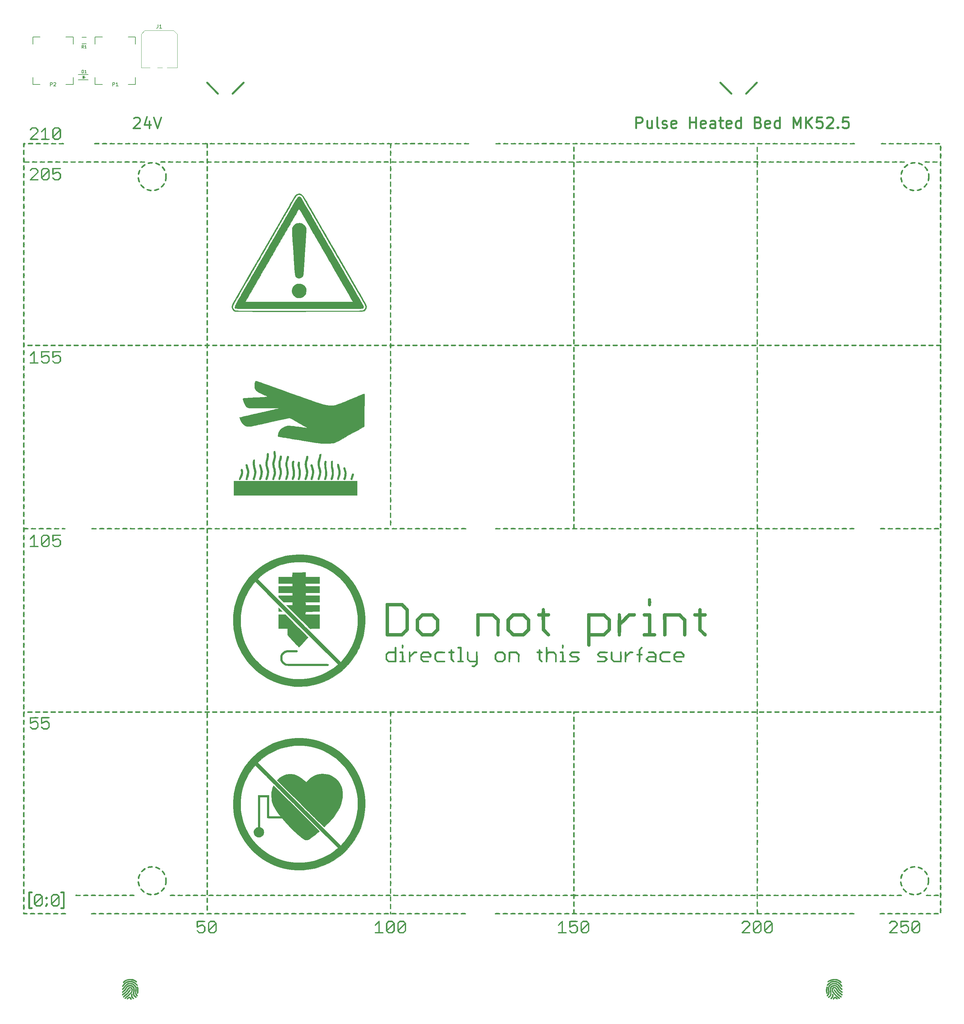
<source format=gbr>
%TF.GenerationSoftware,KiCad,Pcbnew,5.1.5*%
%TF.CreationDate,2020-05-06T17:45:38-07:00*%
%TF.ProjectId,Heatbed-MK52,48656174-6265-4642-9d4d-4b35322e6b69,rev?*%
%TF.SameCoordinates,Original*%
%TF.FileFunction,Legend,Top*%
%TF.FilePolarity,Positive*%
%FSLAX46Y46*%
G04 Gerber Fmt 4.6, Leading zero omitted, Abs format (unit mm)*
G04 Created by KiCad (PCBNEW 5.1.5) date 2020-05-06 17:45:38*
%MOMM*%
%LPD*%
G04 APERTURE LIST*
%ADD10C,0.400000*%
%ADD11C,0.500000*%
%ADD12C,0.010000*%
%ADD13C,0.150000*%
%ADD14C,0.120000*%
G04 APERTURE END LIST*
D10*
X32028571Y226257142D02*
X32171428Y226400000D01*
X32457142Y226542857D01*
X33171428Y226542857D01*
X33457142Y226400000D01*
X33600000Y226257142D01*
X33742857Y225971428D01*
X33742857Y225685714D01*
X33600000Y225257142D01*
X31885714Y223542857D01*
X33742857Y223542857D01*
X36314285Y225542857D02*
X36314285Y223542857D01*
X35600000Y226685714D02*
X34885714Y224542857D01*
X36742857Y224542857D01*
X37457142Y226542857D02*
X38457142Y223542857D01*
X39457142Y226542857D01*
D11*
X55000000Y233000000D02*
X52000000Y236000000D01*
X62000000Y236000000D02*
X59000000Y233000000D01*
X195000000Y233000000D02*
X192000000Y236000000D01*
X202000000Y236000000D02*
X199000000Y233000000D01*
D12*
%TO.C,G\002A\002A\002A*%
G36*
X30933893Y-13279850D02*
G01*
X31024841Y-13316513D01*
X31120674Y-13397989D01*
X31161915Y-13440375D01*
X31269032Y-13580002D01*
X31338456Y-13724741D01*
X31367776Y-13858089D01*
X31354583Y-13963544D01*
X31296466Y-14024603D01*
X31248512Y-14033333D01*
X31159925Y-14007793D01*
X31127279Y-13980417D01*
X31084484Y-13906111D01*
X31035151Y-13797097D01*
X31031622Y-13788299D01*
X30949440Y-13654557D01*
X30840673Y-13578519D01*
X30780764Y-13567667D01*
X30728516Y-13592759D01*
X30631924Y-13658787D01*
X30511172Y-13751872D01*
X30502072Y-13759259D01*
X30372757Y-13859669D01*
X30286653Y-13910663D01*
X30225227Y-13920759D01*
X30182924Y-13905936D01*
X30110886Y-13835268D01*
X30116796Y-13740327D01*
X30201169Y-13618744D01*
X30257750Y-13561412D01*
X30419579Y-13417888D01*
X30550723Y-13329317D01*
X30673062Y-13284276D01*
X30808477Y-13271345D01*
X30813474Y-13271333D01*
X30933893Y-13279850D01*
G37*
X30933893Y-13279850D02*
X31024841Y-13316513D01*
X31120674Y-13397989D01*
X31161915Y-13440375D01*
X31269032Y-13580002D01*
X31338456Y-13724741D01*
X31367776Y-13858089D01*
X31354583Y-13963544D01*
X31296466Y-14024603D01*
X31248512Y-14033333D01*
X31159925Y-14007793D01*
X31127279Y-13980417D01*
X31084484Y-13906111D01*
X31035151Y-13797097D01*
X31031622Y-13788299D01*
X30949440Y-13654557D01*
X30840673Y-13578519D01*
X30780764Y-13567667D01*
X30728516Y-13592759D01*
X30631924Y-13658787D01*
X30511172Y-13751872D01*
X30502072Y-13759259D01*
X30372757Y-13859669D01*
X30286653Y-13910663D01*
X30225227Y-13920759D01*
X30182924Y-13905936D01*
X30110886Y-13835268D01*
X30116796Y-13740327D01*
X30201169Y-13618744D01*
X30257750Y-13561412D01*
X30419579Y-13417888D01*
X30550723Y-13329317D01*
X30673062Y-13284276D01*
X30808477Y-13271345D01*
X30813474Y-13271333D01*
X30933893Y-13279850D01*
G36*
X223441938Y-13298098D02*
G01*
X223491033Y-13318611D01*
X223592619Y-13386433D01*
X223707878Y-13486262D01*
X223817470Y-13598085D01*
X223902055Y-13701886D01*
X223942293Y-13777652D01*
X223943334Y-13786658D01*
X223909382Y-13863830D01*
X223856970Y-13907241D01*
X223801638Y-13924455D01*
X223740343Y-13907044D01*
X223653987Y-13845699D01*
X223556058Y-13760564D01*
X223398993Y-13632657D01*
X223278673Y-13573983D01*
X223180906Y-13586145D01*
X223091496Y-13670747D01*
X222999365Y-13823472D01*
X222910182Y-13952758D01*
X222816278Y-14023376D01*
X222731676Y-14026637D01*
X222703341Y-14006897D01*
X222672967Y-13922019D01*
X222688672Y-13794851D01*
X222741837Y-13647727D01*
X222823842Y-13502981D01*
X222926065Y-13382949D01*
X222953028Y-13360001D01*
X223095671Y-13293065D01*
X223271907Y-13271410D01*
X223441938Y-13298098D01*
G37*
X223441938Y-13298098D02*
X223491033Y-13318611D01*
X223592619Y-13386433D01*
X223707878Y-13486262D01*
X223817470Y-13598085D01*
X223902055Y-13701886D01*
X223942293Y-13777652D01*
X223943334Y-13786658D01*
X223909382Y-13863830D01*
X223856970Y-13907241D01*
X223801638Y-13924455D01*
X223740343Y-13907044D01*
X223653987Y-13845699D01*
X223556058Y-13760564D01*
X223398993Y-13632657D01*
X223278673Y-13573983D01*
X223180906Y-13586145D01*
X223091496Y-13670747D01*
X222999365Y-13823472D01*
X222910182Y-13952758D01*
X222816278Y-14023376D01*
X222731676Y-14026637D01*
X222703341Y-14006897D01*
X222672967Y-13922019D01*
X222688672Y-13794851D01*
X222741837Y-13647727D01*
X222823842Y-13502981D01*
X222926065Y-13382949D01*
X222953028Y-13360001D01*
X223095671Y-13293065D01*
X223271907Y-13271410D01*
X223441938Y-13298098D01*
G36*
X31539453Y-12425266D02*
G01*
X31583538Y-12457854D01*
X31605282Y-12509549D01*
X31608415Y-12601958D01*
X31596668Y-12756686D01*
X31596665Y-12756720D01*
X31588864Y-12958464D01*
X31616019Y-13115509D01*
X31688933Y-13255296D01*
X31818412Y-13405264D01*
X31873511Y-13459841D01*
X31995727Y-13598927D01*
X32041397Y-13707003D01*
X32011392Y-13787338D01*
X31968927Y-13817781D01*
X31884162Y-13832817D01*
X31774469Y-13787877D01*
X31761767Y-13780300D01*
X31614942Y-13658645D01*
X31470804Y-13485265D01*
X31351682Y-13290792D01*
X31285280Y-13126548D01*
X31254253Y-12943874D01*
X31258530Y-12766732D01*
X31292629Y-12610255D01*
X31351064Y-12489573D01*
X31428353Y-12419816D01*
X31519010Y-12416116D01*
X31539453Y-12425266D01*
G37*
X31539453Y-12425266D02*
X31583538Y-12457854D01*
X31605282Y-12509549D01*
X31608415Y-12601958D01*
X31596668Y-12756686D01*
X31596665Y-12756720D01*
X31588864Y-12958464D01*
X31616019Y-13115509D01*
X31688933Y-13255296D01*
X31818412Y-13405264D01*
X31873511Y-13459841D01*
X31995727Y-13598927D01*
X32041397Y-13707003D01*
X32011392Y-13787338D01*
X31968927Y-13817781D01*
X31884162Y-13832817D01*
X31774469Y-13787877D01*
X31761767Y-13780300D01*
X31614942Y-13658645D01*
X31470804Y-13485265D01*
X31351682Y-13290792D01*
X31285280Y-13126548D01*
X31254253Y-12943874D01*
X31258530Y-12766732D01*
X31292629Y-12610255D01*
X31351064Y-12489573D01*
X31428353Y-12419816D01*
X31519010Y-12416116D01*
X31539453Y-12425266D01*
G36*
X222660823Y-12444313D02*
G01*
X222727403Y-12537146D01*
X222773507Y-12671732D01*
X222794989Y-12833894D01*
X222787706Y-13009454D01*
X222747512Y-13184237D01*
X222720306Y-13252934D01*
X222617638Y-13436469D01*
X222492026Y-13597686D01*
X222357122Y-13724787D01*
X222226579Y-13805976D01*
X222114051Y-13829458D01*
X222068776Y-13815853D01*
X222004803Y-13747187D01*
X222016370Y-13652665D01*
X222104378Y-13529197D01*
X222172151Y-13460526D01*
X222289927Y-13328859D01*
X222392332Y-13180755D01*
X222429585Y-13109851D01*
X222476735Y-12986573D01*
X222489167Y-12883975D01*
X222470155Y-12758015D01*
X222459233Y-12710854D01*
X222431816Y-12581338D01*
X222430619Y-12506769D01*
X222457932Y-12460879D01*
X222482813Y-12440613D01*
X222577911Y-12407409D01*
X222660823Y-12444313D01*
G37*
X222660823Y-12444313D02*
X222727403Y-12537146D01*
X222773507Y-12671732D01*
X222794989Y-12833894D01*
X222787706Y-13009454D01*
X222747512Y-13184237D01*
X222720306Y-13252934D01*
X222617638Y-13436469D01*
X222492026Y-13597686D01*
X222357122Y-13724787D01*
X222226579Y-13805976D01*
X222114051Y-13829458D01*
X222068776Y-13815853D01*
X222004803Y-13747187D01*
X222016370Y-13652665D01*
X222104378Y-13529197D01*
X222172151Y-13460526D01*
X222289927Y-13328859D01*
X222392332Y-13180755D01*
X222429585Y-13109851D01*
X222476735Y-12986573D01*
X222489167Y-12883975D01*
X222470155Y-12758015D01*
X222459233Y-12710854D01*
X222431816Y-12581338D01*
X222430619Y-12506769D01*
X222457932Y-12460879D01*
X222482813Y-12440613D01*
X222577911Y-12407409D01*
X222660823Y-12444313D01*
G36*
X31171644Y-10586702D02*
G01*
X31371168Y-10669912D01*
X31531631Y-10810156D01*
X31646850Y-10995775D01*
X31710643Y-11215114D01*
X31716825Y-11456514D01*
X31659214Y-11708318D01*
X31606609Y-11830406D01*
X31503059Y-12019973D01*
X31385448Y-12198252D01*
X31241685Y-12380181D01*
X31059679Y-12580700D01*
X30827338Y-12814748D01*
X30745875Y-12893866D01*
X30426799Y-13192897D01*
X30152680Y-13431005D01*
X29925040Y-13607116D01*
X29745398Y-13720151D01*
X29615277Y-13769036D01*
X29536197Y-13752694D01*
X29534556Y-13751111D01*
X29511690Y-13690032D01*
X29506334Y-13630944D01*
X29532437Y-13564654D01*
X29614842Y-13470566D01*
X29759688Y-13342337D01*
X29876750Y-13248233D01*
X30112745Y-13052778D01*
X30358363Y-12831470D01*
X30600228Y-12597979D01*
X30824964Y-12365974D01*
X31019194Y-12149123D01*
X31169541Y-11961095D01*
X31242000Y-11853119D01*
X31327503Y-11694709D01*
X31372655Y-11564065D01*
X31389057Y-11422099D01*
X31390167Y-11353924D01*
X31385611Y-11207766D01*
X31363988Y-11114007D01*
X31313368Y-11040537D01*
X31251916Y-10981861D01*
X31099421Y-10884102D01*
X30949645Y-10867420D01*
X30800755Y-10932661D01*
X30650915Y-11080671D01*
X30498294Y-11312295D01*
X30485266Y-11335628D01*
X30327813Y-11600810D01*
X30166029Y-11825370D01*
X29982048Y-12029138D01*
X29758001Y-12231940D01*
X29481560Y-12449446D01*
X29251446Y-12616546D01*
X29076815Y-12728602D01*
X28950847Y-12787900D01*
X28866719Y-12796726D01*
X28817611Y-12757363D01*
X28797303Y-12678667D01*
X28802396Y-12625560D01*
X28835759Y-12568338D01*
X28908194Y-12496054D01*
X29030505Y-12397760D01*
X29193912Y-12276730D01*
X29522031Y-12020701D01*
X29785611Y-11772972D01*
X30000757Y-11516061D01*
X30183574Y-11232485D01*
X30224969Y-11157512D01*
X30371686Y-10915580D01*
X30518048Y-10746320D01*
X30677343Y-10638840D01*
X30862858Y-10582253D01*
X30939243Y-10572184D01*
X31171644Y-10586702D01*
G37*
X31171644Y-10586702D02*
X31371168Y-10669912D01*
X31531631Y-10810156D01*
X31646850Y-10995775D01*
X31710643Y-11215114D01*
X31716825Y-11456514D01*
X31659214Y-11708318D01*
X31606609Y-11830406D01*
X31503059Y-12019973D01*
X31385448Y-12198252D01*
X31241685Y-12380181D01*
X31059679Y-12580700D01*
X30827338Y-12814748D01*
X30745875Y-12893866D01*
X30426799Y-13192897D01*
X30152680Y-13431005D01*
X29925040Y-13607116D01*
X29745398Y-13720151D01*
X29615277Y-13769036D01*
X29536197Y-13752694D01*
X29534556Y-13751111D01*
X29511690Y-13690032D01*
X29506334Y-13630944D01*
X29532437Y-13564654D01*
X29614842Y-13470566D01*
X29759688Y-13342337D01*
X29876750Y-13248233D01*
X30112745Y-13052778D01*
X30358363Y-12831470D01*
X30600228Y-12597979D01*
X30824964Y-12365974D01*
X31019194Y-12149123D01*
X31169541Y-11961095D01*
X31242000Y-11853119D01*
X31327503Y-11694709D01*
X31372655Y-11564065D01*
X31389057Y-11422099D01*
X31390167Y-11353924D01*
X31385611Y-11207766D01*
X31363988Y-11114007D01*
X31313368Y-11040537D01*
X31251916Y-10981861D01*
X31099421Y-10884102D01*
X30949645Y-10867420D01*
X30800755Y-10932661D01*
X30650915Y-11080671D01*
X30498294Y-11312295D01*
X30485266Y-11335628D01*
X30327813Y-11600810D01*
X30166029Y-11825370D01*
X29982048Y-12029138D01*
X29758001Y-12231940D01*
X29481560Y-12449446D01*
X29251446Y-12616546D01*
X29076815Y-12728602D01*
X28950847Y-12787900D01*
X28866719Y-12796726D01*
X28817611Y-12757363D01*
X28797303Y-12678667D01*
X28802396Y-12625560D01*
X28835759Y-12568338D01*
X28908194Y-12496054D01*
X29030505Y-12397760D01*
X29193912Y-12276730D01*
X29522031Y-12020701D01*
X29785611Y-11772972D01*
X30000757Y-11516061D01*
X30183574Y-11232485D01*
X30224969Y-11157512D01*
X30371686Y-10915580D01*
X30518048Y-10746320D01*
X30677343Y-10638840D01*
X30862858Y-10582253D01*
X30939243Y-10572184D01*
X31171644Y-10586702D01*
G36*
X223097625Y-10571658D02*
G01*
X223297741Y-10612140D01*
X223465658Y-10698557D01*
X223615044Y-10842005D01*
X223759567Y-11053579D01*
X223816769Y-11155476D01*
X223969834Y-11415089D01*
X224135813Y-11640641D01*
X224331498Y-11850563D01*
X224573679Y-12063289D01*
X224811167Y-12247119D01*
X224975569Y-12371239D01*
X225115063Y-12480023D01*
X225215442Y-12562148D01*
X225262500Y-12606294D01*
X225263296Y-12607454D01*
X225269854Y-12684254D01*
X225223459Y-12761797D01*
X225147613Y-12804446D01*
X225132593Y-12805667D01*
X225056562Y-12779533D01*
X224931531Y-12708239D01*
X224772157Y-12602443D01*
X224593100Y-12472801D01*
X224409020Y-12329973D01*
X224234576Y-12184616D01*
X224084427Y-12047388D01*
X224069588Y-12032815D01*
X223900931Y-11843454D01*
X223737863Y-11622919D01*
X223638854Y-11462302D01*
X223501679Y-11225779D01*
X223385834Y-11058580D01*
X223282883Y-10950766D01*
X223184388Y-10892402D01*
X223145210Y-10880864D01*
X222978056Y-10883240D01*
X222828513Y-10955751D01*
X222711907Y-11083898D01*
X222643566Y-11253179D01*
X222632088Y-11366333D01*
X222669890Y-11565921D01*
X222778622Y-11799547D01*
X222954100Y-12062182D01*
X223192141Y-12348794D01*
X223488560Y-12654355D01*
X223839173Y-12973835D01*
X224239797Y-13302204D01*
X224247216Y-13307989D01*
X224402964Y-13432953D01*
X224499011Y-13522601D01*
X224544881Y-13590371D01*
X224550095Y-13649696D01*
X224528790Y-13705250D01*
X224484269Y-13759106D01*
X224419803Y-13771017D01*
X224325597Y-13737069D01*
X224191851Y-13653349D01*
X224008769Y-13515943D01*
X223961642Y-13478712D01*
X223568719Y-13149478D01*
X223217736Y-12821354D01*
X222916348Y-12502671D01*
X222672215Y-12201759D01*
X222492991Y-11926947D01*
X222439763Y-11823137D01*
X222355013Y-11566240D01*
X222335452Y-11316026D01*
X222375021Y-11084023D01*
X222467660Y-10881757D01*
X222607310Y-10720756D01*
X222787911Y-10612548D01*
X223003404Y-10568659D01*
X223097625Y-10571658D01*
G37*
X223097625Y-10571658D02*
X223297741Y-10612140D01*
X223465658Y-10698557D01*
X223615044Y-10842005D01*
X223759567Y-11053579D01*
X223816769Y-11155476D01*
X223969834Y-11415089D01*
X224135813Y-11640641D01*
X224331498Y-11850563D01*
X224573679Y-12063289D01*
X224811167Y-12247119D01*
X224975569Y-12371239D01*
X225115063Y-12480023D01*
X225215442Y-12562148D01*
X225262500Y-12606294D01*
X225263296Y-12607454D01*
X225269854Y-12684254D01*
X225223459Y-12761797D01*
X225147613Y-12804446D01*
X225132593Y-12805667D01*
X225056562Y-12779533D01*
X224931531Y-12708239D01*
X224772157Y-12602443D01*
X224593100Y-12472801D01*
X224409020Y-12329973D01*
X224234576Y-12184616D01*
X224084427Y-12047388D01*
X224069588Y-12032815D01*
X223900931Y-11843454D01*
X223737863Y-11622919D01*
X223638854Y-11462302D01*
X223501679Y-11225779D01*
X223385834Y-11058580D01*
X223282883Y-10950766D01*
X223184388Y-10892402D01*
X223145210Y-10880864D01*
X222978056Y-10883240D01*
X222828513Y-10955751D01*
X222711907Y-11083898D01*
X222643566Y-11253179D01*
X222632088Y-11366333D01*
X222669890Y-11565921D01*
X222778622Y-11799547D01*
X222954100Y-12062182D01*
X223192141Y-12348794D01*
X223488560Y-12654355D01*
X223839173Y-12973835D01*
X224239797Y-13302204D01*
X224247216Y-13307989D01*
X224402964Y-13432953D01*
X224499011Y-13522601D01*
X224544881Y-13590371D01*
X224550095Y-13649696D01*
X224528790Y-13705250D01*
X224484269Y-13759106D01*
X224419803Y-13771017D01*
X224325597Y-13737069D01*
X224191851Y-13653349D01*
X224008769Y-13515943D01*
X223961642Y-13478712D01*
X223568719Y-13149478D01*
X223217736Y-12821354D01*
X222916348Y-12502671D01*
X222672215Y-12201759D01*
X222492991Y-11926947D01*
X222439763Y-11823137D01*
X222355013Y-11566240D01*
X222335452Y-11316026D01*
X222375021Y-11084023D01*
X222467660Y-10881757D01*
X222607310Y-10720756D01*
X222787911Y-10612548D01*
X223003404Y-10568659D01*
X223097625Y-10571658D01*
G36*
X30997835Y-10016324D02*
G01*
X31066351Y-10020028D01*
X31272227Y-10039315D01*
X31425877Y-10074402D01*
X31559382Y-10133275D01*
X31589152Y-10150163D01*
X31774897Y-10284240D01*
X31950439Y-10454850D01*
X32091089Y-10635629D01*
X32156280Y-10755815D01*
X32196290Y-10917818D01*
X32212571Y-11143672D01*
X32205288Y-11416006D01*
X32174607Y-11717447D01*
X32145351Y-11903294D01*
X32111965Y-12109492D01*
X32097905Y-12261725D01*
X32102326Y-12388252D01*
X32124379Y-12517338D01*
X32126632Y-12527519D01*
X32218414Y-12795537D01*
X32358182Y-12993890D01*
X32512000Y-13106279D01*
X32665243Y-13193329D01*
X32745366Y-13264000D01*
X32759237Y-13329661D01*
X32713727Y-13401677D01*
X32699476Y-13416476D01*
X32647953Y-13462635D01*
X32599450Y-13476480D01*
X32527362Y-13456763D01*
X32406167Y-13402742D01*
X32173712Y-13250609D01*
X31996652Y-13037552D01*
X31876463Y-12767925D01*
X31814623Y-12446084D01*
X31812612Y-12076385D01*
X31851577Y-11768500D01*
X31896561Y-11477296D01*
X31915120Y-11249825D01*
X31907294Y-11069397D01*
X31873126Y-10919320D01*
X31853813Y-10868135D01*
X31744648Y-10673554D01*
X31590636Y-10524247D01*
X31390167Y-10408644D01*
X31124620Y-10324598D01*
X30865520Y-10323139D01*
X30617452Y-10402207D01*
X30384999Y-10559743D01*
X30172745Y-10793688D01*
X30028171Y-11020577D01*
X29878893Y-11273743D01*
X29735597Y-11472754D01*
X29576902Y-11643580D01*
X29381428Y-11812188D01*
X29366937Y-11823691D01*
X29184957Y-11963955D01*
X29054226Y-12054115D01*
X28962638Y-12100232D01*
X28898087Y-12108367D01*
X28848464Y-12084580D01*
X28847461Y-12083754D01*
X28792729Y-12006749D01*
X28806867Y-11917300D01*
X28893120Y-11808441D01*
X29030084Y-11691961D01*
X29352724Y-11411212D01*
X29603271Y-11117997D01*
X29758120Y-10868894D01*
X29925571Y-10592174D01*
X30102236Y-10382318D01*
X30304821Y-10221855D01*
X30459934Y-10134966D01*
X30607164Y-10066374D01*
X30722784Y-10028115D01*
X30841455Y-10013622D01*
X30997835Y-10016324D01*
G37*
X30997835Y-10016324D02*
X31066351Y-10020028D01*
X31272227Y-10039315D01*
X31425877Y-10074402D01*
X31559382Y-10133275D01*
X31589152Y-10150163D01*
X31774897Y-10284240D01*
X31950439Y-10454850D01*
X32091089Y-10635629D01*
X32156280Y-10755815D01*
X32196290Y-10917818D01*
X32212571Y-11143672D01*
X32205288Y-11416006D01*
X32174607Y-11717447D01*
X32145351Y-11903294D01*
X32111965Y-12109492D01*
X32097905Y-12261725D01*
X32102326Y-12388252D01*
X32124379Y-12517338D01*
X32126632Y-12527519D01*
X32218414Y-12795537D01*
X32358182Y-12993890D01*
X32512000Y-13106279D01*
X32665243Y-13193329D01*
X32745366Y-13264000D01*
X32759237Y-13329661D01*
X32713727Y-13401677D01*
X32699476Y-13416476D01*
X32647953Y-13462635D01*
X32599450Y-13476480D01*
X32527362Y-13456763D01*
X32406167Y-13402742D01*
X32173712Y-13250609D01*
X31996652Y-13037552D01*
X31876463Y-12767925D01*
X31814623Y-12446084D01*
X31812612Y-12076385D01*
X31851577Y-11768500D01*
X31896561Y-11477296D01*
X31915120Y-11249825D01*
X31907294Y-11069397D01*
X31873126Y-10919320D01*
X31853813Y-10868135D01*
X31744648Y-10673554D01*
X31590636Y-10524247D01*
X31390167Y-10408644D01*
X31124620Y-10324598D01*
X30865520Y-10323139D01*
X30617452Y-10402207D01*
X30384999Y-10559743D01*
X30172745Y-10793688D01*
X30028171Y-11020577D01*
X29878893Y-11273743D01*
X29735597Y-11472754D01*
X29576902Y-11643580D01*
X29381428Y-11812188D01*
X29366937Y-11823691D01*
X29184957Y-11963955D01*
X29054226Y-12054115D01*
X28962638Y-12100232D01*
X28898087Y-12108367D01*
X28848464Y-12084580D01*
X28847461Y-12083754D01*
X28792729Y-12006749D01*
X28806867Y-11917300D01*
X28893120Y-11808441D01*
X29030084Y-11691961D01*
X29352724Y-11411212D01*
X29603271Y-11117997D01*
X29758120Y-10868894D01*
X29925571Y-10592174D01*
X30102236Y-10382318D01*
X30304821Y-10221855D01*
X30459934Y-10134966D01*
X30607164Y-10066374D01*
X30722784Y-10028115D01*
X30841455Y-10013622D01*
X30997835Y-10016324D01*
G36*
X223465077Y-10084536D02*
G01*
X223597083Y-10141560D01*
X223806701Y-10269060D01*
X223989865Y-10434328D01*
X224160862Y-10652726D01*
X224326176Y-10925436D01*
X224441511Y-11110026D01*
X224584274Y-11289592D01*
X224767538Y-11478275D01*
X225004375Y-11690220D01*
X225131201Y-11796366D01*
X225319167Y-11951232D01*
X225229074Y-12044032D01*
X225173827Y-12090502D01*
X225115942Y-12106136D01*
X225042155Y-12085585D01*
X224939201Y-12023497D01*
X224793815Y-11914524D01*
X224676874Y-11821331D01*
X224437038Y-11610329D01*
X224253520Y-11403148D01*
X224103763Y-11172836D01*
X224050940Y-11073500D01*
X223912771Y-10848623D01*
X223742361Y-10643783D01*
X223558739Y-10478654D01*
X223380933Y-10372913D01*
X223368680Y-10368046D01*
X223122355Y-10314899D01*
X222874635Y-10333470D01*
X222640262Y-10414984D01*
X222433979Y-10550669D01*
X222270528Y-10731751D01*
X222164653Y-10949457D01*
X222134024Y-11102791D01*
X222133030Y-11238259D01*
X222146790Y-11422975D01*
X222172502Y-11623359D01*
X222182536Y-11683833D01*
X222235950Y-12089094D01*
X222240588Y-12432124D01*
X222195298Y-12720697D01*
X222098926Y-12962587D01*
X221965042Y-13149596D01*
X221811278Y-13294426D01*
X221653702Y-13399575D01*
X221509090Y-13456731D01*
X221394220Y-13457581D01*
X221367880Y-13445496D01*
X221319495Y-13375465D01*
X221338121Y-13283264D01*
X221416055Y-13186556D01*
X221509167Y-13121486D01*
X221698504Y-12976608D01*
X221832803Y-12777228D01*
X221915480Y-12528509D01*
X221938111Y-12401443D01*
X221944342Y-12275982D01*
X221933415Y-12125794D01*
X221904574Y-11924547D01*
X221896761Y-11876883D01*
X221865506Y-11660201D01*
X221841531Y-11439692D01*
X221828453Y-11251094D01*
X221827080Y-11188330D01*
X221865935Y-10889190D01*
X221974191Y-10623085D01*
X222140847Y-10396521D01*
X222354902Y-10216005D01*
X222605354Y-10088041D01*
X222881202Y-10019138D01*
X223171443Y-10015801D01*
X223465077Y-10084536D01*
G37*
X223465077Y-10084536D02*
X223597083Y-10141560D01*
X223806701Y-10269060D01*
X223989865Y-10434328D01*
X224160862Y-10652726D01*
X224326176Y-10925436D01*
X224441511Y-11110026D01*
X224584274Y-11289592D01*
X224767538Y-11478275D01*
X225004375Y-11690220D01*
X225131201Y-11796366D01*
X225319167Y-11951232D01*
X225229074Y-12044032D01*
X225173827Y-12090502D01*
X225115942Y-12106136D01*
X225042155Y-12085585D01*
X224939201Y-12023497D01*
X224793815Y-11914524D01*
X224676874Y-11821331D01*
X224437038Y-11610329D01*
X224253520Y-11403148D01*
X224103763Y-11172836D01*
X224050940Y-11073500D01*
X223912771Y-10848623D01*
X223742361Y-10643783D01*
X223558739Y-10478654D01*
X223380933Y-10372913D01*
X223368680Y-10368046D01*
X223122355Y-10314899D01*
X222874635Y-10333470D01*
X222640262Y-10414984D01*
X222433979Y-10550669D01*
X222270528Y-10731751D01*
X222164653Y-10949457D01*
X222134024Y-11102791D01*
X222133030Y-11238259D01*
X222146790Y-11422975D01*
X222172502Y-11623359D01*
X222182536Y-11683833D01*
X222235950Y-12089094D01*
X222240588Y-12432124D01*
X222195298Y-12720697D01*
X222098926Y-12962587D01*
X221965042Y-13149596D01*
X221811278Y-13294426D01*
X221653702Y-13399575D01*
X221509090Y-13456731D01*
X221394220Y-13457581D01*
X221367880Y-13445496D01*
X221319495Y-13375465D01*
X221338121Y-13283264D01*
X221416055Y-13186556D01*
X221509167Y-13121486D01*
X221698504Y-12976608D01*
X221832803Y-12777228D01*
X221915480Y-12528509D01*
X221938111Y-12401443D01*
X221944342Y-12275982D01*
X221933415Y-12125794D01*
X221904574Y-11924547D01*
X221896761Y-11876883D01*
X221865506Y-11660201D01*
X221841531Y-11439692D01*
X221828453Y-11251094D01*
X221827080Y-11188330D01*
X221865935Y-10889190D01*
X221974191Y-10623085D01*
X222140847Y-10396521D01*
X222354902Y-10216005D01*
X222605354Y-10088041D01*
X222881202Y-10019138D01*
X223171443Y-10015801D01*
X223465077Y-10084536D01*
G36*
X31102650Y-11224114D02*
G01*
X31136117Y-11300887D01*
X31116540Y-11420459D01*
X31048918Y-11575974D01*
X30938250Y-11760575D01*
X30789536Y-11967403D01*
X30607775Y-12189602D01*
X30397967Y-12420314D01*
X30165112Y-12652682D01*
X29914209Y-12879848D01*
X29650257Y-13094955D01*
X29598978Y-13133946D01*
X29422976Y-13263438D01*
X29299175Y-13345217D01*
X29214071Y-13384966D01*
X29154159Y-13388367D01*
X29105936Y-13361104D01*
X29091467Y-13347533D01*
X29046372Y-13273795D01*
X29040667Y-13243780D01*
X29071907Y-13198321D01*
X29157162Y-13112638D01*
X29283740Y-12998643D01*
X29438944Y-12868248D01*
X29453417Y-12856492D01*
X29767309Y-12587316D01*
X30065338Y-12303462D01*
X30333796Y-12019498D01*
X30558976Y-11749989D01*
X30727171Y-11509500D01*
X30738236Y-11491142D01*
X30836575Y-11335373D01*
X30911441Y-11243494D01*
X30974867Y-11202535D01*
X31011139Y-11197000D01*
X31102650Y-11224114D01*
G37*
X31102650Y-11224114D02*
X31136117Y-11300887D01*
X31116540Y-11420459D01*
X31048918Y-11575974D01*
X30938250Y-11760575D01*
X30789536Y-11967403D01*
X30607775Y-12189602D01*
X30397967Y-12420314D01*
X30165112Y-12652682D01*
X29914209Y-12879848D01*
X29650257Y-13094955D01*
X29598978Y-13133946D01*
X29422976Y-13263438D01*
X29299175Y-13345217D01*
X29214071Y-13384966D01*
X29154159Y-13388367D01*
X29105936Y-13361104D01*
X29091467Y-13347533D01*
X29046372Y-13273795D01*
X29040667Y-13243780D01*
X29071907Y-13198321D01*
X29157162Y-13112638D01*
X29283740Y-12998643D01*
X29438944Y-12868248D01*
X29453417Y-12856492D01*
X29767309Y-12587316D01*
X30065338Y-12303462D01*
X30333796Y-12019498D01*
X30558976Y-11749989D01*
X30727171Y-11509500D01*
X30738236Y-11491142D01*
X30836575Y-11335373D01*
X30911441Y-11243494D01*
X30974867Y-11202535D01*
X31011139Y-11197000D01*
X31102650Y-11224114D01*
G36*
X223091336Y-11213403D02*
G01*
X223157294Y-11270734D01*
X223240711Y-11381174D01*
X223333196Y-11525083D01*
X223471512Y-11720848D01*
X223661329Y-11950551D01*
X223886374Y-12197386D01*
X224130373Y-12444545D01*
X224377052Y-12675221D01*
X224610139Y-12872607D01*
X224715917Y-12953141D01*
X224877671Y-13080001D01*
X224969569Y-13178586D01*
X224997408Y-13258630D01*
X224966988Y-13329867D01*
X224950867Y-13347533D01*
X224902387Y-13383603D01*
X224846150Y-13389565D01*
X224768282Y-13359730D01*
X224654906Y-13288409D01*
X224492148Y-13169911D01*
X224461500Y-13146875D01*
X224195318Y-12934160D01*
X223940858Y-12708040D01*
X223703137Y-12475355D01*
X223487172Y-12242947D01*
X223297979Y-12017654D01*
X223140575Y-11806319D01*
X223019975Y-11615782D01*
X222941196Y-11452883D01*
X222909254Y-11324464D01*
X222929166Y-11237364D01*
X223005947Y-11198425D01*
X223031638Y-11197000D01*
X223091336Y-11213403D01*
G37*
X223091336Y-11213403D02*
X223157294Y-11270734D01*
X223240711Y-11381174D01*
X223333196Y-11525083D01*
X223471512Y-11720848D01*
X223661329Y-11950551D01*
X223886374Y-12197386D01*
X224130373Y-12444545D01*
X224377052Y-12675221D01*
X224610139Y-12872607D01*
X224715917Y-12953141D01*
X224877671Y-13080001D01*
X224969569Y-13178586D01*
X224997408Y-13258630D01*
X224966988Y-13329867D01*
X224950867Y-13347533D01*
X224902387Y-13383603D01*
X224846150Y-13389565D01*
X224768282Y-13359730D01*
X224654906Y-13288409D01*
X224492148Y-13169911D01*
X224461500Y-13146875D01*
X224195318Y-12934160D01*
X223940858Y-12708040D01*
X223703137Y-12475355D01*
X223487172Y-12242947D01*
X223297979Y-12017654D01*
X223140575Y-11806319D01*
X223019975Y-11615782D01*
X222941196Y-11452883D01*
X222909254Y-11324464D01*
X222929166Y-11237364D01*
X223005947Y-11198425D01*
X223031638Y-11197000D01*
X223091336Y-11213403D01*
G36*
X31219473Y-9483763D02*
G01*
X31368456Y-9490984D01*
X31483846Y-9509315D01*
X31591179Y-9543905D01*
X31715989Y-9599905D01*
X31801794Y-9641922D01*
X32135255Y-9852149D01*
X32411646Y-10123030D01*
X32624884Y-10448582D01*
X32627777Y-10454257D01*
X32707400Y-10662084D01*
X32749570Y-10905312D01*
X32755050Y-11196320D01*
X32724601Y-11547490D01*
X32704253Y-11696019D01*
X32670982Y-11952428D01*
X32661005Y-12146600D01*
X32678353Y-12298744D01*
X32727057Y-12429071D01*
X32811149Y-12557788D01*
X32896933Y-12662044D01*
X33003306Y-12794491D01*
X33052492Y-12886865D01*
X33050038Y-12955954D01*
X33011534Y-13008867D01*
X32936174Y-13054014D01*
X32850876Y-13037080D01*
X32742919Y-12953395D01*
X32677583Y-12886271D01*
X32505133Y-12659251D01*
X32390565Y-12421269D01*
X32343362Y-12192770D01*
X32342667Y-12164034D01*
X32348764Y-12049714D01*
X32365273Y-11877093D01*
X32389517Y-11671518D01*
X32412817Y-11499440D01*
X32446590Y-11219183D01*
X32454216Y-10999127D01*
X32432150Y-10817884D01*
X32376849Y-10654060D01*
X32284769Y-10486265D01*
X32231612Y-10405551D01*
X32038297Y-10169909D01*
X31809696Y-9989302D01*
X31590545Y-9872652D01*
X31461379Y-9823819D01*
X31320926Y-9795538D01*
X31140849Y-9783392D01*
X31009167Y-9781994D01*
X30726017Y-9799373D01*
X30483850Y-9856135D01*
X30268879Y-9960766D01*
X30067312Y-10121749D01*
X29865363Y-10347571D01*
X29681793Y-10598748D01*
X29489780Y-10859568D01*
X29308833Y-11067490D01*
X29145563Y-11216326D01*
X29006583Y-11299887D01*
X28916000Y-11315432D01*
X28818664Y-11278703D01*
X28791257Y-11206050D01*
X28832533Y-11107402D01*
X28941245Y-10992688D01*
X28958288Y-10978695D01*
X29059501Y-10881189D01*
X29186000Y-10735876D01*
X29317796Y-10566493D01*
X29385881Y-10470828D01*
X29645436Y-10128107D01*
X29902459Y-9863167D01*
X30163628Y-9669628D01*
X30301435Y-9595956D01*
X30419484Y-9544681D01*
X30526723Y-9511564D01*
X30647342Y-9492740D01*
X30805529Y-9484342D01*
X31011362Y-9482500D01*
X31219473Y-9483763D01*
G37*
X31219473Y-9483763D02*
X31368456Y-9490984D01*
X31483846Y-9509315D01*
X31591179Y-9543905D01*
X31715989Y-9599905D01*
X31801794Y-9641922D01*
X32135255Y-9852149D01*
X32411646Y-10123030D01*
X32624884Y-10448582D01*
X32627777Y-10454257D01*
X32707400Y-10662084D01*
X32749570Y-10905312D01*
X32755050Y-11196320D01*
X32724601Y-11547490D01*
X32704253Y-11696019D01*
X32670982Y-11952428D01*
X32661005Y-12146600D01*
X32678353Y-12298744D01*
X32727057Y-12429071D01*
X32811149Y-12557788D01*
X32896933Y-12662044D01*
X33003306Y-12794491D01*
X33052492Y-12886865D01*
X33050038Y-12955954D01*
X33011534Y-13008867D01*
X32936174Y-13054014D01*
X32850876Y-13037080D01*
X32742919Y-12953395D01*
X32677583Y-12886271D01*
X32505133Y-12659251D01*
X32390565Y-12421269D01*
X32343362Y-12192770D01*
X32342667Y-12164034D01*
X32348764Y-12049714D01*
X32365273Y-11877093D01*
X32389517Y-11671518D01*
X32412817Y-11499440D01*
X32446590Y-11219183D01*
X32454216Y-10999127D01*
X32432150Y-10817884D01*
X32376849Y-10654060D01*
X32284769Y-10486265D01*
X32231612Y-10405551D01*
X32038297Y-10169909D01*
X31809696Y-9989302D01*
X31590545Y-9872652D01*
X31461379Y-9823819D01*
X31320926Y-9795538D01*
X31140849Y-9783392D01*
X31009167Y-9781994D01*
X30726017Y-9799373D01*
X30483850Y-9856135D01*
X30268879Y-9960766D01*
X30067312Y-10121749D01*
X29865363Y-10347571D01*
X29681793Y-10598748D01*
X29489780Y-10859568D01*
X29308833Y-11067490D01*
X29145563Y-11216326D01*
X29006583Y-11299887D01*
X28916000Y-11315432D01*
X28818664Y-11278703D01*
X28791257Y-11206050D01*
X28832533Y-11107402D01*
X28941245Y-10992688D01*
X28958288Y-10978695D01*
X29059501Y-10881189D01*
X29186000Y-10735876D01*
X29317796Y-10566493D01*
X29385881Y-10470828D01*
X29645436Y-10128107D01*
X29902459Y-9863167D01*
X30163628Y-9669628D01*
X30301435Y-9595956D01*
X30419484Y-9544681D01*
X30526723Y-9511564D01*
X30647342Y-9492740D01*
X30805529Y-9484342D01*
X31011362Y-9482500D01*
X31219473Y-9483763D01*
G36*
X223246890Y-9484598D02*
G01*
X223402382Y-9493469D01*
X223521636Y-9512979D01*
X223628841Y-9546994D01*
X223740898Y-9595956D01*
X224015583Y-9762255D01*
X224284872Y-10002590D01*
X224553231Y-10321239D01*
X224672979Y-10488543D01*
X224797363Y-10658184D01*
X224925364Y-10812877D01*
X225038328Y-10930934D01*
X225092165Y-10975892D01*
X225199321Y-11064406D01*
X225243337Y-11142861D01*
X225245506Y-11197000D01*
X225211408Y-11283544D01*
X225126334Y-11315432D01*
X225011183Y-11289556D01*
X224867764Y-11193342D01*
X224703150Y-11033393D01*
X224524417Y-10816307D01*
X224392951Y-10631296D01*
X224174020Y-10332764D01*
X223963356Y-10107413D01*
X223748310Y-9946379D01*
X223516237Y-9840800D01*
X223254490Y-9781813D01*
X223166311Y-9771693D01*
X222818677Y-9779882D01*
X222491563Y-9869297D01*
X222191905Y-10037593D01*
X222059932Y-10145638D01*
X221839816Y-10386418D01*
X221681045Y-10645199D01*
X221594689Y-10903004D01*
X221589411Y-11006549D01*
X221597153Y-11167885D01*
X221616219Y-11361427D01*
X221633557Y-11490206D01*
X221676597Y-11819831D01*
X221693651Y-12084050D01*
X221681836Y-12298912D01*
X221638270Y-12480463D01*
X221560069Y-12644753D01*
X221444350Y-12807829D01*
X221383928Y-12879750D01*
X221254437Y-13005797D01*
X221148235Y-13055626D01*
X221057943Y-13031936D01*
X221030800Y-13008867D01*
X220990573Y-12952935D01*
X220991282Y-12890594D01*
X221038875Y-12803883D01*
X221139299Y-12674845D01*
X221142864Y-12670527D01*
X221251913Y-12533177D01*
X221326450Y-12416982D01*
X221370263Y-12302599D01*
X221387138Y-12170684D01*
X221380864Y-12001893D01*
X221355229Y-11776883D01*
X221339992Y-11663819D01*
X221301841Y-11345788D01*
X221285965Y-11092097D01*
X221293537Y-10885091D01*
X221325733Y-10707114D01*
X221383724Y-10540511D01*
X221419898Y-10461784D01*
X221624835Y-10133731D01*
X221890199Y-9864781D01*
X222217367Y-9653556D01*
X222240540Y-9641922D01*
X222385967Y-9571880D01*
X222499803Y-9526093D01*
X222607583Y-9499413D01*
X222734843Y-9486688D01*
X222907118Y-9482768D01*
X223030971Y-9482500D01*
X223246890Y-9484598D01*
G37*
X223246890Y-9484598D02*
X223402382Y-9493469D01*
X223521636Y-9512979D01*
X223628841Y-9546994D01*
X223740898Y-9595956D01*
X224015583Y-9762255D01*
X224284872Y-10002590D01*
X224553231Y-10321239D01*
X224672979Y-10488543D01*
X224797363Y-10658184D01*
X224925364Y-10812877D01*
X225038328Y-10930934D01*
X225092165Y-10975892D01*
X225199321Y-11064406D01*
X225243337Y-11142861D01*
X225245506Y-11197000D01*
X225211408Y-11283544D01*
X225126334Y-11315432D01*
X225011183Y-11289556D01*
X224867764Y-11193342D01*
X224703150Y-11033393D01*
X224524417Y-10816307D01*
X224392951Y-10631296D01*
X224174020Y-10332764D01*
X223963356Y-10107413D01*
X223748310Y-9946379D01*
X223516237Y-9840800D01*
X223254490Y-9781813D01*
X223166311Y-9771693D01*
X222818677Y-9779882D01*
X222491563Y-9869297D01*
X222191905Y-10037593D01*
X222059932Y-10145638D01*
X221839816Y-10386418D01*
X221681045Y-10645199D01*
X221594689Y-10903004D01*
X221589411Y-11006549D01*
X221597153Y-11167885D01*
X221616219Y-11361427D01*
X221633557Y-11490206D01*
X221676597Y-11819831D01*
X221693651Y-12084050D01*
X221681836Y-12298912D01*
X221638270Y-12480463D01*
X221560069Y-12644753D01*
X221444350Y-12807829D01*
X221383928Y-12879750D01*
X221254437Y-13005797D01*
X221148235Y-13055626D01*
X221057943Y-13031936D01*
X221030800Y-13008867D01*
X220990573Y-12952935D01*
X220991282Y-12890594D01*
X221038875Y-12803883D01*
X221139299Y-12674845D01*
X221142864Y-12670527D01*
X221251913Y-12533177D01*
X221326450Y-12416982D01*
X221370263Y-12302599D01*
X221387138Y-12170684D01*
X221380864Y-12001893D01*
X221355229Y-11776883D01*
X221339992Y-11663819D01*
X221301841Y-11345788D01*
X221285965Y-11092097D01*
X221293537Y-10885091D01*
X221325733Y-10707114D01*
X221383724Y-10540511D01*
X221419898Y-10461784D01*
X221624835Y-10133731D01*
X221890199Y-9864781D01*
X222217367Y-9653556D01*
X222240540Y-9641922D01*
X222385967Y-9571880D01*
X222499803Y-9526093D01*
X222607583Y-9499413D01*
X222734843Y-9486688D01*
X222907118Y-9482768D01*
X223030971Y-9482500D01*
X223246890Y-9484598D01*
G36*
X32995129Y-10443540D02*
G01*
X33083510Y-10498051D01*
X33153855Y-10630519D01*
X33204921Y-10835916D01*
X33235465Y-11109213D01*
X33244244Y-11445382D01*
X33244203Y-11451000D01*
X33237675Y-11686107D01*
X33223132Y-11907288D01*
X33202651Y-12089443D01*
X33182948Y-12191833D01*
X33141932Y-12320208D01*
X33097741Y-12386830D01*
X33033850Y-12413557D01*
X33013051Y-12416544D01*
X32916264Y-12405772D01*
X32875086Y-12350249D01*
X32868398Y-12264820D01*
X32878822Y-12133020D01*
X32892619Y-12045676D01*
X32920700Y-11828273D01*
X32933619Y-11572292D01*
X32931883Y-11305262D01*
X32916000Y-11054713D01*
X32886478Y-10848173D01*
X32869260Y-10778206D01*
X32834048Y-10602608D01*
X32852523Y-10491405D01*
X32925268Y-10443046D01*
X32995129Y-10443540D01*
G37*
X32995129Y-10443540D02*
X33083510Y-10498051D01*
X33153855Y-10630519D01*
X33204921Y-10835916D01*
X33235465Y-11109213D01*
X33244244Y-11445382D01*
X33244203Y-11451000D01*
X33237675Y-11686107D01*
X33223132Y-11907288D01*
X33202651Y-12089443D01*
X33182948Y-12191833D01*
X33141932Y-12320208D01*
X33097741Y-12386830D01*
X33033850Y-12413557D01*
X33013051Y-12416544D01*
X32916264Y-12405772D01*
X32875086Y-12350249D01*
X32868398Y-12264820D01*
X32878822Y-12133020D01*
X32892619Y-12045676D01*
X32920700Y-11828273D01*
X32933619Y-11572292D01*
X32931883Y-11305262D01*
X32916000Y-11054713D01*
X32886478Y-10848173D01*
X32869260Y-10778206D01*
X32834048Y-10602608D01*
X32852523Y-10491405D01*
X32925268Y-10443046D01*
X32995129Y-10443540D01*
G36*
X221139043Y-10457393D02*
G01*
X221180853Y-10490709D01*
X221213113Y-10533857D01*
X221222308Y-10591148D01*
X221207739Y-10685032D01*
X221170174Y-10832525D01*
X221135444Y-10981612D01*
X221116628Y-11127294D01*
X221112111Y-11296271D01*
X221120279Y-11515241D01*
X221124509Y-11587381D01*
X221142094Y-11869469D01*
X221154465Y-12078180D01*
X221160673Y-12224694D01*
X221159769Y-12320196D01*
X221150803Y-12375865D01*
X221132827Y-12402885D01*
X221104892Y-12412436D01*
X221066048Y-12415701D01*
X221054104Y-12416893D01*
X220959527Y-12409075D01*
X220904968Y-12342364D01*
X220895498Y-12319267D01*
X220871794Y-12227917D01*
X220844488Y-12078613D01*
X220818156Y-11897674D01*
X220808541Y-11819040D01*
X220787030Y-11528835D01*
X220788629Y-11254507D01*
X220810757Y-11005259D01*
X220850835Y-10790297D01*
X220906283Y-10618825D01*
X220974520Y-10500047D01*
X221052966Y-10443168D01*
X221139043Y-10457393D01*
G37*
X221139043Y-10457393D02*
X221180853Y-10490709D01*
X221213113Y-10533857D01*
X221222308Y-10591148D01*
X221207739Y-10685032D01*
X221170174Y-10832525D01*
X221135444Y-10981612D01*
X221116628Y-11127294D01*
X221112111Y-11296271D01*
X221120279Y-11515241D01*
X221124509Y-11587381D01*
X221142094Y-11869469D01*
X221154465Y-12078180D01*
X221160673Y-12224694D01*
X221159769Y-12320196D01*
X221150803Y-12375865D01*
X221132827Y-12402885D01*
X221104892Y-12412436D01*
X221066048Y-12415701D01*
X221054104Y-12416893D01*
X220959527Y-12409075D01*
X220904968Y-12342364D01*
X220895498Y-12319267D01*
X220871794Y-12227917D01*
X220844488Y-12078613D01*
X220818156Y-11897674D01*
X220808541Y-11819040D01*
X220787030Y-11528835D01*
X220788629Y-11254507D01*
X220810757Y-11005259D01*
X220850835Y-10790297D01*
X220906283Y-10618825D01*
X220974520Y-10500047D01*
X221052966Y-10443168D01*
X221139043Y-10457393D01*
G36*
X31438685Y-8948201D02*
G01*
X31837990Y-9059083D01*
X32213114Y-9247318D01*
X32571779Y-9516073D01*
X32647277Y-9584483D01*
X32836035Y-9767851D01*
X32962142Y-9909038D01*
X33030963Y-10016281D01*
X33047865Y-10097815D01*
X33021198Y-10158390D01*
X32967875Y-10205453D01*
X32907626Y-10213154D01*
X32828799Y-10175531D01*
X32719741Y-10086621D01*
X32568800Y-9940462D01*
X32541577Y-9912979D01*
X32200144Y-9618369D01*
X31837759Y-9403908D01*
X31457182Y-9270598D01*
X31061173Y-9219443D01*
X30700283Y-9243465D01*
X30347290Y-9327024D01*
X30035204Y-9465661D01*
X29752148Y-9667335D01*
X29486244Y-9940006D01*
X29301400Y-10181000D01*
X29171732Y-10357529D01*
X29075124Y-10467896D01*
X29001359Y-10518714D01*
X28940221Y-10516591D01*
X28881495Y-10468139D01*
X28873019Y-10458198D01*
X28843240Y-10370359D01*
X28850169Y-10307992D01*
X28897617Y-10214282D01*
X28988498Y-10077171D01*
X29108351Y-9915035D01*
X29242716Y-9746251D01*
X29377132Y-9589197D01*
X29497138Y-9462250D01*
X29561918Y-9403483D01*
X29914756Y-9170959D01*
X30308030Y-9010855D01*
X30734465Y-8925645D01*
X31007478Y-8911502D01*
X31438685Y-8948201D01*
G37*
X31438685Y-8948201D02*
X31837990Y-9059083D01*
X32213114Y-9247318D01*
X32571779Y-9516073D01*
X32647277Y-9584483D01*
X32836035Y-9767851D01*
X32962142Y-9909038D01*
X33030963Y-10016281D01*
X33047865Y-10097815D01*
X33021198Y-10158390D01*
X32967875Y-10205453D01*
X32907626Y-10213154D01*
X32828799Y-10175531D01*
X32719741Y-10086621D01*
X32568800Y-9940462D01*
X32541577Y-9912979D01*
X32200144Y-9618369D01*
X31837759Y-9403908D01*
X31457182Y-9270598D01*
X31061173Y-9219443D01*
X30700283Y-9243465D01*
X30347290Y-9327024D01*
X30035204Y-9465661D01*
X29752148Y-9667335D01*
X29486244Y-9940006D01*
X29301400Y-10181000D01*
X29171732Y-10357529D01*
X29075124Y-10467896D01*
X29001359Y-10518714D01*
X28940221Y-10516591D01*
X28881495Y-10468139D01*
X28873019Y-10458198D01*
X28843240Y-10370359D01*
X28850169Y-10307992D01*
X28897617Y-10214282D01*
X28988498Y-10077171D01*
X29108351Y-9915035D01*
X29242716Y-9746251D01*
X29377132Y-9589197D01*
X29497138Y-9462250D01*
X29561918Y-9403483D01*
X29914756Y-9170959D01*
X30308030Y-9010855D01*
X30734465Y-8925645D01*
X31007478Y-8911502D01*
X31438685Y-8948201D01*
G36*
X223492494Y-8949538D02*
G01*
X223897637Y-9065449D01*
X224270544Y-9259178D01*
X224611998Y-9531171D01*
X224922778Y-9881874D01*
X225036522Y-10041094D01*
X225139861Y-10201950D01*
X225195158Y-10312757D01*
X225207167Y-10389654D01*
X225180642Y-10448781D01*
X225162534Y-10468867D01*
X225105222Y-10509029D01*
X225045052Y-10505239D01*
X224970744Y-10450006D01*
X224871022Y-10335837D01*
X224777017Y-10212750D01*
X224517519Y-9892688D01*
X224264522Y-9645911D01*
X224004670Y-9463398D01*
X223724609Y-9336127D01*
X223410982Y-9255078D01*
X223342050Y-9243465D01*
X222934444Y-9220747D01*
X222541351Y-9281256D01*
X222163727Y-9424645D01*
X221802527Y-9650567D01*
X221506627Y-9909738D01*
X221346499Y-10065166D01*
X221230696Y-10163070D01*
X221147544Y-10209430D01*
X221085371Y-10210224D01*
X221032502Y-10171431D01*
X221021136Y-10158390D01*
X220994105Y-10092620D01*
X221014956Y-10008434D01*
X221088974Y-9897645D01*
X221221448Y-9752063D01*
X221386532Y-9592444D01*
X221752833Y-9301094D01*
X222141476Y-9091095D01*
X222554579Y-8961581D01*
X222994262Y-8911684D01*
X223054334Y-8911000D01*
X223492494Y-8949538D01*
G37*
X223492494Y-8949538D02*
X223897637Y-9065449D01*
X224270544Y-9259178D01*
X224611998Y-9531171D01*
X224922778Y-9881874D01*
X225036522Y-10041094D01*
X225139861Y-10201950D01*
X225195158Y-10312757D01*
X225207167Y-10389654D01*
X225180642Y-10448781D01*
X225162534Y-10468867D01*
X225105222Y-10509029D01*
X225045052Y-10505239D01*
X224970744Y-10450006D01*
X224871022Y-10335837D01*
X224777017Y-10212750D01*
X224517519Y-9892688D01*
X224264522Y-9645911D01*
X224004670Y-9463398D01*
X223724609Y-9336127D01*
X223410982Y-9255078D01*
X223342050Y-9243465D01*
X222934444Y-9220747D01*
X222541351Y-9281256D01*
X222163727Y-9424645D01*
X221802527Y-9650567D01*
X221506627Y-9909738D01*
X221346499Y-10065166D01*
X221230696Y-10163070D01*
X221147544Y-10209430D01*
X221085371Y-10210224D01*
X221032502Y-10171431D01*
X221021136Y-10158390D01*
X220994105Y-10092620D01*
X221014956Y-10008434D01*
X221088974Y-9897645D01*
X221221448Y-9752063D01*
X221386532Y-9592444D01*
X221752833Y-9301094D01*
X222141476Y-9091095D01*
X222554579Y-8961581D01*
X222994262Y-8911684D01*
X223054334Y-8911000D01*
X223492494Y-8949538D01*
G36*
X31671017Y-8447610D02*
G01*
X32130147Y-8602338D01*
X32209721Y-8638205D01*
X32467540Y-8771583D01*
X32661923Y-8898775D01*
X32789119Y-9015733D01*
X32845379Y-9118411D01*
X32826953Y-9202760D01*
X32772815Y-9246020D01*
X32711169Y-9258954D01*
X32627649Y-9231990D01*
X32503026Y-9158177D01*
X32471270Y-9137041D01*
X32130565Y-8936266D01*
X31791940Y-8800303D01*
X31431350Y-8722069D01*
X31024754Y-8694482D01*
X30968022Y-8694245D01*
X30677928Y-8704565D01*
X30440167Y-8736707D01*
X30265280Y-8781262D01*
X30041360Y-8869090D01*
X29805641Y-8992031D01*
X29587048Y-9132853D01*
X29414507Y-9274324D01*
X29382538Y-9307141D01*
X29277183Y-9387129D01*
X29165731Y-9420046D01*
X29077263Y-9398136D01*
X29068889Y-9390778D01*
X29047375Y-9315262D01*
X29090093Y-9209621D01*
X29186891Y-9084169D01*
X29327618Y-8949222D01*
X29502122Y-8815097D01*
X29700251Y-8692109D01*
X29813806Y-8633808D01*
X30262473Y-8466458D01*
X30727810Y-8379653D01*
X31200448Y-8373376D01*
X31671017Y-8447610D01*
G37*
X31671017Y-8447610D02*
X32130147Y-8602338D01*
X32209721Y-8638205D01*
X32467540Y-8771583D01*
X32661923Y-8898775D01*
X32789119Y-9015733D01*
X32845379Y-9118411D01*
X32826953Y-9202760D01*
X32772815Y-9246020D01*
X32711169Y-9258954D01*
X32627649Y-9231990D01*
X32503026Y-9158177D01*
X32471270Y-9137041D01*
X32130565Y-8936266D01*
X31791940Y-8800303D01*
X31431350Y-8722069D01*
X31024754Y-8694482D01*
X30968022Y-8694245D01*
X30677928Y-8704565D01*
X30440167Y-8736707D01*
X30265280Y-8781262D01*
X30041360Y-8869090D01*
X29805641Y-8992031D01*
X29587048Y-9132853D01*
X29414507Y-9274324D01*
X29382538Y-9307141D01*
X29277183Y-9387129D01*
X29165731Y-9420046D01*
X29077263Y-9398136D01*
X29068889Y-9390778D01*
X29047375Y-9315262D01*
X29090093Y-9209621D01*
X29186891Y-9084169D01*
X29327618Y-8949222D01*
X29502122Y-8815097D01*
X29700251Y-8692109D01*
X29813806Y-8633808D01*
X30262473Y-8466458D01*
X30727810Y-8379653D01*
X31200448Y-8373376D01*
X31671017Y-8447610D01*
G36*
X223580753Y-8419058D02*
G01*
X223997987Y-8532180D01*
X224384146Y-8708360D01*
X224726893Y-8945832D01*
X224855063Y-9063551D01*
X224957736Y-9191670D01*
X224994744Y-9298619D01*
X224965507Y-9374228D01*
X224874667Y-9407877D01*
X224781826Y-9389527D01*
X224662911Y-9313579D01*
X224560237Y-9224867D01*
X224276236Y-9002740D01*
X223967607Y-8844361D01*
X223621036Y-8745068D01*
X223223206Y-8700200D01*
X223050643Y-8696446D01*
X222611266Y-8726046D01*
X222214642Y-8818712D01*
X221841414Y-8979970D01*
X221640408Y-9099052D01*
X221484663Y-9195088D01*
X221379649Y-9245925D01*
X221309039Y-9258051D01*
X221269991Y-9246272D01*
X221199468Y-9175791D01*
X221207445Y-9084881D01*
X221291074Y-8976571D01*
X221447503Y-8853889D01*
X221673881Y-8719862D01*
X221847834Y-8632530D01*
X222265984Y-8475731D01*
X222702413Y-8389065D01*
X223144782Y-8370764D01*
X223580753Y-8419058D01*
G37*
X223580753Y-8419058D02*
X223997987Y-8532180D01*
X224384146Y-8708360D01*
X224726893Y-8945832D01*
X224855063Y-9063551D01*
X224957736Y-9191670D01*
X224994744Y-9298619D01*
X224965507Y-9374228D01*
X224874667Y-9407877D01*
X224781826Y-9389527D01*
X224662911Y-9313579D01*
X224560237Y-9224867D01*
X224276236Y-9002740D01*
X223967607Y-8844361D01*
X223621036Y-8745068D01*
X223223206Y-8700200D01*
X223050643Y-8696446D01*
X222611266Y-8726046D01*
X222214642Y-8818712D01*
X221841414Y-8979970D01*
X221640408Y-9099052D01*
X221484663Y-9195088D01*
X221379649Y-9245925D01*
X221309039Y-9258051D01*
X221269991Y-9246272D01*
X221199468Y-9175791D01*
X221207445Y-9084881D01*
X221291074Y-8976571D01*
X221447503Y-8853889D01*
X221673881Y-8719862D01*
X221847834Y-8632530D01*
X222265984Y-8475731D01*
X222702413Y-8389065D01*
X223144782Y-8370764D01*
X223580753Y-8419058D01*
G36*
X50678008Y7471299D02*
G01*
X50948077Y7468158D01*
X51151276Y7461021D01*
X51296503Y7448329D01*
X51392654Y7428528D01*
X51448624Y7400060D01*
X51473312Y7361368D01*
X51475613Y7310896D01*
X51469688Y7272950D01*
X51459601Y7248804D01*
X51433068Y7230129D01*
X51380005Y7216060D01*
X51290330Y7205731D01*
X51153959Y7198278D01*
X50960810Y7192836D01*
X50700800Y7188539D01*
X50450192Y7185484D01*
X49445334Y7174134D01*
X49445334Y6603401D01*
X49446862Y6394647D01*
X49451051Y6220143D01*
X49457307Y6095322D01*
X49465038Y6035620D01*
X49467269Y6032667D01*
X49511692Y6050544D01*
X49615426Y6099029D01*
X49762286Y6170402D01*
X49911000Y6244333D01*
X50108624Y6340636D01*
X50255449Y6402766D01*
X50374560Y6437897D01*
X50489042Y6453205D01*
X50592076Y6456000D01*
X50851357Y6456000D01*
X51164345Y6152513D01*
X51477334Y5849025D01*
X51477334Y4696896D01*
X51190521Y4412281D01*
X50903709Y4127667D01*
X49760715Y4127667D01*
X49453162Y4437286D01*
X49301267Y4596890D01*
X49209345Y4710844D01*
X49171680Y4786917D01*
X49173000Y4818286D01*
X49231760Y4884267D01*
X49328842Y4875369D01*
X49464475Y4791502D01*
X49635834Y4635667D01*
X49887183Y4381667D01*
X50739392Y4381667D01*
X51181000Y4828829D01*
X51181000Y5760683D01*
X50978463Y5960175D01*
X50856079Y6068834D01*
X50740153Y6137919D01*
X50617084Y6166652D01*
X50473272Y6154258D01*
X50295117Y6099961D01*
X50069018Y6002983D01*
X49847428Y5895617D01*
X49626667Y5787846D01*
X49468034Y5716512D01*
X49359462Y5677266D01*
X49288886Y5665756D01*
X49244240Y5677631D01*
X49243747Y5677939D01*
X49217770Y5702573D01*
X49198241Y5746930D01*
X49184003Y5822629D01*
X49173896Y5941288D01*
X49166761Y6114530D01*
X49161438Y6353972D01*
X49158683Y6530731D01*
X49155479Y6817575D01*
X49155689Y7031572D01*
X49160066Y7184497D01*
X49169364Y7288128D01*
X49184337Y7354240D01*
X49205740Y7394612D01*
X49214624Y7404576D01*
X49245714Y7425832D01*
X49297915Y7442195D01*
X49381336Y7454274D01*
X49506090Y7462679D01*
X49682288Y7468021D01*
X49920041Y7470910D01*
X50229462Y7471955D01*
X50332174Y7472000D01*
X50678008Y7471299D01*
G37*
X50678008Y7471299D02*
X50948077Y7468158D01*
X51151276Y7461021D01*
X51296503Y7448329D01*
X51392654Y7428528D01*
X51448624Y7400060D01*
X51473312Y7361368D01*
X51475613Y7310896D01*
X51469688Y7272950D01*
X51459601Y7248804D01*
X51433068Y7230129D01*
X51380005Y7216060D01*
X51290330Y7205731D01*
X51153959Y7198278D01*
X50960810Y7192836D01*
X50700800Y7188539D01*
X50450192Y7185484D01*
X49445334Y7174134D01*
X49445334Y6603401D01*
X49446862Y6394647D01*
X49451051Y6220143D01*
X49457307Y6095322D01*
X49465038Y6035620D01*
X49467269Y6032667D01*
X49511692Y6050544D01*
X49615426Y6099029D01*
X49762286Y6170402D01*
X49911000Y6244333D01*
X50108624Y6340636D01*
X50255449Y6402766D01*
X50374560Y6437897D01*
X50489042Y6453205D01*
X50592076Y6456000D01*
X50851357Y6456000D01*
X51164345Y6152513D01*
X51477334Y5849025D01*
X51477334Y4696896D01*
X51190521Y4412281D01*
X50903709Y4127667D01*
X49760715Y4127667D01*
X49453162Y4437286D01*
X49301267Y4596890D01*
X49209345Y4710844D01*
X49171680Y4786917D01*
X49173000Y4818286D01*
X49231760Y4884267D01*
X49328842Y4875369D01*
X49464475Y4791502D01*
X49635834Y4635667D01*
X49887183Y4381667D01*
X50739392Y4381667D01*
X51181000Y4828829D01*
X51181000Y5760683D01*
X50978463Y5960175D01*
X50856079Y6068834D01*
X50740153Y6137919D01*
X50617084Y6166652D01*
X50473272Y6154258D01*
X50295117Y6099961D01*
X50069018Y6002983D01*
X49847428Y5895617D01*
X49626667Y5787846D01*
X49468034Y5716512D01*
X49359462Y5677266D01*
X49288886Y5665756D01*
X49244240Y5677631D01*
X49243747Y5677939D01*
X49217770Y5702573D01*
X49198241Y5746930D01*
X49184003Y5822629D01*
X49173896Y5941288D01*
X49166761Y6114530D01*
X49161438Y6353972D01*
X49158683Y6530731D01*
X49155479Y6817575D01*
X49155689Y7031572D01*
X49160066Y7184497D01*
X49169364Y7288128D01*
X49184337Y7354240D01*
X49205740Y7394612D01*
X49214624Y7404576D01*
X49245714Y7425832D01*
X49297915Y7442195D01*
X49381336Y7454274D01*
X49506090Y7462679D01*
X49682288Y7468021D01*
X49920041Y7470910D01*
X50229462Y7471955D01*
X50332174Y7472000D01*
X50678008Y7471299D01*
G36*
X54254679Y7168513D02*
G01*
X54567667Y6865025D01*
X54567667Y4705736D01*
X53989598Y4127667D01*
X52808563Y4127667D01*
X52523948Y4414479D01*
X52239334Y4701292D01*
X52239334Y4785676D01*
X52579050Y4785676D01*
X52778017Y4583671D01*
X52976984Y4381667D01*
X53824171Y4381667D01*
X54047752Y4602471D01*
X54271334Y4823275D01*
X54271334Y6476373D01*
X53425192Y5631025D01*
X52579050Y4785676D01*
X52239334Y4785676D01*
X52239334Y6776683D01*
X52535667Y6776683D01*
X52535667Y5122768D01*
X54205915Y6793016D01*
X54018143Y6984342D01*
X53830372Y7175667D01*
X52940742Y7175667D01*
X52738204Y6976175D01*
X52535667Y6776683D01*
X52239334Y6776683D01*
X52239334Y6856176D01*
X52851048Y7472000D01*
X53941691Y7472000D01*
X54254679Y7168513D01*
G37*
X54254679Y7168513D02*
X54567667Y6865025D01*
X54567667Y4705736D01*
X53989598Y4127667D01*
X52808563Y4127667D01*
X52523948Y4414479D01*
X52239334Y4701292D01*
X52239334Y4785676D01*
X52579050Y4785676D01*
X52778017Y4583671D01*
X52976984Y4381667D01*
X53824171Y4381667D01*
X54047752Y4602471D01*
X54271334Y4823275D01*
X54271334Y6476373D01*
X53425192Y5631025D01*
X52579050Y4785676D01*
X52239334Y4785676D01*
X52239334Y6776683D01*
X52535667Y6776683D01*
X52535667Y5122768D01*
X54205915Y6793016D01*
X54018143Y6984342D01*
X53830372Y7175667D01*
X52940742Y7175667D01*
X52738204Y6976175D01*
X52535667Y6776683D01*
X52239334Y6776683D01*
X52239334Y6856176D01*
X52851048Y7472000D01*
X53941691Y7472000D01*
X54254679Y7168513D01*
G36*
X98913976Y7466189D02*
G01*
X98942920Y7443526D01*
X98966104Y7396164D01*
X98984263Y7316256D01*
X98998135Y7195956D01*
X99008453Y7027417D01*
X99015954Y6802793D01*
X99021373Y6514238D01*
X99025445Y6153905D01*
X99027694Y5880833D01*
X99038834Y4402833D01*
X99525667Y4381667D01*
X99734311Y4372047D01*
X99872760Y4362296D01*
X99955409Y4348659D01*
X99996653Y4327381D01*
X100010887Y4294707D01*
X100012500Y4254667D01*
X100012500Y4148833D01*
X98900192Y4137545D01*
X98559700Y4134634D01*
X98294503Y4133928D01*
X98095249Y4135863D01*
X97952584Y4140875D01*
X97857157Y4149398D01*
X97799615Y4161868D01*
X97770604Y4178721D01*
X97763246Y4190462D01*
X97744304Y4265623D01*
X97761905Y4318586D01*
X97826742Y4353626D01*
X97949509Y4375020D01*
X98140900Y4387044D01*
X98264383Y4390846D01*
X98742500Y4402833D01*
X98753713Y5662250D01*
X98755461Y5978996D01*
X98754988Y6266539D01*
X98752475Y6514491D01*
X98748104Y6712462D01*
X98742057Y6850063D01*
X98734516Y6916905D01*
X98731664Y6921667D01*
X98690872Y6893259D01*
X98603333Y6815653D01*
X98481402Y6700275D01*
X98337434Y6558554D01*
X98318284Y6539335D01*
X98126067Y6353911D01*
X97980252Y6233000D01*
X97875411Y6174163D01*
X97806117Y6174962D01*
X97766943Y6232960D01*
X97756431Y6286959D01*
X97761941Y6336008D01*
X97793889Y6399471D01*
X97859683Y6486324D01*
X97966730Y6605543D01*
X98122439Y6766104D01*
X98289236Y6932542D01*
X98465940Y7105081D01*
X98623690Y7254773D01*
X98752113Y7372122D01*
X98840838Y7447637D01*
X98878538Y7472000D01*
X98913976Y7466189D01*
G37*
X98913976Y7466189D02*
X98942920Y7443526D01*
X98966104Y7396164D01*
X98984263Y7316256D01*
X98998135Y7195956D01*
X99008453Y7027417D01*
X99015954Y6802793D01*
X99021373Y6514238D01*
X99025445Y6153905D01*
X99027694Y5880833D01*
X99038834Y4402833D01*
X99525667Y4381667D01*
X99734311Y4372047D01*
X99872760Y4362296D01*
X99955409Y4348659D01*
X99996653Y4327381D01*
X100010887Y4294707D01*
X100012500Y4254667D01*
X100012500Y4148833D01*
X98900192Y4137545D01*
X98559700Y4134634D01*
X98294503Y4133928D01*
X98095249Y4135863D01*
X97952584Y4140875D01*
X97857157Y4149398D01*
X97799615Y4161868D01*
X97770604Y4178721D01*
X97763246Y4190462D01*
X97744304Y4265623D01*
X97761905Y4318586D01*
X97826742Y4353626D01*
X97949509Y4375020D01*
X98140900Y4387044D01*
X98264383Y4390846D01*
X98742500Y4402833D01*
X98753713Y5662250D01*
X98755461Y5978996D01*
X98754988Y6266539D01*
X98752475Y6514491D01*
X98748104Y6712462D01*
X98742057Y6850063D01*
X98734516Y6916905D01*
X98731664Y6921667D01*
X98690872Y6893259D01*
X98603333Y6815653D01*
X98481402Y6700275D01*
X98337434Y6558554D01*
X98318284Y6539335D01*
X98126067Y6353911D01*
X97980252Y6233000D01*
X97875411Y6174163D01*
X97806117Y6174962D01*
X97766943Y6232960D01*
X97756431Y6286959D01*
X97761941Y6336008D01*
X97793889Y6399471D01*
X97859683Y6486324D01*
X97966730Y6605543D01*
X98122439Y6766104D01*
X98289236Y6932542D01*
X98465940Y7105081D01*
X98623690Y7254773D01*
X98752113Y7372122D01*
X98840838Y7447637D01*
X98878538Y7472000D01*
X98913976Y7466189D01*
G36*
X102811012Y7168513D02*
G01*
X103124000Y6865025D01*
X103124000Y4696896D01*
X102837188Y4412281D01*
X102550375Y4127667D01*
X101359891Y4127667D01*
X100795667Y4712101D01*
X100795667Y4764317D01*
X101157419Y4764317D01*
X101345190Y4572992D01*
X101532962Y4381667D01*
X102380504Y4381667D01*
X102604086Y4602471D01*
X102827667Y4823275D01*
X102827667Y6434566D01*
X101992543Y5599441D01*
X101157419Y4764317D01*
X100795667Y4764317D01*
X100795667Y6734059D01*
X101092000Y6734059D01*
X101092000Y5123294D01*
X101938069Y5968570D01*
X102784139Y6813846D01*
X102606589Y6994756D01*
X102429039Y7175667D01*
X101539163Y7175667D01*
X101315581Y6954863D01*
X101092000Y6734059D01*
X100795667Y6734059D01*
X100795667Y6865025D01*
X101108655Y7168513D01*
X101421643Y7472000D01*
X102498024Y7472000D01*
X102811012Y7168513D01*
G37*
X102811012Y7168513D02*
X103124000Y6865025D01*
X103124000Y4696896D01*
X102837188Y4412281D01*
X102550375Y4127667D01*
X101359891Y4127667D01*
X100795667Y4712101D01*
X100795667Y4764317D01*
X101157419Y4764317D01*
X101345190Y4572992D01*
X101532962Y4381667D01*
X102380504Y4381667D01*
X102604086Y4602471D01*
X102827667Y4823275D01*
X102827667Y6434566D01*
X101992543Y5599441D01*
X101157419Y4764317D01*
X100795667Y4764317D01*
X100795667Y6734059D01*
X101092000Y6734059D01*
X101092000Y5123294D01*
X101938069Y5968570D01*
X102784139Y6813846D01*
X102606589Y6994756D01*
X102429039Y7175667D01*
X101539163Y7175667D01*
X101315581Y6954863D01*
X101092000Y6734059D01*
X100795667Y6734059D01*
X100795667Y6865025D01*
X101108655Y7168513D01*
X101421643Y7472000D01*
X102498024Y7472000D01*
X102811012Y7168513D01*
G36*
X105904344Y7162011D02*
G01*
X106214334Y6852022D01*
X106214334Y4739381D01*
X105906421Y4433524D01*
X105598509Y4127667D01*
X104455229Y4127667D01*
X104170615Y4414479D01*
X103886000Y4701292D01*
X103886000Y4785676D01*
X104225716Y4785676D01*
X104424684Y4583671D01*
X104623651Y4381667D01*
X105470838Y4381667D01*
X105918000Y4823275D01*
X105918000Y6476373D01*
X105071858Y5631025D01*
X104225716Y4785676D01*
X103886000Y4785676D01*
X103886000Y6776683D01*
X104182334Y6776683D01*
X104182334Y5122768D01*
X105852582Y6793016D01*
X105664810Y6984342D01*
X105477039Y7175667D01*
X104587408Y7175667D01*
X104182334Y6776683D01*
X103886000Y6776683D01*
X103886000Y6856176D01*
X104191857Y7164088D01*
X104497715Y7472000D01*
X105594355Y7472000D01*
X105904344Y7162011D01*
G37*
X105904344Y7162011D02*
X106214334Y6852022D01*
X106214334Y4739381D01*
X105906421Y4433524D01*
X105598509Y4127667D01*
X104455229Y4127667D01*
X104170615Y4414479D01*
X103886000Y4701292D01*
X103886000Y4785676D01*
X104225716Y4785676D01*
X104424684Y4583671D01*
X104623651Y4381667D01*
X105470838Y4381667D01*
X105918000Y4823275D01*
X105918000Y6476373D01*
X105071858Y5631025D01*
X104225716Y4785676D01*
X103886000Y4785676D01*
X103886000Y6776683D01*
X104182334Y6776683D01*
X104182334Y5122768D01*
X105852582Y6793016D01*
X105664810Y6984342D01*
X105477039Y7175667D01*
X104587408Y7175667D01*
X104182334Y6776683D01*
X103886000Y6776683D01*
X103886000Y6856176D01*
X104191857Y7164088D01*
X104497715Y7472000D01*
X105594355Y7472000D01*
X105904344Y7162011D01*
G36*
X148917660Y7434889D02*
G01*
X148933055Y7405057D01*
X148945400Y7350621D01*
X148955134Y7263373D01*
X148962697Y7135104D01*
X148968529Y6957608D01*
X148973068Y6722677D01*
X148976755Y6422102D01*
X148980029Y6047677D01*
X148981053Y5911924D01*
X148992167Y4402833D01*
X149479000Y4381667D01*
X149687644Y4372047D01*
X149826093Y4362296D01*
X149908742Y4348659D01*
X149949987Y4327381D01*
X149964220Y4294707D01*
X149965834Y4254667D01*
X149965834Y4148833D01*
X148853525Y4137545D01*
X148513033Y4134634D01*
X148247836Y4133928D01*
X148048582Y4135863D01*
X147905918Y4140875D01*
X147810491Y4149398D01*
X147752948Y4161868D01*
X147723937Y4178721D01*
X147716580Y4190462D01*
X147697638Y4265623D01*
X147715238Y4318586D01*
X147780075Y4353626D01*
X147902842Y4375020D01*
X148094233Y4387044D01*
X148217716Y4390846D01*
X148695834Y4402833D01*
X148707053Y5693840D01*
X148718273Y6984846D01*
X148299926Y6568069D01*
X148100920Y6376626D01*
X147949524Y6248076D01*
X147840067Y6179513D01*
X147766877Y6168031D01*
X147724285Y6210723D01*
X147710352Y6265933D01*
X147734824Y6326329D01*
X147810436Y6429916D01*
X147925753Y6565314D01*
X148069340Y6721147D01*
X148229762Y6886037D01*
X148395583Y7048607D01*
X148555367Y7197480D01*
X148697680Y7321279D01*
X148811086Y7408625D01*
X148884150Y7448143D01*
X148898774Y7448324D01*
X148917660Y7434889D01*
G37*
X148917660Y7434889D02*
X148933055Y7405057D01*
X148945400Y7350621D01*
X148955134Y7263373D01*
X148962697Y7135104D01*
X148968529Y6957608D01*
X148973068Y6722677D01*
X148976755Y6422102D01*
X148980029Y6047677D01*
X148981053Y5911924D01*
X148992167Y4402833D01*
X149479000Y4381667D01*
X149687644Y4372047D01*
X149826093Y4362296D01*
X149908742Y4348659D01*
X149949987Y4327381D01*
X149964220Y4294707D01*
X149965834Y4254667D01*
X149965834Y4148833D01*
X148853525Y4137545D01*
X148513033Y4134634D01*
X148247836Y4133928D01*
X148048582Y4135863D01*
X147905918Y4140875D01*
X147810491Y4149398D01*
X147752948Y4161868D01*
X147723937Y4178721D01*
X147716580Y4190462D01*
X147697638Y4265623D01*
X147715238Y4318586D01*
X147780075Y4353626D01*
X147902842Y4375020D01*
X148094233Y4387044D01*
X148217716Y4390846D01*
X148695834Y4402833D01*
X148707053Y5693840D01*
X148718273Y6984846D01*
X148299926Y6568069D01*
X148100920Y6376626D01*
X147949524Y6248076D01*
X147840067Y6179513D01*
X147766877Y6168031D01*
X147724285Y6210723D01*
X147710352Y6265933D01*
X147734824Y6326329D01*
X147810436Y6429916D01*
X147925753Y6565314D01*
X148069340Y6721147D01*
X148229762Y6886037D01*
X148395583Y7048607D01*
X148555367Y7197480D01*
X148697680Y7321279D01*
X148811086Y7408625D01*
X148884150Y7448143D01*
X148898774Y7448324D01*
X148917660Y7434889D01*
G36*
X152278008Y7471299D02*
G01*
X152548077Y7468158D01*
X152751276Y7461021D01*
X152896503Y7448329D01*
X152992654Y7428528D01*
X153048624Y7400060D01*
X153073312Y7361368D01*
X153075613Y7310896D01*
X153069688Y7272950D01*
X153059601Y7248804D01*
X153033068Y7230129D01*
X152980005Y7216060D01*
X152890330Y7205731D01*
X152753959Y7198278D01*
X152560810Y7192836D01*
X152300800Y7188539D01*
X152050192Y7185484D01*
X151045334Y7174134D01*
X151045334Y6603401D01*
X151046862Y6394647D01*
X151051051Y6220143D01*
X151057307Y6095322D01*
X151065038Y6035620D01*
X151067269Y6032667D01*
X151111692Y6050544D01*
X151215426Y6099029D01*
X151362286Y6170402D01*
X151511000Y6244333D01*
X151708624Y6340636D01*
X151855449Y6402766D01*
X151974560Y6437897D01*
X152089042Y6453205D01*
X152192076Y6456000D01*
X152451357Y6456000D01*
X152764345Y6152513D01*
X153077334Y5849025D01*
X153077334Y4696896D01*
X152790521Y4412281D01*
X152503709Y4127667D01*
X151335381Y4127667D01*
X151080522Y4370762D01*
X150924992Y4524031D01*
X150826280Y4635911D01*
X150775921Y4718925D01*
X150765453Y4785600D01*
X150774848Y4823100D01*
X150833183Y4885959D01*
X150930850Y4874585D01*
X151067057Y4789297D01*
X151235834Y4635667D01*
X151487183Y4381667D01*
X152339392Y4381667D01*
X152781000Y4828829D01*
X152781000Y5760683D01*
X152578463Y5960175D01*
X152456079Y6068834D01*
X152340153Y6137919D01*
X152217084Y6166652D01*
X152073272Y6154258D01*
X151895117Y6099961D01*
X151669018Y6002983D01*
X151447428Y5895617D01*
X151226667Y5787846D01*
X151068034Y5716512D01*
X150959462Y5677266D01*
X150888886Y5665756D01*
X150844240Y5677631D01*
X150843747Y5677939D01*
X150817770Y5702573D01*
X150798241Y5746930D01*
X150784003Y5822629D01*
X150773896Y5941288D01*
X150766761Y6114530D01*
X150761438Y6353972D01*
X150758683Y6530731D01*
X150755479Y6817575D01*
X150755689Y7031572D01*
X150760066Y7184497D01*
X150769364Y7288128D01*
X150784337Y7354240D01*
X150805740Y7394612D01*
X150814624Y7404576D01*
X150845714Y7425832D01*
X150897915Y7442195D01*
X150981336Y7454274D01*
X151106090Y7462679D01*
X151282288Y7468021D01*
X151520041Y7470910D01*
X151829462Y7471955D01*
X151932174Y7472000D01*
X152278008Y7471299D01*
G37*
X152278008Y7471299D02*
X152548077Y7468158D01*
X152751276Y7461021D01*
X152896503Y7448329D01*
X152992654Y7428528D01*
X153048624Y7400060D01*
X153073312Y7361368D01*
X153075613Y7310896D01*
X153069688Y7272950D01*
X153059601Y7248804D01*
X153033068Y7230129D01*
X152980005Y7216060D01*
X152890330Y7205731D01*
X152753959Y7198278D01*
X152560810Y7192836D01*
X152300800Y7188539D01*
X152050192Y7185484D01*
X151045334Y7174134D01*
X151045334Y6603401D01*
X151046862Y6394647D01*
X151051051Y6220143D01*
X151057307Y6095322D01*
X151065038Y6035620D01*
X151067269Y6032667D01*
X151111692Y6050544D01*
X151215426Y6099029D01*
X151362286Y6170402D01*
X151511000Y6244333D01*
X151708624Y6340636D01*
X151855449Y6402766D01*
X151974560Y6437897D01*
X152089042Y6453205D01*
X152192076Y6456000D01*
X152451357Y6456000D01*
X152764345Y6152513D01*
X153077334Y5849025D01*
X153077334Y4696896D01*
X152790521Y4412281D01*
X152503709Y4127667D01*
X151335381Y4127667D01*
X151080522Y4370762D01*
X150924992Y4524031D01*
X150826280Y4635911D01*
X150775921Y4718925D01*
X150765453Y4785600D01*
X150774848Y4823100D01*
X150833183Y4885959D01*
X150930850Y4874585D01*
X151067057Y4789297D01*
X151235834Y4635667D01*
X151487183Y4381667D01*
X152339392Y4381667D01*
X152781000Y4828829D01*
X152781000Y5760683D01*
X152578463Y5960175D01*
X152456079Y6068834D01*
X152340153Y6137919D01*
X152217084Y6166652D01*
X152073272Y6154258D01*
X151895117Y6099961D01*
X151669018Y6002983D01*
X151447428Y5895617D01*
X151226667Y5787846D01*
X151068034Y5716512D01*
X150959462Y5677266D01*
X150888886Y5665756D01*
X150844240Y5677631D01*
X150843747Y5677939D01*
X150817770Y5702573D01*
X150798241Y5746930D01*
X150784003Y5822629D01*
X150773896Y5941288D01*
X150766761Y6114530D01*
X150761438Y6353972D01*
X150758683Y6530731D01*
X150755479Y6817575D01*
X150755689Y7031572D01*
X150760066Y7184497D01*
X150769364Y7288128D01*
X150784337Y7354240D01*
X150805740Y7394612D01*
X150814624Y7404576D01*
X150845714Y7425832D01*
X150897915Y7442195D01*
X150981336Y7454274D01*
X151106090Y7462679D01*
X151282288Y7468021D01*
X151520041Y7470910D01*
X151829462Y7471955D01*
X151932174Y7472000D01*
X152278008Y7471299D01*
G36*
X155857678Y7162011D02*
G01*
X156167667Y6852022D01*
X156167667Y4739381D01*
X155859755Y4433524D01*
X155551842Y4127667D01*
X154408563Y4127667D01*
X154123948Y4414479D01*
X153839334Y4701292D01*
X153839334Y4785676D01*
X154179050Y4785676D01*
X154378017Y4583671D01*
X154576984Y4381667D01*
X155424171Y4381667D01*
X155647752Y4602471D01*
X155871334Y4823275D01*
X155871334Y6476373D01*
X155025192Y5631025D01*
X154179050Y4785676D01*
X153839334Y4785676D01*
X153839334Y6776683D01*
X154135667Y6776683D01*
X154135667Y5122768D01*
X155805915Y6793016D01*
X155618143Y6984342D01*
X155430372Y7175667D01*
X154540742Y7175667D01*
X154338204Y6976175D01*
X154135667Y6776683D01*
X153839334Y6776683D01*
X153839334Y6856176D01*
X154451048Y7472000D01*
X155547688Y7472000D01*
X155857678Y7162011D01*
G37*
X155857678Y7162011D02*
X156167667Y6852022D01*
X156167667Y4739381D01*
X155859755Y4433524D01*
X155551842Y4127667D01*
X154408563Y4127667D01*
X154123948Y4414479D01*
X153839334Y4701292D01*
X153839334Y4785676D01*
X154179050Y4785676D01*
X154378017Y4583671D01*
X154576984Y4381667D01*
X155424171Y4381667D01*
X155647752Y4602471D01*
X155871334Y4823275D01*
X155871334Y6476373D01*
X155025192Y5631025D01*
X154179050Y4785676D01*
X153839334Y4785676D01*
X153839334Y6776683D01*
X154135667Y6776683D01*
X154135667Y5122768D01*
X155805915Y6793016D01*
X155618143Y6984342D01*
X155430372Y7175667D01*
X154540742Y7175667D01*
X154338204Y6976175D01*
X154135667Y6776683D01*
X153839334Y6776683D01*
X153839334Y6856176D01*
X154451048Y7472000D01*
X155547688Y7472000D01*
X155857678Y7162011D01*
G36*
X199761476Y7164088D02*
G01*
X200067334Y6856176D01*
X200067334Y6222411D01*
X199178334Y5334167D01*
X198954085Y5109095D01*
X198750601Y4902915D01*
X198575282Y4723283D01*
X198435531Y4577853D01*
X198338748Y4474283D01*
X198292338Y4420229D01*
X198289334Y4414654D01*
X198329593Y4404790D01*
X198442076Y4395098D01*
X198614340Y4386183D01*
X198833945Y4378649D01*
X199088449Y4373103D01*
X199167750Y4371942D01*
X200046167Y4360500D01*
X200046167Y4148833D01*
X198940674Y4137559D01*
X198597260Y4134723D01*
X198329099Y4134325D01*
X198126803Y4136772D01*
X197980985Y4142471D01*
X197882255Y4151831D01*
X197821226Y4165258D01*
X197788508Y4183161D01*
X197784153Y4187769D01*
X197756109Y4271932D01*
X197775719Y4326044D01*
X197815242Y4373766D01*
X197907470Y4473302D01*
X198044911Y4616932D01*
X198220072Y4796932D01*
X198425460Y5005582D01*
X198653582Y5235159D01*
X198794657Y5376155D01*
X199771000Y6349477D01*
X199771000Y6563080D01*
X199766151Y6683351D01*
X199742154Y6771116D01*
X199684830Y6855289D01*
X199580004Y6964786D01*
X199568463Y6976175D01*
X199365925Y7175667D01*
X198477183Y7175667D01*
X198225834Y6921667D01*
X198073182Y6777135D01*
X197959774Y6695929D01*
X197874596Y6673239D01*
X197806635Y6704254D01*
X197783579Y6728461D01*
X197757281Y6780425D01*
X197767032Y6842540D01*
X197819910Y6925828D01*
X197922989Y7041313D01*
X198083348Y7200018D01*
X198091049Y7207417D01*
X198366672Y7472000D01*
X199455619Y7472000D01*
X199761476Y7164088D01*
G37*
X199761476Y7164088D02*
X200067334Y6856176D01*
X200067334Y6222411D01*
X199178334Y5334167D01*
X198954085Y5109095D01*
X198750601Y4902915D01*
X198575282Y4723283D01*
X198435531Y4577853D01*
X198338748Y4474283D01*
X198292338Y4420229D01*
X198289334Y4414654D01*
X198329593Y4404790D01*
X198442076Y4395098D01*
X198614340Y4386183D01*
X198833945Y4378649D01*
X199088449Y4373103D01*
X199167750Y4371942D01*
X200046167Y4360500D01*
X200046167Y4148833D01*
X198940674Y4137559D01*
X198597260Y4134723D01*
X198329099Y4134325D01*
X198126803Y4136772D01*
X197980985Y4142471D01*
X197882255Y4151831D01*
X197821226Y4165258D01*
X197788508Y4183161D01*
X197784153Y4187769D01*
X197756109Y4271932D01*
X197775719Y4326044D01*
X197815242Y4373766D01*
X197907470Y4473302D01*
X198044911Y4616932D01*
X198220072Y4796932D01*
X198425460Y5005582D01*
X198653582Y5235159D01*
X198794657Y5376155D01*
X199771000Y6349477D01*
X199771000Y6563080D01*
X199766151Y6683351D01*
X199742154Y6771116D01*
X199684830Y6855289D01*
X199580004Y6964786D01*
X199568463Y6976175D01*
X199365925Y7175667D01*
X198477183Y7175667D01*
X198225834Y6921667D01*
X198073182Y6777135D01*
X197959774Y6695929D01*
X197874596Y6673239D01*
X197806635Y6704254D01*
X197783579Y6728461D01*
X197757281Y6780425D01*
X197767032Y6842540D01*
X197819910Y6925828D01*
X197922989Y7041313D01*
X198083348Y7200018D01*
X198091049Y7207417D01*
X198366672Y7472000D01*
X199455619Y7472000D01*
X199761476Y7164088D01*
G36*
X202847678Y7162011D02*
G01*
X203157667Y6852022D01*
X203157667Y4739381D01*
X202849755Y4433524D01*
X202541842Y4127667D01*
X201398563Y4127667D01*
X201113948Y4414479D01*
X200829334Y4701292D01*
X200829334Y4785676D01*
X201169050Y4785676D01*
X201368017Y4583671D01*
X201566984Y4381667D01*
X202414171Y4381667D01*
X202637752Y4602471D01*
X202861334Y4823275D01*
X202861334Y6476373D01*
X202015192Y5631025D01*
X201169050Y4785676D01*
X200829334Y4785676D01*
X200829334Y6776683D01*
X201125667Y6776683D01*
X201125667Y5122768D01*
X202795915Y6793016D01*
X202608143Y6984342D01*
X202420372Y7175667D01*
X201530742Y7175667D01*
X201328204Y6976175D01*
X201125667Y6776683D01*
X200829334Y6776683D01*
X200829334Y6856176D01*
X201441048Y7472000D01*
X202537688Y7472000D01*
X202847678Y7162011D01*
G37*
X202847678Y7162011D02*
X203157667Y6852022D01*
X203157667Y4739381D01*
X202849755Y4433524D01*
X202541842Y4127667D01*
X201398563Y4127667D01*
X201113948Y4414479D01*
X200829334Y4701292D01*
X200829334Y4785676D01*
X201169050Y4785676D01*
X201368017Y4583671D01*
X201566984Y4381667D01*
X202414171Y4381667D01*
X202637752Y4602471D01*
X202861334Y4823275D01*
X202861334Y6476373D01*
X202015192Y5631025D01*
X201169050Y4785676D01*
X200829334Y4785676D01*
X200829334Y6776683D01*
X201125667Y6776683D01*
X201125667Y5122768D01*
X202795915Y6793016D01*
X202608143Y6984342D01*
X202420372Y7175667D01*
X201530742Y7175667D01*
X201328204Y6976175D01*
X201125667Y6776683D01*
X200829334Y6776683D01*
X200829334Y6856176D01*
X201441048Y7472000D01*
X202537688Y7472000D01*
X202847678Y7162011D01*
G36*
X205899810Y7164088D02*
G01*
X206205667Y6856176D01*
X206205667Y4696896D01*
X205918854Y4412281D01*
X205632042Y4127667D01*
X204484309Y4127667D01*
X204180821Y4440655D01*
X203877334Y4753643D01*
X203877334Y4759353D01*
X204237167Y4759353D01*
X204634405Y4381667D01*
X205462378Y4381667D01*
X205707023Y4623758D01*
X205951667Y4865850D01*
X205951667Y5639758D01*
X205950000Y5885178D01*
X205945365Y6098529D01*
X205938315Y6266557D01*
X205929398Y6376007D01*
X205919510Y6413667D01*
X205882360Y6384847D01*
X205793646Y6303512D01*
X205661334Y6177350D01*
X205493392Y6014049D01*
X205297789Y5821297D01*
X205082490Y5606781D01*
X205062260Y5586510D01*
X204237167Y4759353D01*
X203877334Y4759353D01*
X203877334Y6734059D01*
X204173667Y6734059D01*
X204173667Y5123294D01*
X205865805Y6813846D01*
X205688255Y6994756D01*
X205510705Y7175667D01*
X204620829Y7175667D01*
X204173667Y6734059D01*
X203877334Y6734059D01*
X203877334Y6852022D01*
X204497312Y7472000D01*
X205593952Y7472000D01*
X205899810Y7164088D01*
G37*
X205899810Y7164088D02*
X206205667Y6856176D01*
X206205667Y4696896D01*
X205918854Y4412281D01*
X205632042Y4127667D01*
X204484309Y4127667D01*
X204180821Y4440655D01*
X203877334Y4753643D01*
X203877334Y4759353D01*
X204237167Y4759353D01*
X204634405Y4381667D01*
X205462378Y4381667D01*
X205707023Y4623758D01*
X205951667Y4865850D01*
X205951667Y5639758D01*
X205950000Y5885178D01*
X205945365Y6098529D01*
X205938315Y6266557D01*
X205929398Y6376007D01*
X205919510Y6413667D01*
X205882360Y6384847D01*
X205793646Y6303512D01*
X205661334Y6177350D01*
X205493392Y6014049D01*
X205297789Y5821297D01*
X205082490Y5606781D01*
X205062260Y5586510D01*
X204237167Y4759353D01*
X203877334Y4759353D01*
X203877334Y6734059D01*
X204173667Y6734059D01*
X204173667Y5123294D01*
X205865805Y6813846D01*
X205688255Y6994756D01*
X205510705Y7175667D01*
X204620829Y7175667D01*
X204173667Y6734059D01*
X203877334Y6734059D01*
X203877334Y6852022D01*
X204497312Y7472000D01*
X205593952Y7472000D01*
X205899810Y7164088D01*
G36*
X240284000Y6856176D02*
G01*
X240284000Y6222411D01*
X239395000Y5334167D01*
X239170752Y5109095D01*
X238967267Y4902915D01*
X238791949Y4723283D01*
X238652197Y4577853D01*
X238555415Y4474283D01*
X238509004Y4420229D01*
X238506000Y4414654D01*
X238546259Y4404790D01*
X238658742Y4395098D01*
X238831007Y4386183D01*
X239050612Y4378649D01*
X239305115Y4373103D01*
X239384417Y4371942D01*
X240262834Y4360500D01*
X240262834Y4148833D01*
X239157341Y4137559D01*
X238813926Y4134723D01*
X238545765Y4134325D01*
X238343470Y4136772D01*
X238197651Y4142471D01*
X238098922Y4151831D01*
X238037892Y4165258D01*
X238005174Y4183161D01*
X238000820Y4187769D01*
X237972775Y4271932D01*
X237992386Y4326044D01*
X238031909Y4373766D01*
X238124137Y4473302D01*
X238261578Y4616932D01*
X238436738Y4796932D01*
X238642126Y5005582D01*
X238870249Y5235159D01*
X239011324Y5376155D01*
X239987667Y6349477D01*
X239987667Y6563080D01*
X239982818Y6683351D01*
X239958820Y6771116D01*
X239901497Y6855289D01*
X239796671Y6964786D01*
X239785129Y6976175D01*
X239582592Y7175667D01*
X238693850Y7175667D01*
X238442500Y6921667D01*
X238289849Y6777135D01*
X238176441Y6695929D01*
X238091263Y6673239D01*
X238023302Y6704254D01*
X238000246Y6728461D01*
X237973948Y6780425D01*
X237983699Y6842540D01*
X238036576Y6925828D01*
X238139656Y7041313D01*
X238300014Y7200018D01*
X238307715Y7207417D01*
X238583339Y7472000D01*
X239672286Y7472000D01*
X240284000Y6856176D01*
G37*
X240284000Y6856176D02*
X240284000Y6222411D01*
X239395000Y5334167D01*
X239170752Y5109095D01*
X238967267Y4902915D01*
X238791949Y4723283D01*
X238652197Y4577853D01*
X238555415Y4474283D01*
X238509004Y4420229D01*
X238506000Y4414654D01*
X238546259Y4404790D01*
X238658742Y4395098D01*
X238831007Y4386183D01*
X239050612Y4378649D01*
X239305115Y4373103D01*
X239384417Y4371942D01*
X240262834Y4360500D01*
X240262834Y4148833D01*
X239157341Y4137559D01*
X238813926Y4134723D01*
X238545765Y4134325D01*
X238343470Y4136772D01*
X238197651Y4142471D01*
X238098922Y4151831D01*
X238037892Y4165258D01*
X238005174Y4183161D01*
X238000820Y4187769D01*
X237972775Y4271932D01*
X237992386Y4326044D01*
X238031909Y4373766D01*
X238124137Y4473302D01*
X238261578Y4616932D01*
X238436738Y4796932D01*
X238642126Y5005582D01*
X238870249Y5235159D01*
X239011324Y5376155D01*
X239987667Y6349477D01*
X239987667Y6563080D01*
X239982818Y6683351D01*
X239958820Y6771116D01*
X239901497Y6855289D01*
X239796671Y6964786D01*
X239785129Y6976175D01*
X239582592Y7175667D01*
X238693850Y7175667D01*
X238442500Y6921667D01*
X238289849Y6777135D01*
X238176441Y6695929D01*
X238091263Y6673239D01*
X238023302Y6704254D01*
X238000246Y6728461D01*
X237973948Y6780425D01*
X237983699Y6842540D01*
X238036576Y6925828D01*
X238139656Y7041313D01*
X238300014Y7200018D01*
X238307715Y7207417D01*
X238583339Y7472000D01*
X239672286Y7472000D01*
X240284000Y6856176D01*
G36*
X242523433Y7471347D02*
G01*
X242781098Y7468990D01*
X242974209Y7464329D01*
X243112818Y7456765D01*
X243206976Y7445700D01*
X243266737Y7430535D01*
X243302153Y7410670D01*
X243307810Y7405476D01*
X243366807Y7328117D01*
X243356464Y7264890D01*
X243323534Y7226467D01*
X243276437Y7208366D01*
X243171746Y7194566D01*
X243003300Y7184759D01*
X242764938Y7178636D01*
X242450499Y7175889D01*
X242307534Y7175667D01*
X241342334Y7175667D01*
X241342334Y6035280D01*
X241772497Y6245640D01*
X241971243Y6340221D01*
X242118828Y6401584D01*
X242238617Y6436692D01*
X242353974Y6452506D01*
X242478508Y6456000D01*
X242754355Y6456000D01*
X243064344Y6146011D01*
X243374334Y5836022D01*
X243374334Y4705736D01*
X242796265Y4127667D01*
X241615229Y4127667D01*
X241326480Y4418646D01*
X241167618Y4590648D01*
X241077421Y4719078D01*
X241054550Y4807981D01*
X241097662Y4861404D01*
X241173362Y4880724D01*
X241244533Y4871423D01*
X241331143Y4821103D01*
X241447727Y4719886D01*
X241531508Y4637307D01*
X241784183Y4381667D01*
X242636392Y4381667D01*
X243078000Y4828829D01*
X243078000Y5718059D01*
X242854419Y5938863D01*
X242729793Y6052517D01*
X242616026Y6126943D01*
X242498904Y6161699D01*
X242364211Y6156341D01*
X242197734Y6110427D01*
X241985257Y6023513D01*
X241730492Y5903846D01*
X241533192Y5811492D01*
X241359196Y5735914D01*
X241224441Y5683605D01*
X241144865Y5661062D01*
X241134589Y5660979D01*
X241111173Y5674840D01*
X241093368Y5713352D01*
X241080185Y5787213D01*
X241070637Y5907118D01*
X241063733Y6083765D01*
X241058485Y6327850D01*
X241055671Y6514613D01*
X241053217Y6846650D01*
X241056191Y7098627D01*
X241064776Y7274987D01*
X241079154Y7380174D01*
X241092605Y7413647D01*
X241123922Y7432453D01*
X241188861Y7446963D01*
X241296476Y7457657D01*
X241455818Y7465018D01*
X241675940Y7469524D01*
X241965894Y7471658D01*
X242191160Y7472000D01*
X242523433Y7471347D01*
G37*
X242523433Y7471347D02*
X242781098Y7468990D01*
X242974209Y7464329D01*
X243112818Y7456765D01*
X243206976Y7445700D01*
X243266737Y7430535D01*
X243302153Y7410670D01*
X243307810Y7405476D01*
X243366807Y7328117D01*
X243356464Y7264890D01*
X243323534Y7226467D01*
X243276437Y7208366D01*
X243171746Y7194566D01*
X243003300Y7184759D01*
X242764938Y7178636D01*
X242450499Y7175889D01*
X242307534Y7175667D01*
X241342334Y7175667D01*
X241342334Y6035280D01*
X241772497Y6245640D01*
X241971243Y6340221D01*
X242118828Y6401584D01*
X242238617Y6436692D01*
X242353974Y6452506D01*
X242478508Y6456000D01*
X242754355Y6456000D01*
X243064344Y6146011D01*
X243374334Y5836022D01*
X243374334Y4705736D01*
X242796265Y4127667D01*
X241615229Y4127667D01*
X241326480Y4418646D01*
X241167618Y4590648D01*
X241077421Y4719078D01*
X241054550Y4807981D01*
X241097662Y4861404D01*
X241173362Y4880724D01*
X241244533Y4871423D01*
X241331143Y4821103D01*
X241447727Y4719886D01*
X241531508Y4637307D01*
X241784183Y4381667D01*
X242636392Y4381667D01*
X243078000Y4828829D01*
X243078000Y5718059D01*
X242854419Y5938863D01*
X242729793Y6052517D01*
X242616026Y6126943D01*
X242498904Y6161699D01*
X242364211Y6156341D01*
X242197734Y6110427D01*
X241985257Y6023513D01*
X241730492Y5903846D01*
X241533192Y5811492D01*
X241359196Y5735914D01*
X241224441Y5683605D01*
X241144865Y5661062D01*
X241134589Y5660979D01*
X241111173Y5674840D01*
X241093368Y5713352D01*
X241080185Y5787213D01*
X241070637Y5907118D01*
X241063733Y6083765D01*
X241058485Y6327850D01*
X241055671Y6514613D01*
X241053217Y6846650D01*
X241056191Y7098627D01*
X241064776Y7274987D01*
X241079154Y7380174D01*
X241092605Y7413647D01*
X241123922Y7432453D01*
X241188861Y7446963D01*
X241296476Y7457657D01*
X241455818Y7465018D01*
X241675940Y7469524D01*
X241965894Y7471658D01*
X242191160Y7472000D01*
X242523433Y7471347D01*
G36*
X246116476Y7164088D02*
G01*
X246422334Y6856176D01*
X246422334Y4696896D01*
X246135521Y4412281D01*
X245848709Y4127667D01*
X244700975Y4127667D01*
X244089833Y4757941D01*
X244089849Y4759353D01*
X244453834Y4759353D01*
X244851072Y4381667D01*
X245715551Y4381667D01*
X245941942Y4608058D01*
X246168334Y4834449D01*
X246168334Y5624058D01*
X246166699Y5872094D01*
X246162150Y6088194D01*
X246155223Y6259235D01*
X246146450Y6372096D01*
X246136368Y6413653D01*
X246136176Y6413667D01*
X246099027Y6384847D01*
X246010312Y6303512D01*
X245878000Y6177350D01*
X245710059Y6014049D01*
X245514455Y5821297D01*
X245299157Y5606781D01*
X245278926Y5586510D01*
X244453834Y4759353D01*
X244089849Y4759353D01*
X244113383Y6734059D01*
X244390334Y6734059D01*
X244390334Y5123294D01*
X246082472Y6813846D01*
X245904922Y6994756D01*
X245727372Y7175667D01*
X244837496Y7175667D01*
X244390334Y6734059D01*
X244113383Y6734059D01*
X244115167Y6883673D01*
X244417072Y7177837D01*
X244718977Y7472000D01*
X245810619Y7472000D01*
X246116476Y7164088D01*
G37*
X246116476Y7164088D02*
X246422334Y6856176D01*
X246422334Y4696896D01*
X246135521Y4412281D01*
X245848709Y4127667D01*
X244700975Y4127667D01*
X244089833Y4757941D01*
X244089849Y4759353D01*
X244453834Y4759353D01*
X244851072Y4381667D01*
X245715551Y4381667D01*
X245941942Y4608058D01*
X246168334Y4834449D01*
X246168334Y5624058D01*
X246166699Y5872094D01*
X246162150Y6088194D01*
X246155223Y6259235D01*
X246146450Y6372096D01*
X246136368Y6413653D01*
X246136176Y6413667D01*
X246099027Y6384847D01*
X246010312Y6303512D01*
X245878000Y6177350D01*
X245710059Y6014049D01*
X245514455Y5821297D01*
X245299157Y5606781D01*
X245278926Y5586510D01*
X244453834Y4759353D01*
X244089849Y4759353D01*
X244113383Y6734059D01*
X244390334Y6734059D01*
X244390334Y5123294D01*
X246082472Y6813846D01*
X245904922Y6994756D01*
X245727372Y7175667D01*
X244837496Y7175667D01*
X244390334Y6734059D01*
X244113383Y6734059D01*
X244115167Y6883673D01*
X244417072Y7177837D01*
X244718977Y7472000D01*
X245810619Y7472000D01*
X246116476Y7164088D01*
G36*
X2090164Y9816488D02*
G01*
X2165888Y9741615D01*
X2184658Y9691679D01*
X2202770Y9639987D01*
X2237565Y9609295D01*
X2307926Y9594153D01*
X2432734Y9589111D01*
X2541566Y9588667D01*
X2733770Y9583019D01*
X2858131Y9564269D01*
X2930833Y9529709D01*
X2939143Y9522143D01*
X2993956Y9458986D01*
X2996864Y9404971D01*
X2961844Y9331884D01*
X2935706Y9296999D01*
X2891439Y9273646D01*
X2813781Y9259561D01*
X2687473Y9252475D01*
X2497253Y9250124D01*
X2410463Y9250000D01*
X2196326Y9250534D01*
X2051584Y9254150D01*
X1960965Y9263869D01*
X1909199Y9282712D01*
X1881013Y9313702D01*
X1861619Y9358589D01*
X1822648Y9547863D01*
X1861952Y9706505D01*
X1897045Y9758688D01*
X1991849Y9824207D01*
X2090164Y9816488D01*
G37*
X2090164Y9816488D02*
X2165888Y9741615D01*
X2184658Y9691679D01*
X2202770Y9639987D01*
X2237565Y9609295D01*
X2307926Y9594153D01*
X2432734Y9589111D01*
X2541566Y9588667D01*
X2733770Y9583019D01*
X2858131Y9564269D01*
X2930833Y9529709D01*
X2939143Y9522143D01*
X2993956Y9458986D01*
X2996864Y9404971D01*
X2961844Y9331884D01*
X2935706Y9296999D01*
X2891439Y9273646D01*
X2813781Y9259561D01*
X2687473Y9252475D01*
X2497253Y9250124D01*
X2410463Y9250000D01*
X2196326Y9250534D01*
X2051584Y9254150D01*
X1960965Y9263869D01*
X1909199Y9282712D01*
X1881013Y9313702D01*
X1861619Y9358589D01*
X1822648Y9547863D01*
X1861952Y9706505D01*
X1897045Y9758688D01*
X1991849Y9824207D01*
X2090164Y9816488D01*
G36*
X4660004Y9586308D02*
G01*
X4845972Y9576819D01*
X4969478Y9556579D01*
X5041587Y9521967D01*
X5073365Y9469363D01*
X5075877Y9395146D01*
X5072667Y9368747D01*
X5064704Y9331262D01*
X5044593Y9304582D01*
X4999446Y9286542D01*
X4916381Y9274978D01*
X4782512Y9267722D01*
X4584954Y9262611D01*
X4422768Y9259532D01*
X4147720Y9256929D01*
X3948916Y9260997D01*
X3818158Y9272213D01*
X3747251Y9291059D01*
X3734852Y9299749D01*
X3686014Y9392347D01*
X3721226Y9490118D01*
X3749524Y9522143D01*
X3792372Y9549808D01*
X3865182Y9568898D01*
X3981612Y9580807D01*
X4155316Y9586932D01*
X4399951Y9588667D01*
X4400507Y9588667D01*
X4660004Y9586308D01*
G37*
X4660004Y9586308D02*
X4845972Y9576819D01*
X4969478Y9556579D01*
X5041587Y9521967D01*
X5073365Y9469363D01*
X5075877Y9395146D01*
X5072667Y9368747D01*
X5064704Y9331262D01*
X5044593Y9304582D01*
X4999446Y9286542D01*
X4916381Y9274978D01*
X4782512Y9267722D01*
X4584954Y9262611D01*
X4422768Y9259532D01*
X4147720Y9256929D01*
X3948916Y9260997D01*
X3818158Y9272213D01*
X3747251Y9291059D01*
X3734852Y9299749D01*
X3686014Y9392347D01*
X3721226Y9490118D01*
X3749524Y9522143D01*
X3792372Y9549808D01*
X3865182Y9568898D01*
X3981612Y9580807D01*
X4155316Y9586932D01*
X4399951Y9588667D01*
X4400507Y9588667D01*
X4660004Y9586308D01*
G36*
X6723947Y9586939D02*
G01*
X6897777Y9580824D01*
X7014304Y9568928D01*
X7087187Y9549853D01*
X7130080Y9522206D01*
X7130143Y9522143D01*
X7183958Y9446801D01*
X7196667Y9403610D01*
X7186248Y9347062D01*
X7147570Y9306029D01*
X7069500Y9278157D01*
X6940905Y9261098D01*
X6750652Y9252498D01*
X6487607Y9250007D01*
X6469340Y9250000D01*
X5843613Y9250000D01*
X5816913Y9356383D01*
X5803607Y9441208D01*
X5819641Y9502724D01*
X5875383Y9544568D01*
X5981204Y9570376D01*
X6147471Y9583786D01*
X6384555Y9588435D01*
X6479160Y9588667D01*
X6723947Y9586939D01*
G37*
X6723947Y9586939D02*
X6897777Y9580824D01*
X7014304Y9568928D01*
X7087187Y9549853D01*
X7130080Y9522206D01*
X7130143Y9522143D01*
X7183958Y9446801D01*
X7196667Y9403610D01*
X7186248Y9347062D01*
X7147570Y9306029D01*
X7069500Y9278157D01*
X6940905Y9261098D01*
X6750652Y9252498D01*
X6487607Y9250007D01*
X6469340Y9250000D01*
X5843613Y9250000D01*
X5816913Y9356383D01*
X5803607Y9441208D01*
X5819641Y9502724D01*
X5875383Y9544568D01*
X5981204Y9570376D01*
X6147471Y9583786D01*
X6384555Y9588435D01*
X6479160Y9588667D01*
X6723947Y9586939D01*
G36*
X8850509Y9586314D02*
G01*
X9036602Y9576844D01*
X9160226Y9556642D01*
X9232444Y9522090D01*
X9264318Y9469574D01*
X9266910Y9395476D01*
X9263667Y9368747D01*
X9255771Y9331447D01*
X9235839Y9304840D01*
X9191065Y9286797D01*
X9108640Y9275189D01*
X8975759Y9267889D01*
X8779614Y9262767D01*
X8606324Y9259492D01*
X8358625Y9255759D01*
X8182245Y9255878D01*
X8063876Y9261157D01*
X7990209Y9272909D01*
X7947934Y9292443D01*
X7923743Y9321070D01*
X7920420Y9327030D01*
X7903840Y9418715D01*
X7941914Y9497455D01*
X7972432Y9533881D01*
X8013894Y9559071D01*
X8080952Y9575086D01*
X8188255Y9583984D01*
X8350454Y9587825D01*
X8582198Y9588666D01*
X8590884Y9588667D01*
X8850509Y9586314D01*
G37*
X8850509Y9586314D02*
X9036602Y9576844D01*
X9160226Y9556642D01*
X9232444Y9522090D01*
X9264318Y9469574D01*
X9266910Y9395476D01*
X9263667Y9368747D01*
X9255771Y9331447D01*
X9235839Y9304840D01*
X9191065Y9286797D01*
X9108640Y9275189D01*
X8975759Y9267889D01*
X8779614Y9262767D01*
X8606324Y9259492D01*
X8358625Y9255759D01*
X8182245Y9255878D01*
X8063876Y9261157D01*
X7990209Y9272909D01*
X7947934Y9292443D01*
X7923743Y9321070D01*
X7920420Y9327030D01*
X7903840Y9418715D01*
X7941914Y9497455D01*
X7972432Y9533881D01*
X8013894Y9559071D01*
X8080952Y9575086D01*
X8188255Y9583984D01*
X8350454Y9587825D01*
X8582198Y9588666D01*
X8590884Y9588667D01*
X8850509Y9586314D01*
G36*
X10982844Y9585940D02*
G01*
X11168010Y9575266D01*
X11289447Y9552905D01*
X11357574Y9515115D01*
X11382806Y9458157D01*
X11375561Y9378289D01*
X11370421Y9356383D01*
X11343720Y9250000D01*
X10717994Y9250000D01*
X10432224Y9253114D01*
X10226748Y9262663D01*
X10097415Y9278959D01*
X10041467Y9300800D01*
X9993627Y9396904D01*
X10016221Y9493896D01*
X10072550Y9544844D01*
X10144015Y9561137D01*
X10281573Y9574685D01*
X10466662Y9584237D01*
X10680723Y9588544D01*
X10723534Y9588667D01*
X10982844Y9585940D01*
G37*
X10982844Y9585940D02*
X11168010Y9575266D01*
X11289447Y9552905D01*
X11357574Y9515115D01*
X11382806Y9458157D01*
X11375561Y9378289D01*
X11370421Y9356383D01*
X11343720Y9250000D01*
X10717994Y9250000D01*
X10432224Y9253114D01*
X10226748Y9262663D01*
X10097415Y9278959D01*
X10041467Y9300800D01*
X9993627Y9396904D01*
X10016221Y9493896D01*
X10072550Y9544844D01*
X10144015Y9561137D01*
X10281573Y9574685D01*
X10466662Y9584237D01*
X10680723Y9588544D01*
X10723534Y9588667D01*
X10982844Y9585940D01*
G36*
X13034210Y9586921D02*
G01*
X13207392Y9580746D01*
X13323350Y9568734D01*
X13395779Y9549480D01*
X13437810Y9522143D01*
X13499400Y9421990D01*
X13476771Y9328035D01*
X13453533Y9300800D01*
X13396367Y9284002D01*
X13273463Y9270000D01*
X13103445Y9259113D01*
X12904938Y9251660D01*
X12696566Y9247959D01*
X12496952Y9248331D01*
X12324722Y9253094D01*
X12198499Y9262567D01*
X12136907Y9277070D01*
X12135556Y9278222D01*
X12108822Y9353524D01*
X12117571Y9455841D01*
X12157646Y9537376D01*
X12158134Y9537867D01*
X12223008Y9561857D01*
X12363815Y9578105D01*
X12583667Y9586861D01*
X12790110Y9588667D01*
X13034210Y9586921D01*
G37*
X13034210Y9586921D02*
X13207392Y9580746D01*
X13323350Y9568734D01*
X13395779Y9549480D01*
X13437810Y9522143D01*
X13499400Y9421990D01*
X13476771Y9328035D01*
X13453533Y9300800D01*
X13396367Y9284002D01*
X13273463Y9270000D01*
X13103445Y9259113D01*
X12904938Y9251660D01*
X12696566Y9247959D01*
X12496952Y9248331D01*
X12324722Y9253094D01*
X12198499Y9262567D01*
X12136907Y9277070D01*
X12135556Y9278222D01*
X12108822Y9353524D01*
X12117571Y9455841D01*
X12157646Y9537376D01*
X12158134Y9537867D01*
X12223008Y9561857D01*
X12363815Y9578105D01*
X12583667Y9586861D01*
X12790110Y9588667D01*
X13034210Y9586921D01*
G36*
X21289210Y9586921D02*
G01*
X21462392Y9580746D01*
X21578350Y9568734D01*
X21650779Y9549480D01*
X21692810Y9522143D01*
X21747622Y9458986D01*
X21750530Y9404971D01*
X21715511Y9331884D01*
X21692271Y9300044D01*
X21653263Y9277690D01*
X21584934Y9263164D01*
X21473728Y9254812D01*
X21306093Y9250977D01*
X21068474Y9250004D01*
X21045233Y9250000D01*
X20822992Y9251814D01*
X20631532Y9256807D01*
X20486483Y9264305D01*
X20403476Y9273634D01*
X20390556Y9278222D01*
X20363822Y9353524D01*
X20372571Y9455841D01*
X20412646Y9537376D01*
X20413134Y9537867D01*
X20478008Y9561857D01*
X20618815Y9578105D01*
X20838667Y9586861D01*
X21045110Y9588667D01*
X21289210Y9586921D01*
G37*
X21289210Y9586921D02*
X21462392Y9580746D01*
X21578350Y9568734D01*
X21650779Y9549480D01*
X21692810Y9522143D01*
X21747622Y9458986D01*
X21750530Y9404971D01*
X21715511Y9331884D01*
X21692271Y9300044D01*
X21653263Y9277690D01*
X21584934Y9263164D01*
X21473728Y9254812D01*
X21306093Y9250977D01*
X21068474Y9250004D01*
X21045233Y9250000D01*
X20822992Y9251814D01*
X20631532Y9256807D01*
X20486483Y9264305D01*
X20403476Y9273634D01*
X20390556Y9278222D01*
X20363822Y9353524D01*
X20372571Y9455841D01*
X20412646Y9537376D01*
X20413134Y9537867D01*
X20478008Y9561857D01*
X20618815Y9578105D01*
X20838667Y9586861D01*
X21045110Y9588667D01*
X21289210Y9586921D01*
G36*
X23413671Y9586308D02*
G01*
X23599639Y9576819D01*
X23723145Y9556579D01*
X23795254Y9521967D01*
X23827032Y9469363D01*
X23829544Y9395146D01*
X23826333Y9368747D01*
X23818371Y9331262D01*
X23798259Y9304582D01*
X23753113Y9286542D01*
X23670048Y9274978D01*
X23536179Y9267722D01*
X23338621Y9262611D01*
X23176435Y9259532D01*
X22901387Y9256929D01*
X22702582Y9260997D01*
X22571825Y9272213D01*
X22500918Y9291059D01*
X22488518Y9299749D01*
X22439680Y9392347D01*
X22474892Y9490118D01*
X22503191Y9522143D01*
X22546038Y9549808D01*
X22618849Y9568898D01*
X22735278Y9580807D01*
X22908983Y9586932D01*
X23153618Y9588667D01*
X23154174Y9588667D01*
X23413671Y9586308D01*
G37*
X23413671Y9586308D02*
X23599639Y9576819D01*
X23723145Y9556579D01*
X23795254Y9521967D01*
X23827032Y9469363D01*
X23829544Y9395146D01*
X23826333Y9368747D01*
X23818371Y9331262D01*
X23798259Y9304582D01*
X23753113Y9286542D01*
X23670048Y9274978D01*
X23536179Y9267722D01*
X23338621Y9262611D01*
X23176435Y9259532D01*
X22901387Y9256929D01*
X22702582Y9260997D01*
X22571825Y9272213D01*
X22500918Y9291059D01*
X22488518Y9299749D01*
X22439680Y9392347D01*
X22474892Y9490118D01*
X22503191Y9522143D01*
X22546038Y9549808D01*
X22618849Y9568898D01*
X22735278Y9580807D01*
X22908983Y9586932D01*
X23153618Y9588667D01*
X23154174Y9588667D01*
X23413671Y9586308D01*
G36*
X25480210Y9586921D02*
G01*
X25653392Y9580746D01*
X25769350Y9568734D01*
X25841779Y9549480D01*
X25883810Y9522143D01*
X25945400Y9421990D01*
X25922771Y9328035D01*
X25899534Y9300800D01*
X25842367Y9284002D01*
X25719463Y9270000D01*
X25549445Y9259113D01*
X25350938Y9251660D01*
X25142566Y9247959D01*
X24942952Y9248331D01*
X24770722Y9253094D01*
X24644499Y9262567D01*
X24582907Y9277070D01*
X24581556Y9278222D01*
X24554822Y9353524D01*
X24563571Y9455841D01*
X24603646Y9537376D01*
X24604134Y9537867D01*
X24669008Y9561857D01*
X24809815Y9578105D01*
X25029667Y9586861D01*
X25236110Y9588667D01*
X25480210Y9586921D01*
G37*
X25480210Y9586921D02*
X25653392Y9580746D01*
X25769350Y9568734D01*
X25841779Y9549480D01*
X25883810Y9522143D01*
X25945400Y9421990D01*
X25922771Y9328035D01*
X25899534Y9300800D01*
X25842367Y9284002D01*
X25719463Y9270000D01*
X25549445Y9259113D01*
X25350938Y9251660D01*
X25142566Y9247959D01*
X24942952Y9248331D01*
X24770722Y9253094D01*
X24644499Y9262567D01*
X24582907Y9277070D01*
X24581556Y9278222D01*
X24554822Y9353524D01*
X24563571Y9455841D01*
X24603646Y9537376D01*
X24604134Y9537867D01*
X24669008Y9561857D01*
X24809815Y9578105D01*
X25029667Y9586861D01*
X25236110Y9588667D01*
X25480210Y9586921D01*
G36*
X27607479Y9586277D02*
G01*
X27792738Y9576676D01*
X27915572Y9556219D01*
X27987063Y9521260D01*
X28018296Y9468155D01*
X28020353Y9393257D01*
X28017333Y9368747D01*
X28009438Y9331447D01*
X27989506Y9304840D01*
X27944731Y9286797D01*
X27862307Y9275189D01*
X27729425Y9267889D01*
X27533281Y9262767D01*
X27359990Y9259492D01*
X27113498Y9255577D01*
X26938156Y9255240D01*
X26820475Y9259995D01*
X26746963Y9271356D01*
X26704131Y9290839D01*
X26678488Y9319957D01*
X26668700Y9337097D01*
X26644547Y9420966D01*
X26685996Y9498073D01*
X26694354Y9507522D01*
X26732134Y9540359D01*
X26785614Y9563008D01*
X26869655Y9577311D01*
X26999120Y9585111D01*
X27188867Y9588251D01*
X27348711Y9588667D01*
X27607479Y9586277D01*
G37*
X27607479Y9586277D02*
X27792738Y9576676D01*
X27915572Y9556219D01*
X27987063Y9521260D01*
X28018296Y9468155D01*
X28020353Y9393257D01*
X28017333Y9368747D01*
X28009438Y9331447D01*
X27989506Y9304840D01*
X27944731Y9286797D01*
X27862307Y9275189D01*
X27729425Y9267889D01*
X27533281Y9262767D01*
X27359990Y9259492D01*
X27113498Y9255577D01*
X26938156Y9255240D01*
X26820475Y9259995D01*
X26746963Y9271356D01*
X26704131Y9290839D01*
X26678488Y9319957D01*
X26668700Y9337097D01*
X26644547Y9420966D01*
X26685996Y9498073D01*
X26694354Y9507522D01*
X26732134Y9540359D01*
X26785614Y9563008D01*
X26869655Y9577311D01*
X26999120Y9585111D01*
X27188867Y9588251D01*
X27348711Y9588667D01*
X27607479Y9586277D01*
G36*
X29490665Y9579282D02*
G01*
X29727533Y9573114D01*
X29893621Y9564626D01*
X30002816Y9551908D01*
X30069003Y9533052D01*
X30106070Y9506149D01*
X30115410Y9493417D01*
X30139420Y9402274D01*
X30115402Y9345250D01*
X30086710Y9315550D01*
X30035056Y9294207D01*
X29946944Y9279461D01*
X29808878Y9269550D01*
X29607360Y9262713D01*
X29458412Y9259506D01*
X29188645Y9256943D01*
X28995100Y9261453D01*
X28869590Y9273533D01*
X28803925Y9293681D01*
X28796211Y9299723D01*
X28747392Y9396757D01*
X28770460Y9494139D01*
X28828456Y9546042D01*
X28908341Y9564320D01*
X29060259Y9576221D01*
X29271775Y9581120D01*
X29490665Y9579282D01*
G37*
X29490665Y9579282D02*
X29727533Y9573114D01*
X29893621Y9564626D01*
X30002816Y9551908D01*
X30069003Y9533052D01*
X30106070Y9506149D01*
X30115410Y9493417D01*
X30139420Y9402274D01*
X30115402Y9345250D01*
X30086710Y9315550D01*
X30035056Y9294207D01*
X29946944Y9279461D01*
X29808878Y9269550D01*
X29607360Y9262713D01*
X29458412Y9259506D01*
X29188645Y9256943D01*
X28995100Y9261453D01*
X28869590Y9273533D01*
X28803925Y9293681D01*
X28796211Y9299723D01*
X28747392Y9396757D01*
X28770460Y9494139D01*
X28828456Y9546042D01*
X28908341Y9564320D01*
X29060259Y9576221D01*
X29271775Y9581120D01*
X29490665Y9579282D01*
G36*
X31787877Y9586921D02*
G01*
X31961059Y9580746D01*
X32077017Y9568734D01*
X32149445Y9549480D01*
X32191476Y9522143D01*
X32246289Y9458986D01*
X32249197Y9404971D01*
X32214177Y9331884D01*
X32190938Y9300044D01*
X32151930Y9277690D01*
X32083600Y9263164D01*
X31972395Y9254812D01*
X31804760Y9250977D01*
X31567141Y9250004D01*
X31543900Y9250000D01*
X31321658Y9251814D01*
X31130199Y9256807D01*
X30985150Y9264305D01*
X30902143Y9273634D01*
X30889222Y9278222D01*
X30862489Y9353524D01*
X30871238Y9455841D01*
X30911313Y9537376D01*
X30911800Y9537867D01*
X30976674Y9561857D01*
X31117482Y9578105D01*
X31337334Y9586861D01*
X31543776Y9588667D01*
X31787877Y9586921D01*
G37*
X31787877Y9586921D02*
X31961059Y9580746D01*
X32077017Y9568734D01*
X32149445Y9549480D01*
X32191476Y9522143D01*
X32246289Y9458986D01*
X32249197Y9404971D01*
X32214177Y9331884D01*
X32190938Y9300044D01*
X32151930Y9277690D01*
X32083600Y9263164D01*
X31972395Y9254812D01*
X31804760Y9250977D01*
X31567141Y9250004D01*
X31543900Y9250000D01*
X31321658Y9251814D01*
X31130199Y9256807D01*
X30985150Y9264305D01*
X30902143Y9273634D01*
X30889222Y9278222D01*
X30862489Y9353524D01*
X30871238Y9455841D01*
X30911313Y9537376D01*
X30911800Y9537867D01*
X30976674Y9561857D01*
X31117482Y9578105D01*
X31337334Y9586861D01*
X31543776Y9588667D01*
X31787877Y9586921D01*
G36*
X33912337Y9586308D02*
G01*
X34098306Y9576819D01*
X34221812Y9556579D01*
X34293921Y9521967D01*
X34325698Y9469363D01*
X34328210Y9395146D01*
X34325000Y9368747D01*
X34317038Y9331262D01*
X34296926Y9304582D01*
X34251780Y9286542D01*
X34168714Y9274978D01*
X34034845Y9267722D01*
X33837288Y9262611D01*
X33675102Y9259532D01*
X33400054Y9256929D01*
X33201249Y9260997D01*
X33070491Y9272213D01*
X32999584Y9291059D01*
X32987185Y9299749D01*
X32938347Y9392347D01*
X32973559Y9490118D01*
X33001857Y9522143D01*
X33044705Y9549808D01*
X33117515Y9568898D01*
X33233945Y9580807D01*
X33407649Y9586932D01*
X33652285Y9588667D01*
X33652840Y9588667D01*
X33912337Y9586308D01*
G37*
X33912337Y9586308D02*
X34098306Y9576819D01*
X34221812Y9556579D01*
X34293921Y9521967D01*
X34325698Y9469363D01*
X34328210Y9395146D01*
X34325000Y9368747D01*
X34317038Y9331262D01*
X34296926Y9304582D01*
X34251780Y9286542D01*
X34168714Y9274978D01*
X34034845Y9267722D01*
X33837288Y9262611D01*
X33675102Y9259532D01*
X33400054Y9256929D01*
X33201249Y9260997D01*
X33070491Y9272213D01*
X32999584Y9291059D01*
X32987185Y9299749D01*
X32938347Y9392347D01*
X32973559Y9490118D01*
X33001857Y9522143D01*
X33044705Y9549808D01*
X33117515Y9568898D01*
X33233945Y9580807D01*
X33407649Y9586932D01*
X33652285Y9588667D01*
X33652840Y9588667D01*
X33912337Y9586308D01*
G36*
X35976280Y9586939D02*
G01*
X36150110Y9580824D01*
X36266638Y9568928D01*
X36339520Y9549853D01*
X36382413Y9522206D01*
X36382476Y9522143D01*
X36436291Y9446801D01*
X36449000Y9403610D01*
X36438582Y9347062D01*
X36399904Y9306029D01*
X36321834Y9278157D01*
X36193238Y9261098D01*
X36002985Y9252498D01*
X35739941Y9250007D01*
X35721673Y9250000D01*
X35095947Y9250000D01*
X35069246Y9356383D01*
X35055940Y9441208D01*
X35071974Y9502724D01*
X35127717Y9544568D01*
X35233537Y9570376D01*
X35399804Y9583786D01*
X35636888Y9588435D01*
X35731493Y9588667D01*
X35976280Y9586939D01*
G37*
X35976280Y9586939D02*
X36150110Y9580824D01*
X36266638Y9568928D01*
X36339520Y9549853D01*
X36382413Y9522206D01*
X36382476Y9522143D01*
X36436291Y9446801D01*
X36449000Y9403610D01*
X36438582Y9347062D01*
X36399904Y9306029D01*
X36321834Y9278157D01*
X36193238Y9261098D01*
X36002985Y9252498D01*
X35739941Y9250007D01*
X35721673Y9250000D01*
X35095947Y9250000D01*
X35069246Y9356383D01*
X35055940Y9441208D01*
X35071974Y9502724D01*
X35127717Y9544568D01*
X35233537Y9570376D01*
X35399804Y9583786D01*
X35636888Y9588435D01*
X35731493Y9588667D01*
X35976280Y9586939D01*
G36*
X38102842Y9586314D02*
G01*
X38288936Y9576844D01*
X38412560Y9556642D01*
X38484777Y9522090D01*
X38516651Y9469574D01*
X38519243Y9395476D01*
X38516000Y9368747D01*
X38508104Y9331447D01*
X38488173Y9304840D01*
X38443398Y9286797D01*
X38360973Y9275189D01*
X38228092Y9267889D01*
X38031947Y9262767D01*
X37858657Y9259492D01*
X37610958Y9255759D01*
X37434578Y9255878D01*
X37316209Y9261157D01*
X37242542Y9272909D01*
X37200267Y9292443D01*
X37176076Y9321070D01*
X37172754Y9327030D01*
X37156174Y9418715D01*
X37194247Y9497455D01*
X37224765Y9533881D01*
X37266228Y9559071D01*
X37333286Y9575086D01*
X37440589Y9583984D01*
X37602787Y9587825D01*
X37834531Y9588666D01*
X37843217Y9588667D01*
X38102842Y9586314D01*
G37*
X38102842Y9586314D02*
X38288936Y9576844D01*
X38412560Y9556642D01*
X38484777Y9522090D01*
X38516651Y9469574D01*
X38519243Y9395476D01*
X38516000Y9368747D01*
X38508104Y9331447D01*
X38488173Y9304840D01*
X38443398Y9286797D01*
X38360973Y9275189D01*
X38228092Y9267889D01*
X38031947Y9262767D01*
X37858657Y9259492D01*
X37610958Y9255759D01*
X37434578Y9255878D01*
X37316209Y9261157D01*
X37242542Y9272909D01*
X37200267Y9292443D01*
X37176076Y9321070D01*
X37172754Y9327030D01*
X37156174Y9418715D01*
X37194247Y9497455D01*
X37224765Y9533881D01*
X37266228Y9559071D01*
X37333286Y9575086D01*
X37440589Y9583984D01*
X37602787Y9587825D01*
X37834531Y9588666D01*
X37843217Y9588667D01*
X38102842Y9586314D01*
G36*
X40235178Y9585940D02*
G01*
X40420343Y9575266D01*
X40541781Y9552905D01*
X40609907Y9515115D01*
X40635139Y9458157D01*
X40627895Y9378289D01*
X40622754Y9356383D01*
X40596054Y9250000D01*
X39970327Y9250000D01*
X39684557Y9253114D01*
X39479082Y9262663D01*
X39349748Y9278959D01*
X39293800Y9300800D01*
X39245960Y9396904D01*
X39268555Y9493896D01*
X39324884Y9544844D01*
X39396349Y9561137D01*
X39533906Y9574685D01*
X39718996Y9584237D01*
X39933056Y9588544D01*
X39975867Y9588667D01*
X40235178Y9585940D01*
G37*
X40235178Y9585940D02*
X40420343Y9575266D01*
X40541781Y9552905D01*
X40609907Y9515115D01*
X40635139Y9458157D01*
X40627895Y9378289D01*
X40622754Y9356383D01*
X40596054Y9250000D01*
X39970327Y9250000D01*
X39684557Y9253114D01*
X39479082Y9262663D01*
X39349748Y9278959D01*
X39293800Y9300800D01*
X39245960Y9396904D01*
X39268555Y9493896D01*
X39324884Y9544844D01*
X39396349Y9561137D01*
X39533906Y9574685D01*
X39718996Y9584237D01*
X39933056Y9588544D01*
X39975867Y9588667D01*
X40235178Y9585940D01*
G36*
X42286543Y9586921D02*
G01*
X42459726Y9580746D01*
X42575684Y9568734D01*
X42648112Y9549480D01*
X42690143Y9522143D01*
X42751733Y9421990D01*
X42729104Y9328035D01*
X42705867Y9300800D01*
X42648700Y9284002D01*
X42525796Y9270000D01*
X42355778Y9259113D01*
X42157271Y9251660D01*
X41948899Y9247959D01*
X41749286Y9248331D01*
X41577055Y9253094D01*
X41450832Y9262567D01*
X41389240Y9277070D01*
X41387889Y9278222D01*
X41361155Y9353524D01*
X41369904Y9455841D01*
X41409980Y9537376D01*
X41410467Y9537867D01*
X41475341Y9561857D01*
X41616149Y9578105D01*
X41836001Y9586861D01*
X42042443Y9588667D01*
X42286543Y9586921D01*
G37*
X42286543Y9586921D02*
X42459726Y9580746D01*
X42575684Y9568734D01*
X42648112Y9549480D01*
X42690143Y9522143D01*
X42751733Y9421990D01*
X42729104Y9328035D01*
X42705867Y9300800D01*
X42648700Y9284002D01*
X42525796Y9270000D01*
X42355778Y9259113D01*
X42157271Y9251660D01*
X41948899Y9247959D01*
X41749286Y9248331D01*
X41577055Y9253094D01*
X41450832Y9262567D01*
X41389240Y9277070D01*
X41387889Y9278222D01*
X41361155Y9353524D01*
X41369904Y9455841D01*
X41409980Y9537376D01*
X41410467Y9537867D01*
X41475341Y9561857D01*
X41616149Y9578105D01*
X41836001Y9586861D01*
X42042443Y9588667D01*
X42286543Y9586921D01*
G36*
X44411004Y9586308D02*
G01*
X44596972Y9576819D01*
X44720478Y9556579D01*
X44792587Y9521967D01*
X44824365Y9469363D01*
X44826877Y9395146D01*
X44823667Y9368747D01*
X44815704Y9331262D01*
X44795593Y9304582D01*
X44750446Y9286542D01*
X44667381Y9274978D01*
X44533512Y9267722D01*
X44335954Y9262611D01*
X44173768Y9259532D01*
X43898720Y9256929D01*
X43699916Y9260997D01*
X43569158Y9272213D01*
X43498251Y9291059D01*
X43485852Y9299749D01*
X43437014Y9392347D01*
X43472226Y9490118D01*
X43500524Y9522143D01*
X43543372Y9549808D01*
X43616182Y9568898D01*
X43732612Y9580807D01*
X43906316Y9586932D01*
X44150951Y9588667D01*
X44151507Y9588667D01*
X44411004Y9586308D01*
G37*
X44411004Y9586308D02*
X44596972Y9576819D01*
X44720478Y9556579D01*
X44792587Y9521967D01*
X44824365Y9469363D01*
X44826877Y9395146D01*
X44823667Y9368747D01*
X44815704Y9331262D01*
X44795593Y9304582D01*
X44750446Y9286542D01*
X44667381Y9274978D01*
X44533512Y9267722D01*
X44335954Y9262611D01*
X44173768Y9259532D01*
X43898720Y9256929D01*
X43699916Y9260997D01*
X43569158Y9272213D01*
X43498251Y9291059D01*
X43485852Y9299749D01*
X43437014Y9392347D01*
X43472226Y9490118D01*
X43500524Y9522143D01*
X43543372Y9549808D01*
X43616182Y9568898D01*
X43732612Y9580807D01*
X43906316Y9586932D01*
X44150951Y9588667D01*
X44151507Y9588667D01*
X44411004Y9586308D01*
G36*
X46489099Y9585140D02*
G01*
X46688998Y9573080D01*
X46824530Y9550262D01*
X46905725Y9514465D01*
X46942617Y9463467D01*
X46947667Y9426311D01*
X46939571Y9361846D01*
X46907659Y9315120D01*
X46840496Y9283361D01*
X46726646Y9263797D01*
X46554675Y9253656D01*
X46313145Y9250165D01*
X46220340Y9250000D01*
X45594613Y9250000D01*
X45567913Y9356383D01*
X45554696Y9442024D01*
X45571571Y9503898D01*
X45628955Y9545748D01*
X45737264Y9571312D01*
X45906915Y9584333D01*
X46148326Y9588549D01*
X46214800Y9588667D01*
X46489099Y9585140D01*
G37*
X46489099Y9585140D02*
X46688998Y9573080D01*
X46824530Y9550262D01*
X46905725Y9514465D01*
X46942617Y9463467D01*
X46947667Y9426311D01*
X46939571Y9361846D01*
X46907659Y9315120D01*
X46840496Y9283361D01*
X46726646Y9263797D01*
X46554675Y9253656D01*
X46313145Y9250165D01*
X46220340Y9250000D01*
X45594613Y9250000D01*
X45567913Y9356383D01*
X45554696Y9442024D01*
X45571571Y9503898D01*
X45628955Y9545748D01*
X45737264Y9571312D01*
X45906915Y9584333D01*
X46148326Y9588549D01*
X46214800Y9588667D01*
X46489099Y9585140D01*
G36*
X48584194Y9587877D02*
G01*
X48747693Y9584124D01*
X48855931Y9575331D01*
X48923607Y9559421D01*
X48965422Y9534318D01*
X48996077Y9497944D01*
X48996420Y9497455D01*
X49036902Y9398281D01*
X49018497Y9328122D01*
X48994954Y9297661D01*
X48953383Y9276271D01*
X48880345Y9262381D01*
X48762399Y9254420D01*
X48586104Y9250818D01*
X48350233Y9250000D01*
X48127992Y9251814D01*
X47936532Y9256807D01*
X47791483Y9264305D01*
X47708476Y9273634D01*
X47695556Y9278222D01*
X47668822Y9353524D01*
X47677571Y9455841D01*
X47717646Y9537376D01*
X47718134Y9537867D01*
X47782952Y9561841D01*
X47923647Y9578084D01*
X48143346Y9586848D01*
X48350733Y9588667D01*
X48584194Y9587877D01*
G37*
X48584194Y9587877D02*
X48747693Y9584124D01*
X48855931Y9575331D01*
X48923607Y9559421D01*
X48965422Y9534318D01*
X48996077Y9497944D01*
X48996420Y9497455D01*
X49036902Y9398281D01*
X49018497Y9328122D01*
X48994954Y9297661D01*
X48953383Y9276271D01*
X48880345Y9262381D01*
X48762399Y9254420D01*
X48586104Y9250818D01*
X48350233Y9250000D01*
X48127992Y9251814D01*
X47936532Y9256807D01*
X47791483Y9264305D01*
X47708476Y9273634D01*
X47695556Y9278222D01*
X47668822Y9353524D01*
X47677571Y9455841D01*
X47717646Y9537376D01*
X47718134Y9537867D01*
X47782952Y9561841D01*
X47923647Y9578084D01*
X48143346Y9586848D01*
X48350733Y9588667D01*
X48584194Y9587877D01*
G36*
X50721656Y9586093D02*
G01*
X50909932Y9575947D01*
X51034372Y9554592D01*
X51105344Y9518390D01*
X51133218Y9463705D01*
X51128362Y9386900D01*
X51121421Y9356383D01*
X51094720Y9250000D01*
X50468994Y9250000D01*
X50183224Y9253114D01*
X49977748Y9262663D01*
X49848415Y9278959D01*
X49792467Y9300800D01*
X49744554Y9393174D01*
X49780828Y9491313D01*
X49808191Y9522143D01*
X49851038Y9549808D01*
X49923849Y9568898D01*
X50040278Y9580807D01*
X50213983Y9586932D01*
X50458618Y9588667D01*
X50459174Y9588667D01*
X50721656Y9586093D01*
G37*
X50721656Y9586093D02*
X50909932Y9575947D01*
X51034372Y9554592D01*
X51105344Y9518390D01*
X51133218Y9463705D01*
X51128362Y9386900D01*
X51121421Y9356383D01*
X51094720Y9250000D01*
X50468994Y9250000D01*
X50183224Y9253114D01*
X49977748Y9262663D01*
X49848415Y9278959D01*
X49792467Y9300800D01*
X49744554Y9393174D01*
X49780828Y9491313D01*
X49808191Y9522143D01*
X49851038Y9549808D01*
X49923849Y9568898D01*
X50040278Y9580807D01*
X50213983Y9586932D01*
X50458618Y9588667D01*
X50459174Y9588667D01*
X50721656Y9586093D01*
G36*
X52785210Y9586921D02*
G01*
X52958392Y9580746D01*
X53074350Y9568734D01*
X53146779Y9549480D01*
X53188810Y9522143D01*
X53250400Y9421990D01*
X53227771Y9328035D01*
X53204534Y9300800D01*
X53147367Y9284002D01*
X53024463Y9270000D01*
X52854445Y9259113D01*
X52655938Y9251660D01*
X52447566Y9247959D01*
X52247952Y9248331D01*
X52075722Y9253094D01*
X51949499Y9262567D01*
X51887907Y9277070D01*
X51886556Y9278222D01*
X51859822Y9353524D01*
X51868571Y9455841D01*
X51908646Y9537376D01*
X51909134Y9537867D01*
X51974008Y9561857D01*
X52114815Y9578105D01*
X52334667Y9586861D01*
X52541110Y9588667D01*
X52785210Y9586921D01*
G37*
X52785210Y9586921D02*
X52958392Y9580746D01*
X53074350Y9568734D01*
X53146779Y9549480D01*
X53188810Y9522143D01*
X53250400Y9421990D01*
X53227771Y9328035D01*
X53204534Y9300800D01*
X53147367Y9284002D01*
X53024463Y9270000D01*
X52854445Y9259113D01*
X52655938Y9251660D01*
X52447566Y9247959D01*
X52247952Y9248331D01*
X52075722Y9253094D01*
X51949499Y9262567D01*
X51887907Y9277070D01*
X51886556Y9278222D01*
X51859822Y9353524D01*
X51868571Y9455841D01*
X51908646Y9537376D01*
X51909134Y9537867D01*
X51974008Y9561857D01*
X52114815Y9578105D01*
X52334667Y9586861D01*
X52541110Y9588667D01*
X52785210Y9586921D01*
G36*
X54909671Y9586308D02*
G01*
X55095639Y9576819D01*
X55219145Y9556579D01*
X55291254Y9521967D01*
X55323032Y9469363D01*
X55325544Y9395146D01*
X55322333Y9368747D01*
X55314438Y9331447D01*
X55294506Y9304840D01*
X55249731Y9286797D01*
X55167307Y9275189D01*
X55034425Y9267889D01*
X54838281Y9262767D01*
X54664990Y9259492D01*
X54417851Y9255687D01*
X54241952Y9255620D01*
X54123902Y9260680D01*
X54050305Y9272253D01*
X54007770Y9291728D01*
X53982903Y9320494D01*
X53977074Y9330792D01*
X53939171Y9412922D01*
X53948283Y9465475D01*
X53999191Y9522143D01*
X54042038Y9549808D01*
X54114849Y9568898D01*
X54231278Y9580807D01*
X54404983Y9586932D01*
X54649618Y9588667D01*
X54650174Y9588667D01*
X54909671Y9586308D01*
G37*
X54909671Y9586308D02*
X55095639Y9576819D01*
X55219145Y9556579D01*
X55291254Y9521967D01*
X55323032Y9469363D01*
X55325544Y9395146D01*
X55322333Y9368747D01*
X55314438Y9331447D01*
X55294506Y9304840D01*
X55249731Y9286797D01*
X55167307Y9275189D01*
X55034425Y9267889D01*
X54838281Y9262767D01*
X54664990Y9259492D01*
X54417851Y9255687D01*
X54241952Y9255620D01*
X54123902Y9260680D01*
X54050305Y9272253D01*
X54007770Y9291728D01*
X53982903Y9320494D01*
X53977074Y9330792D01*
X53939171Y9412922D01*
X53948283Y9465475D01*
X53999191Y9522143D01*
X54042038Y9549808D01*
X54114849Y9568898D01*
X54231278Y9580807D01*
X54404983Y9586932D01*
X54649618Y9588667D01*
X54650174Y9588667D01*
X54909671Y9586308D01*
G36*
X56990433Y9585105D02*
G01*
X57189725Y9572932D01*
X57324660Y9549915D01*
X57405272Y9513820D01*
X57441597Y9462414D01*
X57446334Y9426311D01*
X57437761Y9360649D01*
X57404301Y9313409D01*
X57334337Y9281660D01*
X57216253Y9262469D01*
X57038434Y9252905D01*
X56789264Y9250035D01*
X56747834Y9250000D01*
X56467096Y9253398D01*
X56267231Y9263775D01*
X56144709Y9281409D01*
X56100134Y9300800D01*
X56054650Y9383942D01*
X56049334Y9419333D01*
X56059160Y9483852D01*
X56096452Y9529886D01*
X56172926Y9560409D01*
X56300299Y9578393D01*
X56490290Y9586811D01*
X56716750Y9588667D01*
X56990433Y9585105D01*
G37*
X56990433Y9585105D02*
X57189725Y9572932D01*
X57324660Y9549915D01*
X57405272Y9513820D01*
X57441597Y9462414D01*
X57446334Y9426311D01*
X57437761Y9360649D01*
X57404301Y9313409D01*
X57334337Y9281660D01*
X57216253Y9262469D01*
X57038434Y9252905D01*
X56789264Y9250035D01*
X56747834Y9250000D01*
X56467096Y9253398D01*
X56267231Y9263775D01*
X56144709Y9281409D01*
X56100134Y9300800D01*
X56054650Y9383942D01*
X56049334Y9419333D01*
X56059160Y9483852D01*
X56096452Y9529886D01*
X56172926Y9560409D01*
X56300299Y9578393D01*
X56490290Y9586811D01*
X56716750Y9588667D01*
X56990433Y9585105D01*
G36*
X59092877Y9586921D02*
G01*
X59266059Y9580746D01*
X59382017Y9568734D01*
X59454445Y9549480D01*
X59496476Y9522143D01*
X59551289Y9458986D01*
X59554197Y9404971D01*
X59519177Y9331884D01*
X59495938Y9300044D01*
X59456930Y9277690D01*
X59388600Y9263164D01*
X59277395Y9254812D01*
X59109760Y9250977D01*
X58872141Y9250004D01*
X58848900Y9250000D01*
X58626658Y9251814D01*
X58435199Y9256807D01*
X58290150Y9264305D01*
X58207143Y9273634D01*
X58194222Y9278222D01*
X58167489Y9353524D01*
X58176238Y9455841D01*
X58216313Y9537376D01*
X58216800Y9537867D01*
X58281674Y9561857D01*
X58422482Y9578105D01*
X58642334Y9586861D01*
X58848776Y9588667D01*
X59092877Y9586921D01*
G37*
X59092877Y9586921D02*
X59266059Y9580746D01*
X59382017Y9568734D01*
X59454445Y9549480D01*
X59496476Y9522143D01*
X59551289Y9458986D01*
X59554197Y9404971D01*
X59519177Y9331884D01*
X59495938Y9300044D01*
X59456930Y9277690D01*
X59388600Y9263164D01*
X59277395Y9254812D01*
X59109760Y9250977D01*
X58872141Y9250004D01*
X58848900Y9250000D01*
X58626658Y9251814D01*
X58435199Y9256807D01*
X58290150Y9264305D01*
X58207143Y9273634D01*
X58194222Y9278222D01*
X58167489Y9353524D01*
X58176238Y9455841D01*
X58216313Y9537376D01*
X58216800Y9537867D01*
X58281674Y9561857D01*
X58422482Y9578105D01*
X58642334Y9586861D01*
X58848776Y9588667D01*
X59092877Y9586921D01*
G36*
X61217337Y9586308D02*
G01*
X61403306Y9576819D01*
X61526812Y9556579D01*
X61598921Y9521967D01*
X61630698Y9469363D01*
X61633210Y9395146D01*
X61630000Y9368747D01*
X61622038Y9331262D01*
X61601926Y9304582D01*
X61556780Y9286542D01*
X61473714Y9274978D01*
X61339845Y9267722D01*
X61142288Y9262611D01*
X60980102Y9259532D01*
X60705054Y9256929D01*
X60506249Y9260997D01*
X60375491Y9272213D01*
X60304584Y9291059D01*
X60292185Y9299749D01*
X60243347Y9392347D01*
X60278559Y9490118D01*
X60306857Y9522143D01*
X60349705Y9549808D01*
X60422515Y9568898D01*
X60538945Y9580807D01*
X60712649Y9586932D01*
X60957285Y9588667D01*
X60957840Y9588667D01*
X61217337Y9586308D01*
G37*
X61217337Y9586308D02*
X61403306Y9576819D01*
X61526812Y9556579D01*
X61598921Y9521967D01*
X61630698Y9469363D01*
X61633210Y9395146D01*
X61630000Y9368747D01*
X61622038Y9331262D01*
X61601926Y9304582D01*
X61556780Y9286542D01*
X61473714Y9274978D01*
X61339845Y9267722D01*
X61142288Y9262611D01*
X60980102Y9259532D01*
X60705054Y9256929D01*
X60506249Y9260997D01*
X60375491Y9272213D01*
X60304584Y9291059D01*
X60292185Y9299749D01*
X60243347Y9392347D01*
X60278559Y9490118D01*
X60306857Y9522143D01*
X60349705Y9549808D01*
X60422515Y9568898D01*
X60538945Y9580807D01*
X60712649Y9586932D01*
X60957285Y9588667D01*
X60957840Y9588667D01*
X61217337Y9586308D01*
G36*
X63283877Y9586921D02*
G01*
X63457059Y9580746D01*
X63573017Y9568734D01*
X63645445Y9549480D01*
X63687476Y9522143D01*
X63749066Y9421990D01*
X63726438Y9328035D01*
X63703200Y9300800D01*
X63646034Y9284002D01*
X63523129Y9270000D01*
X63353112Y9259113D01*
X63154605Y9251660D01*
X62946232Y9247959D01*
X62746619Y9248331D01*
X62574389Y9253094D01*
X62448165Y9262567D01*
X62386574Y9277070D01*
X62385222Y9278222D01*
X62358489Y9353524D01*
X62367238Y9455841D01*
X62407313Y9537376D01*
X62407800Y9537867D01*
X62472674Y9561857D01*
X62613482Y9578105D01*
X62833334Y9586861D01*
X63039776Y9588667D01*
X63283877Y9586921D01*
G37*
X63283877Y9586921D02*
X63457059Y9580746D01*
X63573017Y9568734D01*
X63645445Y9549480D01*
X63687476Y9522143D01*
X63749066Y9421990D01*
X63726438Y9328035D01*
X63703200Y9300800D01*
X63646034Y9284002D01*
X63523129Y9270000D01*
X63353112Y9259113D01*
X63154605Y9251660D01*
X62946232Y9247959D01*
X62746619Y9248331D01*
X62574389Y9253094D01*
X62448165Y9262567D01*
X62386574Y9277070D01*
X62385222Y9278222D01*
X62358489Y9353524D01*
X62367238Y9455841D01*
X62407313Y9537376D01*
X62407800Y9537867D01*
X62472674Y9561857D01*
X62613482Y9578105D01*
X62833334Y9586861D01*
X63039776Y9588667D01*
X63283877Y9586921D01*
G36*
X65408337Y9586308D02*
G01*
X65594306Y9576819D01*
X65717812Y9556579D01*
X65789921Y9521967D01*
X65821698Y9469363D01*
X65824210Y9395146D01*
X65821000Y9368747D01*
X65813104Y9331447D01*
X65793173Y9304840D01*
X65748398Y9286797D01*
X65665973Y9275189D01*
X65533092Y9267889D01*
X65336947Y9262767D01*
X65163657Y9259492D01*
X64916518Y9255687D01*
X64740619Y9255620D01*
X64622568Y9260680D01*
X64548972Y9272253D01*
X64506437Y9291728D01*
X64481570Y9320494D01*
X64475740Y9330792D01*
X64437838Y9412922D01*
X64446949Y9465475D01*
X64497857Y9522143D01*
X64540705Y9549808D01*
X64613515Y9568898D01*
X64729945Y9580807D01*
X64903649Y9586932D01*
X65148285Y9588667D01*
X65148840Y9588667D01*
X65408337Y9586308D01*
G37*
X65408337Y9586308D02*
X65594306Y9576819D01*
X65717812Y9556579D01*
X65789921Y9521967D01*
X65821698Y9469363D01*
X65824210Y9395146D01*
X65821000Y9368747D01*
X65813104Y9331447D01*
X65793173Y9304840D01*
X65748398Y9286797D01*
X65665973Y9275189D01*
X65533092Y9267889D01*
X65336947Y9262767D01*
X65163657Y9259492D01*
X64916518Y9255687D01*
X64740619Y9255620D01*
X64622568Y9260680D01*
X64548972Y9272253D01*
X64506437Y9291728D01*
X64481570Y9320494D01*
X64475740Y9330792D01*
X64437838Y9412922D01*
X64446949Y9465475D01*
X64497857Y9522143D01*
X64540705Y9549808D01*
X64613515Y9568898D01*
X64729945Y9580807D01*
X64903649Y9586932D01*
X65148285Y9588667D01*
X65148840Y9588667D01*
X65408337Y9586308D01*
G36*
X67244229Y9579743D02*
G01*
X67268896Y9579275D01*
X67511303Y9573308D01*
X67682620Y9565232D01*
X67796422Y9553257D01*
X67866285Y9535589D01*
X67905783Y9510434D01*
X67919072Y9493417D01*
X67943089Y9402282D01*
X67919069Y9345250D01*
X67890376Y9315550D01*
X67838723Y9294207D01*
X67750611Y9279461D01*
X67612545Y9269550D01*
X67411027Y9262713D01*
X67262079Y9259506D01*
X66992311Y9256943D01*
X66798767Y9261453D01*
X66673256Y9273533D01*
X66607592Y9293681D01*
X66599877Y9299723D01*
X66553651Y9384832D01*
X66548000Y9422617D01*
X66557987Y9485390D01*
X66595429Y9530277D01*
X66671551Y9559717D01*
X66797575Y9576149D01*
X66984727Y9582011D01*
X67244229Y9579743D01*
G37*
X67244229Y9579743D02*
X67268896Y9579275D01*
X67511303Y9573308D01*
X67682620Y9565232D01*
X67796422Y9553257D01*
X67866285Y9535589D01*
X67905783Y9510434D01*
X67919072Y9493417D01*
X67943089Y9402282D01*
X67919069Y9345250D01*
X67890376Y9315550D01*
X67838723Y9294207D01*
X67750611Y9279461D01*
X67612545Y9269550D01*
X67411027Y9262713D01*
X67262079Y9259506D01*
X66992311Y9256943D01*
X66798767Y9261453D01*
X66673256Y9273533D01*
X66607592Y9293681D01*
X66599877Y9299723D01*
X66553651Y9384832D01*
X66548000Y9422617D01*
X66557987Y9485390D01*
X66595429Y9530277D01*
X66671551Y9559717D01*
X66797575Y9576149D01*
X66984727Y9582011D01*
X67244229Y9579743D01*
G36*
X69591543Y9586921D02*
G01*
X69764726Y9580746D01*
X69880684Y9568734D01*
X69953112Y9549480D01*
X69995143Y9522143D01*
X70049956Y9458986D01*
X70052864Y9404971D01*
X70017844Y9331884D01*
X69994605Y9300044D01*
X69955597Y9277690D01*
X69887267Y9263164D01*
X69776062Y9254812D01*
X69608426Y9250977D01*
X69370808Y9250004D01*
X69347566Y9250000D01*
X69125325Y9251814D01*
X68933865Y9256807D01*
X68788817Y9264305D01*
X68705809Y9273634D01*
X68692889Y9278222D01*
X68666155Y9353524D01*
X68674904Y9455841D01*
X68714980Y9537376D01*
X68715467Y9537867D01*
X68780341Y9561857D01*
X68921149Y9578105D01*
X69141001Y9586861D01*
X69347443Y9588667D01*
X69591543Y9586921D01*
G37*
X69591543Y9586921D02*
X69764726Y9580746D01*
X69880684Y9568734D01*
X69953112Y9549480D01*
X69995143Y9522143D01*
X70049956Y9458986D01*
X70052864Y9404971D01*
X70017844Y9331884D01*
X69994605Y9300044D01*
X69955597Y9277690D01*
X69887267Y9263164D01*
X69776062Y9254812D01*
X69608426Y9250977D01*
X69370808Y9250004D01*
X69347566Y9250000D01*
X69125325Y9251814D01*
X68933865Y9256807D01*
X68788817Y9264305D01*
X68705809Y9273634D01*
X68692889Y9278222D01*
X68666155Y9353524D01*
X68674904Y9455841D01*
X68714980Y9537376D01*
X68715467Y9537867D01*
X68780341Y9561857D01*
X68921149Y9578105D01*
X69141001Y9586861D01*
X69347443Y9588667D01*
X69591543Y9586921D01*
G36*
X71716004Y9586308D02*
G01*
X71901972Y9576819D01*
X72025478Y9556579D01*
X72097587Y9521967D01*
X72129365Y9469363D01*
X72131877Y9395146D01*
X72128667Y9368747D01*
X72120704Y9331262D01*
X72100593Y9304582D01*
X72055446Y9286542D01*
X71972381Y9274978D01*
X71838512Y9267722D01*
X71640954Y9262611D01*
X71478768Y9259532D01*
X71203720Y9256929D01*
X71004916Y9260997D01*
X70874158Y9272213D01*
X70803251Y9291059D01*
X70790852Y9299749D01*
X70742014Y9392347D01*
X70777226Y9490118D01*
X70805524Y9522143D01*
X70848372Y9549808D01*
X70921182Y9568898D01*
X71037612Y9580807D01*
X71211316Y9586932D01*
X71455951Y9588667D01*
X71456507Y9588667D01*
X71716004Y9586308D01*
G37*
X71716004Y9586308D02*
X71901972Y9576819D01*
X72025478Y9556579D01*
X72097587Y9521967D01*
X72129365Y9469363D01*
X72131877Y9395146D01*
X72128667Y9368747D01*
X72120704Y9331262D01*
X72100593Y9304582D01*
X72055446Y9286542D01*
X71972381Y9274978D01*
X71838512Y9267722D01*
X71640954Y9262611D01*
X71478768Y9259532D01*
X71203720Y9256929D01*
X71004916Y9260997D01*
X70874158Y9272213D01*
X70803251Y9291059D01*
X70790852Y9299749D01*
X70742014Y9392347D01*
X70777226Y9490118D01*
X70805524Y9522143D01*
X70848372Y9549808D01*
X70921182Y9568898D01*
X71037612Y9580807D01*
X71211316Y9586932D01*
X71455951Y9588667D01*
X71456507Y9588667D01*
X71716004Y9586308D01*
G36*
X73782543Y9586921D02*
G01*
X73955726Y9580746D01*
X74071684Y9568734D01*
X74144112Y9549480D01*
X74186143Y9522143D01*
X74247733Y9421990D01*
X74225104Y9328035D01*
X74201867Y9300800D01*
X74144700Y9284002D01*
X74021796Y9270000D01*
X73851778Y9259113D01*
X73653271Y9251660D01*
X73444899Y9247959D01*
X73245286Y9248331D01*
X73073055Y9253094D01*
X72946832Y9262567D01*
X72885240Y9277070D01*
X72883889Y9278222D01*
X72857155Y9353524D01*
X72865904Y9455841D01*
X72905980Y9537376D01*
X72906467Y9537867D01*
X72971341Y9561857D01*
X73112149Y9578105D01*
X73332001Y9586861D01*
X73538443Y9588667D01*
X73782543Y9586921D01*
G37*
X73782543Y9586921D02*
X73955726Y9580746D01*
X74071684Y9568734D01*
X74144112Y9549480D01*
X74186143Y9522143D01*
X74247733Y9421990D01*
X74225104Y9328035D01*
X74201867Y9300800D01*
X74144700Y9284002D01*
X74021796Y9270000D01*
X73851778Y9259113D01*
X73653271Y9251660D01*
X73444899Y9247959D01*
X73245286Y9248331D01*
X73073055Y9253094D01*
X72946832Y9262567D01*
X72885240Y9277070D01*
X72883889Y9278222D01*
X72857155Y9353524D01*
X72865904Y9455841D01*
X72905980Y9537376D01*
X72906467Y9537867D01*
X72971341Y9561857D01*
X73112149Y9578105D01*
X73332001Y9586861D01*
X73538443Y9588667D01*
X73782543Y9586921D01*
G36*
X75906509Y9586314D02*
G01*
X76092602Y9576844D01*
X76216226Y9556642D01*
X76288444Y9522090D01*
X76320318Y9469574D01*
X76322910Y9395476D01*
X76319667Y9368747D01*
X76311771Y9331447D01*
X76291839Y9304840D01*
X76247065Y9286797D01*
X76164640Y9275189D01*
X76031759Y9267889D01*
X75835614Y9262767D01*
X75662324Y9259492D01*
X75414625Y9255759D01*
X75238245Y9255878D01*
X75119876Y9261157D01*
X75046209Y9272909D01*
X75003934Y9292443D01*
X74979743Y9321070D01*
X74976420Y9327030D01*
X74959840Y9418715D01*
X74997914Y9497455D01*
X75028432Y9533881D01*
X75069894Y9559071D01*
X75136952Y9575086D01*
X75244255Y9583984D01*
X75406454Y9587825D01*
X75638198Y9588666D01*
X75646884Y9588667D01*
X75906509Y9586314D01*
G37*
X75906509Y9586314D02*
X76092602Y9576844D01*
X76216226Y9556642D01*
X76288444Y9522090D01*
X76320318Y9469574D01*
X76322910Y9395476D01*
X76319667Y9368747D01*
X76311771Y9331447D01*
X76291839Y9304840D01*
X76247065Y9286797D01*
X76164640Y9275189D01*
X76031759Y9267889D01*
X75835614Y9262767D01*
X75662324Y9259492D01*
X75414625Y9255759D01*
X75238245Y9255878D01*
X75119876Y9261157D01*
X75046209Y9272909D01*
X75003934Y9292443D01*
X74979743Y9321070D01*
X74976420Y9327030D01*
X74959840Y9418715D01*
X74997914Y9497455D01*
X75028432Y9533881D01*
X75069894Y9559071D01*
X75136952Y9575086D01*
X75244255Y9583984D01*
X75406454Y9587825D01*
X75638198Y9588666D01*
X75646884Y9588667D01*
X75906509Y9586314D01*
G36*
X78038844Y9585940D02*
G01*
X78224010Y9575266D01*
X78345447Y9552905D01*
X78413574Y9515115D01*
X78438806Y9458157D01*
X78431561Y9378289D01*
X78426421Y9356383D01*
X78399720Y9250000D01*
X77773994Y9250000D01*
X77488224Y9253114D01*
X77282748Y9262663D01*
X77153415Y9278959D01*
X77097467Y9300800D01*
X77049627Y9396904D01*
X77072221Y9493896D01*
X77128550Y9544844D01*
X77200015Y9561137D01*
X77337573Y9574685D01*
X77522662Y9584237D01*
X77736723Y9588544D01*
X77779534Y9588667D01*
X78038844Y9585940D01*
G37*
X78038844Y9585940D02*
X78224010Y9575266D01*
X78345447Y9552905D01*
X78413574Y9515115D01*
X78438806Y9458157D01*
X78431561Y9378289D01*
X78426421Y9356383D01*
X78399720Y9250000D01*
X77773994Y9250000D01*
X77488224Y9253114D01*
X77282748Y9262663D01*
X77153415Y9278959D01*
X77097467Y9300800D01*
X77049627Y9396904D01*
X77072221Y9493896D01*
X77128550Y9544844D01*
X77200015Y9561137D01*
X77337573Y9574685D01*
X77522662Y9584237D01*
X77736723Y9588544D01*
X77779534Y9588667D01*
X78038844Y9585940D01*
G36*
X80090210Y9586921D02*
G01*
X80263392Y9580746D01*
X80379350Y9568734D01*
X80451779Y9549480D01*
X80493810Y9522143D01*
X80555400Y9421990D01*
X80532771Y9328035D01*
X80509534Y9300800D01*
X80452367Y9284002D01*
X80329463Y9270000D01*
X80159445Y9259113D01*
X79960938Y9251660D01*
X79752566Y9247959D01*
X79552952Y9248331D01*
X79380722Y9253094D01*
X79254499Y9262567D01*
X79192907Y9277070D01*
X79191556Y9278222D01*
X79164822Y9353524D01*
X79173571Y9455841D01*
X79213646Y9537376D01*
X79214134Y9537867D01*
X79279008Y9561857D01*
X79419815Y9578105D01*
X79639667Y9586861D01*
X79846110Y9588667D01*
X80090210Y9586921D01*
G37*
X80090210Y9586921D02*
X80263392Y9580746D01*
X80379350Y9568734D01*
X80451779Y9549480D01*
X80493810Y9522143D01*
X80555400Y9421990D01*
X80532771Y9328035D01*
X80509534Y9300800D01*
X80452367Y9284002D01*
X80329463Y9270000D01*
X80159445Y9259113D01*
X79960938Y9251660D01*
X79752566Y9247959D01*
X79552952Y9248331D01*
X79380722Y9253094D01*
X79254499Y9262567D01*
X79192907Y9277070D01*
X79191556Y9278222D01*
X79164822Y9353524D01*
X79173571Y9455841D01*
X79213646Y9537376D01*
X79214134Y9537867D01*
X79279008Y9561857D01*
X79419815Y9578105D01*
X79639667Y9586861D01*
X79846110Y9588667D01*
X80090210Y9586921D01*
G36*
X82214671Y9586308D02*
G01*
X82400639Y9576819D01*
X82524145Y9556579D01*
X82596254Y9521967D01*
X82628032Y9469363D01*
X82630544Y9395146D01*
X82627333Y9368747D01*
X82619371Y9331262D01*
X82599259Y9304582D01*
X82554113Y9286542D01*
X82471048Y9274978D01*
X82337179Y9267722D01*
X82139621Y9262611D01*
X81977435Y9259532D01*
X81702387Y9256929D01*
X81503582Y9260997D01*
X81372825Y9272213D01*
X81301918Y9291059D01*
X81289518Y9299749D01*
X81240680Y9392347D01*
X81275892Y9490118D01*
X81304191Y9522143D01*
X81347038Y9549808D01*
X81419849Y9568898D01*
X81536278Y9580807D01*
X81709983Y9586932D01*
X81954618Y9588667D01*
X81955174Y9588667D01*
X82214671Y9586308D01*
G37*
X82214671Y9586308D02*
X82400639Y9576819D01*
X82524145Y9556579D01*
X82596254Y9521967D01*
X82628032Y9469363D01*
X82630544Y9395146D01*
X82627333Y9368747D01*
X82619371Y9331262D01*
X82599259Y9304582D01*
X82554113Y9286542D01*
X82471048Y9274978D01*
X82337179Y9267722D01*
X82139621Y9262611D01*
X81977435Y9259532D01*
X81702387Y9256929D01*
X81503582Y9260997D01*
X81372825Y9272213D01*
X81301918Y9291059D01*
X81289518Y9299749D01*
X81240680Y9392347D01*
X81275892Y9490118D01*
X81304191Y9522143D01*
X81347038Y9549808D01*
X81419849Y9568898D01*
X81536278Y9580807D01*
X81709983Y9586932D01*
X81954618Y9588667D01*
X81955174Y9588667D01*
X82214671Y9586308D01*
G36*
X84278614Y9586939D02*
G01*
X84452443Y9580824D01*
X84568971Y9568928D01*
X84641853Y9549853D01*
X84684746Y9522206D01*
X84684810Y9522143D01*
X84738625Y9446801D01*
X84751334Y9403610D01*
X84740915Y9347062D01*
X84702237Y9306029D01*
X84624167Y9278157D01*
X84495572Y9261098D01*
X84305318Y9252498D01*
X84042274Y9250007D01*
X84024007Y9250000D01*
X83398280Y9250000D01*
X83371579Y9356383D01*
X83358274Y9441208D01*
X83374307Y9502724D01*
X83430050Y9544568D01*
X83535870Y9570376D01*
X83702138Y9583786D01*
X83939221Y9588435D01*
X84033827Y9588667D01*
X84278614Y9586939D01*
G37*
X84278614Y9586939D02*
X84452443Y9580824D01*
X84568971Y9568928D01*
X84641853Y9549853D01*
X84684746Y9522206D01*
X84684810Y9522143D01*
X84738625Y9446801D01*
X84751334Y9403610D01*
X84740915Y9347062D01*
X84702237Y9306029D01*
X84624167Y9278157D01*
X84495572Y9261098D01*
X84305318Y9252498D01*
X84042274Y9250007D01*
X84024007Y9250000D01*
X83398280Y9250000D01*
X83371579Y9356383D01*
X83358274Y9441208D01*
X83374307Y9502724D01*
X83430050Y9544568D01*
X83535870Y9570376D01*
X83702138Y9583786D01*
X83939221Y9588435D01*
X84033827Y9588667D01*
X84278614Y9586939D01*
G36*
X86387861Y9587877D02*
G01*
X86551360Y9584124D01*
X86659597Y9575331D01*
X86727274Y9559421D01*
X86769089Y9534318D01*
X86799743Y9497944D01*
X86800086Y9497455D01*
X86840568Y9398281D01*
X86822164Y9328122D01*
X86798621Y9297661D01*
X86757050Y9276271D01*
X86684012Y9262381D01*
X86566066Y9254420D01*
X86389771Y9250818D01*
X86153900Y9250000D01*
X85931658Y9251814D01*
X85740199Y9256807D01*
X85595150Y9264305D01*
X85512143Y9273634D01*
X85499222Y9278222D01*
X85472489Y9353524D01*
X85481238Y9455841D01*
X85521313Y9537376D01*
X85521800Y9537867D01*
X85586619Y9561841D01*
X85727313Y9578084D01*
X85947013Y9586848D01*
X86154400Y9588667D01*
X86387861Y9587877D01*
G37*
X86387861Y9587877D02*
X86551360Y9584124D01*
X86659597Y9575331D01*
X86727274Y9559421D01*
X86769089Y9534318D01*
X86799743Y9497944D01*
X86800086Y9497455D01*
X86840568Y9398281D01*
X86822164Y9328122D01*
X86798621Y9297661D01*
X86757050Y9276271D01*
X86684012Y9262381D01*
X86566066Y9254420D01*
X86389771Y9250818D01*
X86153900Y9250000D01*
X85931658Y9251814D01*
X85740199Y9256807D01*
X85595150Y9264305D01*
X85512143Y9273634D01*
X85499222Y9278222D01*
X85472489Y9353524D01*
X85481238Y9455841D01*
X85521313Y9537376D01*
X85521800Y9537867D01*
X85586619Y9561841D01*
X85727313Y9578084D01*
X85947013Y9586848D01*
X86154400Y9588667D01*
X86387861Y9587877D01*
G36*
X88525323Y9586093D02*
G01*
X88713599Y9575947D01*
X88838039Y9554592D01*
X88909011Y9518390D01*
X88936884Y9463705D01*
X88932029Y9386900D01*
X88925088Y9356383D01*
X88898387Y9250000D01*
X88272660Y9250000D01*
X87986891Y9253114D01*
X87781415Y9262663D01*
X87652082Y9278959D01*
X87596134Y9300800D01*
X87548220Y9393174D01*
X87584495Y9491313D01*
X87611857Y9522143D01*
X87654705Y9549808D01*
X87727515Y9568898D01*
X87843945Y9580807D01*
X88017649Y9586932D01*
X88262285Y9588667D01*
X88262840Y9588667D01*
X88525323Y9586093D01*
G37*
X88525323Y9586093D02*
X88713599Y9575947D01*
X88838039Y9554592D01*
X88909011Y9518390D01*
X88936884Y9463705D01*
X88932029Y9386900D01*
X88925088Y9356383D01*
X88898387Y9250000D01*
X88272660Y9250000D01*
X87986891Y9253114D01*
X87781415Y9262663D01*
X87652082Y9278959D01*
X87596134Y9300800D01*
X87548220Y9393174D01*
X87584495Y9491313D01*
X87611857Y9522143D01*
X87654705Y9549808D01*
X87727515Y9568898D01*
X87843945Y9580807D01*
X88017649Y9586932D01*
X88262285Y9588667D01*
X88262840Y9588667D01*
X88525323Y9586093D01*
G36*
X90588877Y9586921D02*
G01*
X90762059Y9580746D01*
X90878017Y9568734D01*
X90950445Y9549480D01*
X90992476Y9522143D01*
X91054066Y9421990D01*
X91031438Y9328035D01*
X91008200Y9300800D01*
X90951034Y9284002D01*
X90828129Y9270000D01*
X90658112Y9259113D01*
X90459605Y9251660D01*
X90251232Y9247959D01*
X90051619Y9248331D01*
X89879389Y9253094D01*
X89753165Y9262567D01*
X89691574Y9277070D01*
X89690222Y9278222D01*
X89663489Y9353524D01*
X89672238Y9455841D01*
X89712313Y9537376D01*
X89712800Y9537867D01*
X89777674Y9561857D01*
X89918482Y9578105D01*
X90138334Y9586861D01*
X90344776Y9588667D01*
X90588877Y9586921D01*
G37*
X90588877Y9586921D02*
X90762059Y9580746D01*
X90878017Y9568734D01*
X90950445Y9549480D01*
X90992476Y9522143D01*
X91054066Y9421990D01*
X91031438Y9328035D01*
X91008200Y9300800D01*
X90951034Y9284002D01*
X90828129Y9270000D01*
X90658112Y9259113D01*
X90459605Y9251660D01*
X90251232Y9247959D01*
X90051619Y9248331D01*
X89879389Y9253094D01*
X89753165Y9262567D01*
X89691574Y9277070D01*
X89690222Y9278222D01*
X89663489Y9353524D01*
X89672238Y9455841D01*
X89712313Y9537376D01*
X89712800Y9537867D01*
X89777674Y9561857D01*
X89918482Y9578105D01*
X90138334Y9586861D01*
X90344776Y9588667D01*
X90588877Y9586921D01*
G36*
X92713337Y9586308D02*
G01*
X92899306Y9576819D01*
X93022812Y9556579D01*
X93094921Y9521967D01*
X93126698Y9469363D01*
X93129210Y9395146D01*
X93126000Y9368747D01*
X93118104Y9331447D01*
X93098173Y9304840D01*
X93053398Y9286797D01*
X92970973Y9275189D01*
X92838092Y9267889D01*
X92641947Y9262767D01*
X92468657Y9259492D01*
X92221518Y9255687D01*
X92045619Y9255620D01*
X91927568Y9260680D01*
X91853972Y9272253D01*
X91811437Y9291728D01*
X91786570Y9320494D01*
X91780740Y9330792D01*
X91742838Y9412922D01*
X91751949Y9465475D01*
X91802857Y9522143D01*
X91845705Y9549808D01*
X91918515Y9568898D01*
X92034945Y9580807D01*
X92208649Y9586932D01*
X92453285Y9588667D01*
X92453840Y9588667D01*
X92713337Y9586308D01*
G37*
X92713337Y9586308D02*
X92899306Y9576819D01*
X93022812Y9556579D01*
X93094921Y9521967D01*
X93126698Y9469363D01*
X93129210Y9395146D01*
X93126000Y9368747D01*
X93118104Y9331447D01*
X93098173Y9304840D01*
X93053398Y9286797D01*
X92970973Y9275189D01*
X92838092Y9267889D01*
X92641947Y9262767D01*
X92468657Y9259492D01*
X92221518Y9255687D01*
X92045619Y9255620D01*
X91927568Y9260680D01*
X91853972Y9272253D01*
X91811437Y9291728D01*
X91786570Y9320494D01*
X91780740Y9330792D01*
X91742838Y9412922D01*
X91751949Y9465475D01*
X91802857Y9522143D01*
X91845705Y9549808D01*
X91918515Y9568898D01*
X92034945Y9580807D01*
X92208649Y9586932D01*
X92453285Y9588667D01*
X92453840Y9588667D01*
X92713337Y9586308D01*
G36*
X94794100Y9585105D02*
G01*
X94993392Y9572932D01*
X95128327Y9549915D01*
X95208939Y9513820D01*
X95245263Y9462414D01*
X95250000Y9426311D01*
X95241428Y9360649D01*
X95207968Y9313409D01*
X95138003Y9281660D01*
X95019920Y9262469D01*
X94842100Y9252905D01*
X94592930Y9250035D01*
X94551500Y9250000D01*
X94270763Y9253398D01*
X94070898Y9263775D01*
X93948376Y9281409D01*
X93903800Y9300800D01*
X93858316Y9383942D01*
X93853000Y9419333D01*
X93862827Y9483852D01*
X93900119Y9529886D01*
X93976593Y9560409D01*
X94103966Y9578393D01*
X94293956Y9586811D01*
X94520417Y9588667D01*
X94794100Y9585105D01*
G37*
X94794100Y9585105D02*
X94993392Y9572932D01*
X95128327Y9549915D01*
X95208939Y9513820D01*
X95245263Y9462414D01*
X95250000Y9426311D01*
X95241428Y9360649D01*
X95207968Y9313409D01*
X95138003Y9281660D01*
X95019920Y9262469D01*
X94842100Y9252905D01*
X94592930Y9250035D01*
X94551500Y9250000D01*
X94270763Y9253398D01*
X94070898Y9263775D01*
X93948376Y9281409D01*
X93903800Y9300800D01*
X93858316Y9383942D01*
X93853000Y9419333D01*
X93862827Y9483852D01*
X93900119Y9529886D01*
X93976593Y9560409D01*
X94103966Y9578393D01*
X94293956Y9586811D01*
X94520417Y9588667D01*
X94794100Y9585105D01*
G36*
X96886527Y9587877D02*
G01*
X97050026Y9584124D01*
X97158264Y9575331D01*
X97225940Y9559421D01*
X97267756Y9534318D01*
X97298410Y9497944D01*
X97298753Y9497455D01*
X97339235Y9398281D01*
X97320831Y9328122D01*
X97297287Y9297661D01*
X97255717Y9276271D01*
X97182679Y9262381D01*
X97064732Y9254420D01*
X96888438Y9250818D01*
X96652566Y9250000D01*
X96430325Y9251814D01*
X96238865Y9256807D01*
X96093817Y9264305D01*
X96010809Y9273634D01*
X95997889Y9278222D01*
X95971155Y9353524D01*
X95979904Y9455841D01*
X96019980Y9537376D01*
X96020467Y9537867D01*
X96085286Y9561841D01*
X96225980Y9578084D01*
X96445680Y9586848D01*
X96653066Y9588667D01*
X96886527Y9587877D01*
G37*
X96886527Y9587877D02*
X97050026Y9584124D01*
X97158264Y9575331D01*
X97225940Y9559421D01*
X97267756Y9534318D01*
X97298410Y9497944D01*
X97298753Y9497455D01*
X97339235Y9398281D01*
X97320831Y9328122D01*
X97297287Y9297661D01*
X97255717Y9276271D01*
X97182679Y9262381D01*
X97064732Y9254420D01*
X96888438Y9250818D01*
X96652566Y9250000D01*
X96430325Y9251814D01*
X96238865Y9256807D01*
X96093817Y9264305D01*
X96010809Y9273634D01*
X95997889Y9278222D01*
X95971155Y9353524D01*
X95979904Y9455841D01*
X96019980Y9537376D01*
X96020467Y9537867D01*
X96085286Y9561841D01*
X96225980Y9578084D01*
X96445680Y9586848D01*
X96653066Y9588667D01*
X96886527Y9587877D01*
G36*
X99021004Y9586308D02*
G01*
X99206972Y9576819D01*
X99330478Y9556579D01*
X99402587Y9521967D01*
X99434365Y9469363D01*
X99436877Y9395146D01*
X99433667Y9368747D01*
X99425704Y9331262D01*
X99405593Y9304582D01*
X99360446Y9286542D01*
X99277381Y9274978D01*
X99143512Y9267722D01*
X98945954Y9262611D01*
X98783768Y9259532D01*
X98508720Y9256929D01*
X98309916Y9260997D01*
X98179158Y9272213D01*
X98108251Y9291059D01*
X98095852Y9299749D01*
X98047014Y9392347D01*
X98082226Y9490118D01*
X98110524Y9522143D01*
X98153372Y9549808D01*
X98226182Y9568898D01*
X98342612Y9580807D01*
X98516316Y9586932D01*
X98760951Y9588667D01*
X98761507Y9588667D01*
X99021004Y9586308D01*
G37*
X99021004Y9586308D02*
X99206972Y9576819D01*
X99330478Y9556579D01*
X99402587Y9521967D01*
X99434365Y9469363D01*
X99436877Y9395146D01*
X99433667Y9368747D01*
X99425704Y9331262D01*
X99405593Y9304582D01*
X99360446Y9286542D01*
X99277381Y9274978D01*
X99143512Y9267722D01*
X98945954Y9262611D01*
X98783768Y9259532D01*
X98508720Y9256929D01*
X98309916Y9260997D01*
X98179158Y9272213D01*
X98108251Y9291059D01*
X98095852Y9299749D01*
X98047014Y9392347D01*
X98082226Y9490118D01*
X98110524Y9522143D01*
X98153372Y9549808D01*
X98226182Y9568898D01*
X98342612Y9580807D01*
X98516316Y9586932D01*
X98760951Y9588667D01*
X98761507Y9588667D01*
X99021004Y9586308D01*
G36*
X101087543Y9586921D02*
G01*
X101260726Y9580746D01*
X101376684Y9568734D01*
X101449112Y9549480D01*
X101491143Y9522143D01*
X101552733Y9421990D01*
X101530104Y9328035D01*
X101506867Y9300800D01*
X101449700Y9284002D01*
X101326796Y9270000D01*
X101156778Y9259113D01*
X100958271Y9251660D01*
X100749899Y9247959D01*
X100550286Y9248331D01*
X100378055Y9253094D01*
X100251832Y9262567D01*
X100190240Y9277070D01*
X100188889Y9278222D01*
X100162155Y9353524D01*
X100170904Y9455841D01*
X100210980Y9537376D01*
X100211467Y9537867D01*
X100276341Y9561857D01*
X100417149Y9578105D01*
X100637001Y9586861D01*
X100843443Y9588667D01*
X101087543Y9586921D01*
G37*
X101087543Y9586921D02*
X101260726Y9580746D01*
X101376684Y9568734D01*
X101449112Y9549480D01*
X101491143Y9522143D01*
X101552733Y9421990D01*
X101530104Y9328035D01*
X101506867Y9300800D01*
X101449700Y9284002D01*
X101326796Y9270000D01*
X101156778Y9259113D01*
X100958271Y9251660D01*
X100749899Y9247959D01*
X100550286Y9248331D01*
X100378055Y9253094D01*
X100251832Y9262567D01*
X100190240Y9277070D01*
X100188889Y9278222D01*
X100162155Y9353524D01*
X100170904Y9455841D01*
X100210980Y9537376D01*
X100211467Y9537867D01*
X100276341Y9561857D01*
X100417149Y9578105D01*
X100637001Y9586861D01*
X100843443Y9588667D01*
X101087543Y9586921D01*
G36*
X102121682Y9920904D02*
G01*
X102169301Y9795676D01*
X102184584Y9671236D01*
X102189157Y9474481D01*
X102172217Y9347656D01*
X102128742Y9277645D01*
X102053714Y9251334D01*
X102023334Y9250000D01*
X101924054Y9268137D01*
X101877213Y9334060D01*
X101873472Y9347513D01*
X101854936Y9487969D01*
X101858423Y9646083D01*
X101880415Y9794175D01*
X101917396Y9904561D01*
X101949250Y9943924D01*
X102047225Y9971602D01*
X102121682Y9920904D01*
G37*
X102121682Y9920904D02*
X102169301Y9795676D01*
X102184584Y9671236D01*
X102189157Y9474481D01*
X102172217Y9347656D01*
X102128742Y9277645D01*
X102053714Y9251334D01*
X102023334Y9250000D01*
X101924054Y9268137D01*
X101877213Y9334060D01*
X101873472Y9347513D01*
X101854936Y9487969D01*
X101858423Y9646083D01*
X101880415Y9794175D01*
X101917396Y9904561D01*
X101949250Y9943924D01*
X102047225Y9971602D01*
X102121682Y9920904D01*
G36*
X103212004Y9586308D02*
G01*
X103397972Y9576819D01*
X103521478Y9556579D01*
X103593587Y9521967D01*
X103625365Y9469363D01*
X103627877Y9395146D01*
X103624667Y9368747D01*
X103616771Y9331447D01*
X103596839Y9304840D01*
X103552065Y9286797D01*
X103469640Y9275189D01*
X103336759Y9267889D01*
X103140614Y9262767D01*
X102967324Y9259492D01*
X102720184Y9255687D01*
X102544286Y9255620D01*
X102426235Y9260680D01*
X102352639Y9272253D01*
X102310104Y9291728D01*
X102285237Y9320494D01*
X102279407Y9330792D01*
X102241505Y9412922D01*
X102250616Y9465475D01*
X102301524Y9522143D01*
X102344372Y9549808D01*
X102417182Y9568898D01*
X102533612Y9580807D01*
X102707316Y9586932D01*
X102951951Y9588667D01*
X102952507Y9588667D01*
X103212004Y9586308D01*
G37*
X103212004Y9586308D02*
X103397972Y9576819D01*
X103521478Y9556579D01*
X103593587Y9521967D01*
X103625365Y9469363D01*
X103627877Y9395146D01*
X103624667Y9368747D01*
X103616771Y9331447D01*
X103596839Y9304840D01*
X103552065Y9286797D01*
X103469640Y9275189D01*
X103336759Y9267889D01*
X103140614Y9262767D01*
X102967324Y9259492D01*
X102720184Y9255687D01*
X102544286Y9255620D01*
X102426235Y9260680D01*
X102352639Y9272253D01*
X102310104Y9291728D01*
X102285237Y9320494D01*
X102279407Y9330792D01*
X102241505Y9412922D01*
X102250616Y9465475D01*
X102301524Y9522143D01*
X102344372Y9549808D01*
X102417182Y9568898D01*
X102533612Y9580807D01*
X102707316Y9586932D01*
X102951951Y9588667D01*
X102952507Y9588667D01*
X103212004Y9586308D01*
G36*
X105047895Y9579743D02*
G01*
X105072562Y9579275D01*
X105314970Y9573308D01*
X105486287Y9565232D01*
X105600089Y9553257D01*
X105669951Y9535589D01*
X105709450Y9510434D01*
X105722739Y9493417D01*
X105746756Y9402282D01*
X105722735Y9345250D01*
X105694043Y9315550D01*
X105642389Y9294207D01*
X105554278Y9279461D01*
X105416211Y9269550D01*
X105214694Y9262713D01*
X105065745Y9259506D01*
X104795978Y9256943D01*
X104602433Y9261453D01*
X104476923Y9273533D01*
X104411259Y9293681D01*
X104403544Y9299723D01*
X104357317Y9384832D01*
X104351667Y9422617D01*
X104361653Y9485390D01*
X104399096Y9530277D01*
X104475217Y9559717D01*
X104601242Y9576149D01*
X104788394Y9582011D01*
X105047895Y9579743D01*
G37*
X105047895Y9579743D02*
X105072562Y9579275D01*
X105314970Y9573308D01*
X105486287Y9565232D01*
X105600089Y9553257D01*
X105669951Y9535589D01*
X105709450Y9510434D01*
X105722739Y9493417D01*
X105746756Y9402282D01*
X105722735Y9345250D01*
X105694043Y9315550D01*
X105642389Y9294207D01*
X105554278Y9279461D01*
X105416211Y9269550D01*
X105214694Y9262713D01*
X105065745Y9259506D01*
X104795978Y9256943D01*
X104602433Y9261453D01*
X104476923Y9273533D01*
X104411259Y9293681D01*
X104403544Y9299723D01*
X104357317Y9384832D01*
X104351667Y9422617D01*
X104361653Y9485390D01*
X104399096Y9530277D01*
X104475217Y9559717D01*
X104601242Y9576149D01*
X104788394Y9582011D01*
X105047895Y9579743D01*
G36*
X107395210Y9586921D02*
G01*
X107568392Y9580746D01*
X107684350Y9568734D01*
X107756779Y9549480D01*
X107798810Y9522143D01*
X107853622Y9458986D01*
X107856530Y9404971D01*
X107821511Y9331884D01*
X107798271Y9300044D01*
X107759263Y9277690D01*
X107690934Y9263164D01*
X107579728Y9254812D01*
X107412093Y9250977D01*
X107174474Y9250004D01*
X107151233Y9250000D01*
X106928992Y9251814D01*
X106737532Y9256807D01*
X106592483Y9264305D01*
X106509476Y9273634D01*
X106496556Y9278222D01*
X106469822Y9353524D01*
X106478571Y9455841D01*
X106518646Y9537376D01*
X106519134Y9537867D01*
X106584008Y9561857D01*
X106724815Y9578105D01*
X106944667Y9586861D01*
X107151110Y9588667D01*
X107395210Y9586921D01*
G37*
X107395210Y9586921D02*
X107568392Y9580746D01*
X107684350Y9568734D01*
X107756779Y9549480D01*
X107798810Y9522143D01*
X107853622Y9458986D01*
X107856530Y9404971D01*
X107821511Y9331884D01*
X107798271Y9300044D01*
X107759263Y9277690D01*
X107690934Y9263164D01*
X107579728Y9254812D01*
X107412093Y9250977D01*
X107174474Y9250004D01*
X107151233Y9250000D01*
X106928992Y9251814D01*
X106737532Y9256807D01*
X106592483Y9264305D01*
X106509476Y9273634D01*
X106496556Y9278222D01*
X106469822Y9353524D01*
X106478571Y9455841D01*
X106518646Y9537376D01*
X106519134Y9537867D01*
X106584008Y9561857D01*
X106724815Y9578105D01*
X106944667Y9586861D01*
X107151110Y9588667D01*
X107395210Y9586921D01*
G36*
X109519671Y9586308D02*
G01*
X109705639Y9576819D01*
X109829145Y9556579D01*
X109901254Y9521967D01*
X109933032Y9469363D01*
X109935544Y9395146D01*
X109932333Y9368747D01*
X109924371Y9331262D01*
X109904259Y9304582D01*
X109859113Y9286542D01*
X109776048Y9274978D01*
X109642179Y9267722D01*
X109444621Y9262611D01*
X109282435Y9259532D01*
X109007387Y9256929D01*
X108808582Y9260997D01*
X108677825Y9272213D01*
X108606918Y9291059D01*
X108594518Y9299749D01*
X108545680Y9392347D01*
X108580892Y9490118D01*
X108609191Y9522143D01*
X108652038Y9549808D01*
X108724849Y9568898D01*
X108841278Y9580807D01*
X109014983Y9586932D01*
X109259618Y9588667D01*
X109260174Y9588667D01*
X109519671Y9586308D01*
G37*
X109519671Y9586308D02*
X109705639Y9576819D01*
X109829145Y9556579D01*
X109901254Y9521967D01*
X109933032Y9469363D01*
X109935544Y9395146D01*
X109932333Y9368747D01*
X109924371Y9331262D01*
X109904259Y9304582D01*
X109859113Y9286542D01*
X109776048Y9274978D01*
X109642179Y9267722D01*
X109444621Y9262611D01*
X109282435Y9259532D01*
X109007387Y9256929D01*
X108808582Y9260997D01*
X108677825Y9272213D01*
X108606918Y9291059D01*
X108594518Y9299749D01*
X108545680Y9392347D01*
X108580892Y9490118D01*
X108609191Y9522143D01*
X108652038Y9549808D01*
X108724849Y9568898D01*
X108841278Y9580807D01*
X109014983Y9586932D01*
X109259618Y9588667D01*
X109260174Y9588667D01*
X109519671Y9586308D01*
G36*
X111586210Y9586921D02*
G01*
X111759392Y9580746D01*
X111875350Y9568734D01*
X111947779Y9549480D01*
X111989810Y9522143D01*
X112051400Y9421990D01*
X112028771Y9328035D01*
X112005534Y9300800D01*
X111948367Y9284002D01*
X111825463Y9270000D01*
X111655445Y9259113D01*
X111456938Y9251660D01*
X111248566Y9247959D01*
X111048952Y9248331D01*
X110876722Y9253094D01*
X110750499Y9262567D01*
X110688907Y9277070D01*
X110687556Y9278222D01*
X110660822Y9353524D01*
X110669571Y9455841D01*
X110709646Y9537376D01*
X110710134Y9537867D01*
X110775008Y9561857D01*
X110915815Y9578105D01*
X111135667Y9586861D01*
X111342110Y9588667D01*
X111586210Y9586921D01*
G37*
X111586210Y9586921D02*
X111759392Y9580746D01*
X111875350Y9568734D01*
X111947779Y9549480D01*
X111989810Y9522143D01*
X112051400Y9421990D01*
X112028771Y9328035D01*
X112005534Y9300800D01*
X111948367Y9284002D01*
X111825463Y9270000D01*
X111655445Y9259113D01*
X111456938Y9251660D01*
X111248566Y9247959D01*
X111048952Y9248331D01*
X110876722Y9253094D01*
X110750499Y9262567D01*
X110688907Y9277070D01*
X110687556Y9278222D01*
X110660822Y9353524D01*
X110669571Y9455841D01*
X110709646Y9537376D01*
X110710134Y9537867D01*
X110775008Y9561857D01*
X110915815Y9578105D01*
X111135667Y9586861D01*
X111342110Y9588667D01*
X111586210Y9586921D01*
G36*
X113713479Y9586277D02*
G01*
X113898738Y9576676D01*
X114021572Y9556219D01*
X114093063Y9521260D01*
X114124296Y9468155D01*
X114126353Y9393257D01*
X114123333Y9368747D01*
X114115438Y9331447D01*
X114095506Y9304840D01*
X114050731Y9286797D01*
X113968307Y9275189D01*
X113835425Y9267889D01*
X113639281Y9262767D01*
X113465990Y9259492D01*
X113219498Y9255577D01*
X113044156Y9255240D01*
X112926475Y9259995D01*
X112852963Y9271356D01*
X112810131Y9290839D01*
X112784488Y9319957D01*
X112774700Y9337097D01*
X112750547Y9420966D01*
X112791996Y9498073D01*
X112800354Y9507522D01*
X112838134Y9540359D01*
X112891614Y9563008D01*
X112975655Y9577311D01*
X113105120Y9585111D01*
X113294867Y9588251D01*
X113454711Y9588667D01*
X113713479Y9586277D01*
G37*
X113713479Y9586277D02*
X113898738Y9576676D01*
X114021572Y9556219D01*
X114093063Y9521260D01*
X114124296Y9468155D01*
X114126353Y9393257D01*
X114123333Y9368747D01*
X114115438Y9331447D01*
X114095506Y9304840D01*
X114050731Y9286797D01*
X113968307Y9275189D01*
X113835425Y9267889D01*
X113639281Y9262767D01*
X113465990Y9259492D01*
X113219498Y9255577D01*
X113044156Y9255240D01*
X112926475Y9259995D01*
X112852963Y9271356D01*
X112810131Y9290839D01*
X112784488Y9319957D01*
X112774700Y9337097D01*
X112750547Y9420966D01*
X112791996Y9498073D01*
X112800354Y9507522D01*
X112838134Y9540359D01*
X112891614Y9563008D01*
X112975655Y9577311D01*
X113105120Y9585111D01*
X113294867Y9588251D01*
X113454711Y9588667D01*
X113713479Y9586277D01*
G36*
X115596665Y9579282D02*
G01*
X115833533Y9573114D01*
X115999621Y9564626D01*
X116108816Y9551908D01*
X116175003Y9533052D01*
X116212070Y9506149D01*
X116221410Y9493417D01*
X116245420Y9402274D01*
X116221402Y9345250D01*
X116192710Y9315550D01*
X116141056Y9294207D01*
X116052944Y9279461D01*
X115914878Y9269550D01*
X115713360Y9262713D01*
X115564412Y9259506D01*
X115294645Y9256943D01*
X115101100Y9261453D01*
X114975590Y9273533D01*
X114909925Y9293681D01*
X114902211Y9299723D01*
X114853392Y9396757D01*
X114876460Y9494139D01*
X114934456Y9546042D01*
X115014341Y9564320D01*
X115166259Y9576221D01*
X115377775Y9581120D01*
X115596665Y9579282D01*
G37*
X115596665Y9579282D02*
X115833533Y9573114D01*
X115999621Y9564626D01*
X116108816Y9551908D01*
X116175003Y9533052D01*
X116212070Y9506149D01*
X116221410Y9493417D01*
X116245420Y9402274D01*
X116221402Y9345250D01*
X116192710Y9315550D01*
X116141056Y9294207D01*
X116052944Y9279461D01*
X115914878Y9269550D01*
X115713360Y9262713D01*
X115564412Y9259506D01*
X115294645Y9256943D01*
X115101100Y9261453D01*
X114975590Y9273533D01*
X114909925Y9293681D01*
X114902211Y9299723D01*
X114853392Y9396757D01*
X114876460Y9494139D01*
X114934456Y9546042D01*
X115014341Y9564320D01*
X115166259Y9576221D01*
X115377775Y9581120D01*
X115596665Y9579282D01*
G36*
X117893877Y9586921D02*
G01*
X118067059Y9580746D01*
X118183017Y9568734D01*
X118255445Y9549480D01*
X118297476Y9522143D01*
X118352289Y9458986D01*
X118355197Y9404971D01*
X118320177Y9331884D01*
X118296938Y9300044D01*
X118257930Y9277690D01*
X118189600Y9263164D01*
X118078395Y9254812D01*
X117910760Y9250977D01*
X117673141Y9250004D01*
X117649900Y9250000D01*
X117427658Y9251814D01*
X117236199Y9256807D01*
X117091150Y9264305D01*
X117008143Y9273634D01*
X116995222Y9278222D01*
X116968489Y9353524D01*
X116977238Y9455841D01*
X117017313Y9537376D01*
X117017800Y9537867D01*
X117082674Y9561857D01*
X117223482Y9578105D01*
X117443334Y9586861D01*
X117649776Y9588667D01*
X117893877Y9586921D01*
G37*
X117893877Y9586921D02*
X118067059Y9580746D01*
X118183017Y9568734D01*
X118255445Y9549480D01*
X118297476Y9522143D01*
X118352289Y9458986D01*
X118355197Y9404971D01*
X118320177Y9331884D01*
X118296938Y9300044D01*
X118257930Y9277690D01*
X118189600Y9263164D01*
X118078395Y9254812D01*
X117910760Y9250977D01*
X117673141Y9250004D01*
X117649900Y9250000D01*
X117427658Y9251814D01*
X117236199Y9256807D01*
X117091150Y9264305D01*
X117008143Y9273634D01*
X116995222Y9278222D01*
X116968489Y9353524D01*
X116977238Y9455841D01*
X117017313Y9537376D01*
X117017800Y9537867D01*
X117082674Y9561857D01*
X117223482Y9578105D01*
X117443334Y9586861D01*
X117649776Y9588667D01*
X117893877Y9586921D01*
G36*
X120018337Y9586308D02*
G01*
X120204306Y9576819D01*
X120327812Y9556579D01*
X120399921Y9521967D01*
X120431698Y9469363D01*
X120434210Y9395146D01*
X120431000Y9368747D01*
X120423038Y9331262D01*
X120402926Y9304582D01*
X120357780Y9286542D01*
X120274714Y9274978D01*
X120140845Y9267722D01*
X119943288Y9262611D01*
X119781102Y9259532D01*
X119506054Y9256929D01*
X119307249Y9260997D01*
X119176491Y9272213D01*
X119105584Y9291059D01*
X119093185Y9299749D01*
X119044347Y9392347D01*
X119079559Y9490118D01*
X119107857Y9522143D01*
X119150705Y9549808D01*
X119223515Y9568898D01*
X119339945Y9580807D01*
X119513649Y9586932D01*
X119758285Y9588667D01*
X119758840Y9588667D01*
X120018337Y9586308D01*
G37*
X120018337Y9586308D02*
X120204306Y9576819D01*
X120327812Y9556579D01*
X120399921Y9521967D01*
X120431698Y9469363D01*
X120434210Y9395146D01*
X120431000Y9368747D01*
X120423038Y9331262D01*
X120402926Y9304582D01*
X120357780Y9286542D01*
X120274714Y9274978D01*
X120140845Y9267722D01*
X119943288Y9262611D01*
X119781102Y9259532D01*
X119506054Y9256929D01*
X119307249Y9260997D01*
X119176491Y9272213D01*
X119105584Y9291059D01*
X119093185Y9299749D01*
X119044347Y9392347D01*
X119079559Y9490118D01*
X119107857Y9522143D01*
X119150705Y9549808D01*
X119223515Y9568898D01*
X119339945Y9580807D01*
X119513649Y9586932D01*
X119758285Y9588667D01*
X119758840Y9588667D01*
X120018337Y9586308D01*
G36*
X122082280Y9586939D02*
G01*
X122256110Y9580824D01*
X122372638Y9568928D01*
X122445520Y9549853D01*
X122488413Y9522206D01*
X122488476Y9522143D01*
X122542291Y9446801D01*
X122555000Y9403610D01*
X122544582Y9347062D01*
X122505904Y9306029D01*
X122427834Y9278157D01*
X122299238Y9261098D01*
X122108985Y9252498D01*
X121845941Y9250007D01*
X121827673Y9250000D01*
X121201947Y9250000D01*
X121175246Y9356383D01*
X121161940Y9441208D01*
X121177974Y9502724D01*
X121233717Y9544568D01*
X121339537Y9570376D01*
X121505804Y9583786D01*
X121742888Y9588435D01*
X121837493Y9588667D01*
X122082280Y9586939D01*
G37*
X122082280Y9586939D02*
X122256110Y9580824D01*
X122372638Y9568928D01*
X122445520Y9549853D01*
X122488413Y9522206D01*
X122488476Y9522143D01*
X122542291Y9446801D01*
X122555000Y9403610D01*
X122544582Y9347062D01*
X122505904Y9306029D01*
X122427834Y9278157D01*
X122299238Y9261098D01*
X122108985Y9252498D01*
X121845941Y9250007D01*
X121827673Y9250000D01*
X121201947Y9250000D01*
X121175246Y9356383D01*
X121161940Y9441208D01*
X121177974Y9502724D01*
X121233717Y9544568D01*
X121339537Y9570376D01*
X121505804Y9583786D01*
X121742888Y9588435D01*
X121837493Y9588667D01*
X122082280Y9586939D01*
G36*
X131448337Y9586308D02*
G01*
X131634306Y9576819D01*
X131757812Y9556579D01*
X131829921Y9521967D01*
X131861698Y9469363D01*
X131864210Y9395146D01*
X131861000Y9368747D01*
X131853038Y9331262D01*
X131832926Y9304582D01*
X131787780Y9286542D01*
X131704714Y9274978D01*
X131570845Y9267722D01*
X131373288Y9262611D01*
X131211102Y9259532D01*
X130936054Y9256929D01*
X130737249Y9260997D01*
X130606491Y9272213D01*
X130535584Y9291059D01*
X130523185Y9299749D01*
X130474347Y9392347D01*
X130509559Y9490118D01*
X130537857Y9522143D01*
X130580705Y9549808D01*
X130653515Y9568898D01*
X130769945Y9580807D01*
X130943649Y9586932D01*
X131188285Y9588667D01*
X131188840Y9588667D01*
X131448337Y9586308D01*
G37*
X131448337Y9586308D02*
X131634306Y9576819D01*
X131757812Y9556579D01*
X131829921Y9521967D01*
X131861698Y9469363D01*
X131864210Y9395146D01*
X131861000Y9368747D01*
X131853038Y9331262D01*
X131832926Y9304582D01*
X131787780Y9286542D01*
X131704714Y9274978D01*
X131570845Y9267722D01*
X131373288Y9262611D01*
X131211102Y9259532D01*
X130936054Y9256929D01*
X130737249Y9260997D01*
X130606491Y9272213D01*
X130535584Y9291059D01*
X130523185Y9299749D01*
X130474347Y9392347D01*
X130509559Y9490118D01*
X130537857Y9522143D01*
X130580705Y9549808D01*
X130653515Y9568898D01*
X130769945Y9580807D01*
X130943649Y9586932D01*
X131188285Y9588667D01*
X131188840Y9588667D01*
X131448337Y9586308D01*
G36*
X133526432Y9585140D02*
G01*
X133726331Y9573080D01*
X133861863Y9550262D01*
X133943059Y9514465D01*
X133979950Y9463467D01*
X133985000Y9426311D01*
X133976904Y9361846D01*
X133944992Y9315120D01*
X133877829Y9283361D01*
X133763980Y9263797D01*
X133592008Y9253656D01*
X133350479Y9250165D01*
X133257673Y9250000D01*
X132631947Y9250000D01*
X132605246Y9356383D01*
X132592030Y9442024D01*
X132608905Y9503898D01*
X132666288Y9545748D01*
X132774597Y9571312D01*
X132944248Y9584333D01*
X133185659Y9588549D01*
X133252133Y9588667D01*
X133526432Y9585140D01*
G37*
X133526432Y9585140D02*
X133726331Y9573080D01*
X133861863Y9550262D01*
X133943059Y9514465D01*
X133979950Y9463467D01*
X133985000Y9426311D01*
X133976904Y9361846D01*
X133944992Y9315120D01*
X133877829Y9283361D01*
X133763980Y9263797D01*
X133592008Y9253656D01*
X133350479Y9250165D01*
X133257673Y9250000D01*
X132631947Y9250000D01*
X132605246Y9356383D01*
X132592030Y9442024D01*
X132608905Y9503898D01*
X132666288Y9545748D01*
X132774597Y9571312D01*
X132944248Y9584333D01*
X133185659Y9588549D01*
X133252133Y9588667D01*
X133526432Y9585140D01*
G36*
X135621527Y9587877D02*
G01*
X135785026Y9584124D01*
X135893264Y9575331D01*
X135960940Y9559421D01*
X136002756Y9534318D01*
X136033410Y9497944D01*
X136033753Y9497455D01*
X136074235Y9398281D01*
X136055831Y9328122D01*
X136032287Y9297661D01*
X135990717Y9276271D01*
X135917679Y9262381D01*
X135799732Y9254420D01*
X135623438Y9250818D01*
X135387566Y9250000D01*
X135165325Y9251814D01*
X134973865Y9256807D01*
X134828817Y9264305D01*
X134745809Y9273634D01*
X134732889Y9278222D01*
X134706155Y9353524D01*
X134714904Y9455841D01*
X134754980Y9537376D01*
X134755467Y9537867D01*
X134820286Y9561841D01*
X134960980Y9578084D01*
X135180680Y9586848D01*
X135388066Y9588667D01*
X135621527Y9587877D01*
G37*
X135621527Y9587877D02*
X135785026Y9584124D01*
X135893264Y9575331D01*
X135960940Y9559421D01*
X136002756Y9534318D01*
X136033410Y9497944D01*
X136033753Y9497455D01*
X136074235Y9398281D01*
X136055831Y9328122D01*
X136032287Y9297661D01*
X135990717Y9276271D01*
X135917679Y9262381D01*
X135799732Y9254420D01*
X135623438Y9250818D01*
X135387566Y9250000D01*
X135165325Y9251814D01*
X134973865Y9256807D01*
X134828817Y9264305D01*
X134745809Y9273634D01*
X134732889Y9278222D01*
X134706155Y9353524D01*
X134714904Y9455841D01*
X134754980Y9537376D01*
X134755467Y9537867D01*
X134820286Y9561841D01*
X134960980Y9578084D01*
X135180680Y9586848D01*
X135388066Y9588667D01*
X135621527Y9587877D01*
G36*
X137758989Y9586093D02*
G01*
X137947266Y9575947D01*
X138071705Y9554592D01*
X138142677Y9518390D01*
X138170551Y9463705D01*
X138165695Y9386900D01*
X138158754Y9356383D01*
X138132054Y9250000D01*
X137506327Y9250000D01*
X137220557Y9253114D01*
X137015082Y9262663D01*
X136885748Y9278959D01*
X136829800Y9300800D01*
X136781887Y9393174D01*
X136818162Y9491313D01*
X136845524Y9522143D01*
X136888372Y9549808D01*
X136961182Y9568898D01*
X137077612Y9580807D01*
X137251316Y9586932D01*
X137495951Y9588667D01*
X137496507Y9588667D01*
X137758989Y9586093D01*
G37*
X137758989Y9586093D02*
X137947266Y9575947D01*
X138071705Y9554592D01*
X138142677Y9518390D01*
X138170551Y9463705D01*
X138165695Y9386900D01*
X138158754Y9356383D01*
X138132054Y9250000D01*
X137506327Y9250000D01*
X137220557Y9253114D01*
X137015082Y9262663D01*
X136885748Y9278959D01*
X136829800Y9300800D01*
X136781887Y9393174D01*
X136818162Y9491313D01*
X136845524Y9522143D01*
X136888372Y9549808D01*
X136961182Y9568898D01*
X137077612Y9580807D01*
X137251316Y9586932D01*
X137495951Y9588667D01*
X137496507Y9588667D01*
X137758989Y9586093D01*
G36*
X139822543Y9586921D02*
G01*
X139995726Y9580746D01*
X140111684Y9568734D01*
X140184112Y9549480D01*
X140226143Y9522143D01*
X140287733Y9421990D01*
X140265104Y9328035D01*
X140241867Y9300800D01*
X140184700Y9284002D01*
X140061796Y9270000D01*
X139891778Y9259113D01*
X139693271Y9251660D01*
X139484899Y9247959D01*
X139285286Y9248331D01*
X139113055Y9253094D01*
X138986832Y9262567D01*
X138925240Y9277070D01*
X138923889Y9278222D01*
X138897155Y9353524D01*
X138905904Y9455841D01*
X138945980Y9537376D01*
X138946467Y9537867D01*
X139011341Y9561857D01*
X139152149Y9578105D01*
X139372001Y9586861D01*
X139578443Y9588667D01*
X139822543Y9586921D01*
G37*
X139822543Y9586921D02*
X139995726Y9580746D01*
X140111684Y9568734D01*
X140184112Y9549480D01*
X140226143Y9522143D01*
X140287733Y9421990D01*
X140265104Y9328035D01*
X140241867Y9300800D01*
X140184700Y9284002D01*
X140061796Y9270000D01*
X139891778Y9259113D01*
X139693271Y9251660D01*
X139484899Y9247959D01*
X139285286Y9248331D01*
X139113055Y9253094D01*
X138986832Y9262567D01*
X138925240Y9277070D01*
X138923889Y9278222D01*
X138897155Y9353524D01*
X138905904Y9455841D01*
X138945980Y9537376D01*
X138946467Y9537867D01*
X139011341Y9561857D01*
X139152149Y9578105D01*
X139372001Y9586861D01*
X139578443Y9588667D01*
X139822543Y9586921D01*
G36*
X141947004Y9586308D02*
G01*
X142132972Y9576819D01*
X142256478Y9556579D01*
X142328587Y9521967D01*
X142360365Y9469363D01*
X142362877Y9395146D01*
X142359667Y9368747D01*
X142351771Y9331447D01*
X142331839Y9304840D01*
X142287065Y9286797D01*
X142204640Y9275189D01*
X142071759Y9267889D01*
X141875614Y9262767D01*
X141702324Y9259492D01*
X141455184Y9255687D01*
X141279286Y9255620D01*
X141161235Y9260680D01*
X141087639Y9272253D01*
X141045104Y9291728D01*
X141020237Y9320494D01*
X141014407Y9330792D01*
X140976505Y9412922D01*
X140985616Y9465475D01*
X141036524Y9522143D01*
X141079372Y9549808D01*
X141152182Y9568898D01*
X141268612Y9580807D01*
X141442316Y9586932D01*
X141686951Y9588667D01*
X141687507Y9588667D01*
X141947004Y9586308D01*
G37*
X141947004Y9586308D02*
X142132972Y9576819D01*
X142256478Y9556579D01*
X142328587Y9521967D01*
X142360365Y9469363D01*
X142362877Y9395146D01*
X142359667Y9368747D01*
X142351771Y9331447D01*
X142331839Y9304840D01*
X142287065Y9286797D01*
X142204640Y9275189D01*
X142071759Y9267889D01*
X141875614Y9262767D01*
X141702324Y9259492D01*
X141455184Y9255687D01*
X141279286Y9255620D01*
X141161235Y9260680D01*
X141087639Y9272253D01*
X141045104Y9291728D01*
X141020237Y9320494D01*
X141014407Y9330792D01*
X140976505Y9412922D01*
X140985616Y9465475D01*
X141036524Y9522143D01*
X141079372Y9549808D01*
X141152182Y9568898D01*
X141268612Y9580807D01*
X141442316Y9586932D01*
X141686951Y9588667D01*
X141687507Y9588667D01*
X141947004Y9586308D01*
G36*
X144027767Y9585105D02*
G01*
X144227058Y9572932D01*
X144361993Y9549915D01*
X144442606Y9513820D01*
X144478930Y9462414D01*
X144483667Y9426311D01*
X144475095Y9360649D01*
X144441634Y9313409D01*
X144371670Y9281660D01*
X144253586Y9262469D01*
X144075767Y9252905D01*
X143826597Y9250035D01*
X143785167Y9250000D01*
X143504430Y9253398D01*
X143304565Y9263775D01*
X143182043Y9281409D01*
X143137467Y9300800D01*
X143091983Y9383942D01*
X143086667Y9419333D01*
X143096494Y9483852D01*
X143133785Y9529886D01*
X143210259Y9560409D01*
X143337633Y9578393D01*
X143527623Y9586811D01*
X143754083Y9588667D01*
X144027767Y9585105D01*
G37*
X144027767Y9585105D02*
X144227058Y9572932D01*
X144361993Y9549915D01*
X144442606Y9513820D01*
X144478930Y9462414D01*
X144483667Y9426311D01*
X144475095Y9360649D01*
X144441634Y9313409D01*
X144371670Y9281660D01*
X144253586Y9262469D01*
X144075767Y9252905D01*
X143826597Y9250035D01*
X143785167Y9250000D01*
X143504430Y9253398D01*
X143304565Y9263775D01*
X143182043Y9281409D01*
X143137467Y9300800D01*
X143091983Y9383942D01*
X143086667Y9419333D01*
X143096494Y9483852D01*
X143133785Y9529886D01*
X143210259Y9560409D01*
X143337633Y9578393D01*
X143527623Y9586811D01*
X143754083Y9588667D01*
X144027767Y9585105D01*
G36*
X146117953Y9587528D02*
G01*
X146283595Y9582872D01*
X146394412Y9572842D01*
X146465317Y9555577D01*
X146511222Y9529220D01*
X146533647Y9507522D01*
X146582307Y9428097D01*
X146564309Y9346684D01*
X146559885Y9338188D01*
X146536797Y9304007D01*
X146501086Y9280009D01*
X146439070Y9264404D01*
X146337065Y9255401D01*
X146181389Y9251207D01*
X145958359Y9250032D01*
X145886233Y9250000D01*
X145663992Y9251814D01*
X145472532Y9256807D01*
X145327483Y9264305D01*
X145244476Y9273634D01*
X145231556Y9278222D01*
X145204822Y9353524D01*
X145213571Y9455841D01*
X145253646Y9537376D01*
X145254134Y9537867D01*
X145319326Y9561947D01*
X145460781Y9578223D01*
X145681506Y9586936D01*
X145882572Y9588667D01*
X146117953Y9587528D01*
G37*
X146117953Y9587528D02*
X146283595Y9582872D01*
X146394412Y9572842D01*
X146465317Y9555577D01*
X146511222Y9529220D01*
X146533647Y9507522D01*
X146582307Y9428097D01*
X146564309Y9346684D01*
X146559885Y9338188D01*
X146536797Y9304007D01*
X146501086Y9280009D01*
X146439070Y9264404D01*
X146337065Y9255401D01*
X146181389Y9251207D01*
X145958359Y9250032D01*
X145886233Y9250000D01*
X145663992Y9251814D01*
X145472532Y9256807D01*
X145327483Y9264305D01*
X145244476Y9273634D01*
X145231556Y9278222D01*
X145204822Y9353524D01*
X145213571Y9455841D01*
X145253646Y9537376D01*
X145254134Y9537867D01*
X145319326Y9561947D01*
X145460781Y9578223D01*
X145681506Y9586936D01*
X145882572Y9588667D01*
X146117953Y9587528D01*
G36*
X148254671Y9586308D02*
G01*
X148440639Y9576819D01*
X148564145Y9556579D01*
X148636254Y9521967D01*
X148668032Y9469363D01*
X148670544Y9395146D01*
X148667333Y9368747D01*
X148659371Y9331262D01*
X148639259Y9304582D01*
X148594113Y9286542D01*
X148511048Y9274978D01*
X148377179Y9267722D01*
X148179621Y9262611D01*
X148017435Y9259532D01*
X147742387Y9256929D01*
X147543582Y9260997D01*
X147412825Y9272213D01*
X147341918Y9291059D01*
X147329518Y9299749D01*
X147280680Y9392347D01*
X147315892Y9490118D01*
X147344191Y9522143D01*
X147387038Y9549808D01*
X147459849Y9568898D01*
X147576278Y9580807D01*
X147749983Y9586932D01*
X147994618Y9588667D01*
X147995174Y9588667D01*
X148254671Y9586308D01*
G37*
X148254671Y9586308D02*
X148440639Y9576819D01*
X148564145Y9556579D01*
X148636254Y9521967D01*
X148668032Y9469363D01*
X148670544Y9395146D01*
X148667333Y9368747D01*
X148659371Y9331262D01*
X148639259Y9304582D01*
X148594113Y9286542D01*
X148511048Y9274978D01*
X148377179Y9267722D01*
X148179621Y9262611D01*
X148017435Y9259532D01*
X147742387Y9256929D01*
X147543582Y9260997D01*
X147412825Y9272213D01*
X147341918Y9291059D01*
X147329518Y9299749D01*
X147280680Y9392347D01*
X147315892Y9490118D01*
X147344191Y9522143D01*
X147387038Y9549808D01*
X147459849Y9568898D01*
X147576278Y9580807D01*
X147749983Y9586932D01*
X147994618Y9588667D01*
X147995174Y9588667D01*
X148254671Y9586308D01*
G36*
X150321210Y9586921D02*
G01*
X150494392Y9580746D01*
X150610350Y9568734D01*
X150682779Y9549480D01*
X150724810Y9522143D01*
X150786400Y9421990D01*
X150763771Y9328035D01*
X150740534Y9300800D01*
X150683367Y9284002D01*
X150560463Y9270000D01*
X150390445Y9259113D01*
X150191938Y9251660D01*
X149983566Y9247959D01*
X149783952Y9248331D01*
X149611722Y9253094D01*
X149485499Y9262567D01*
X149423907Y9277070D01*
X149422556Y9278222D01*
X149395822Y9353524D01*
X149404571Y9455841D01*
X149444646Y9537376D01*
X149445134Y9537867D01*
X149510008Y9561857D01*
X149650815Y9578105D01*
X149870667Y9586861D01*
X150077110Y9588667D01*
X150321210Y9586921D01*
G37*
X150321210Y9586921D02*
X150494392Y9580746D01*
X150610350Y9568734D01*
X150682779Y9549480D01*
X150724810Y9522143D01*
X150786400Y9421990D01*
X150763771Y9328035D01*
X150740534Y9300800D01*
X150683367Y9284002D01*
X150560463Y9270000D01*
X150390445Y9259113D01*
X150191938Y9251660D01*
X149983566Y9247959D01*
X149783952Y9248331D01*
X149611722Y9253094D01*
X149485499Y9262567D01*
X149423907Y9277070D01*
X149422556Y9278222D01*
X149395822Y9353524D01*
X149404571Y9455841D01*
X149444646Y9537376D01*
X149445134Y9537867D01*
X149510008Y9561857D01*
X149650815Y9578105D01*
X149870667Y9586861D01*
X150077110Y9588667D01*
X150321210Y9586921D01*
G36*
X152106450Y10603177D02*
G01*
X152142019Y10576357D01*
X152165565Y10530831D01*
X152179510Y10450944D01*
X152186277Y10321042D01*
X152188289Y10125471D01*
X152188334Y10074011D01*
X152188334Y9588667D01*
X152479483Y9588667D01*
X152672137Y9578799D01*
X152792653Y9545070D01*
X152851697Y9481287D01*
X152859933Y9381260D01*
X152858333Y9368747D01*
X152850438Y9331447D01*
X152830506Y9304840D01*
X152785731Y9286797D01*
X152703307Y9275189D01*
X152570425Y9267889D01*
X152374281Y9262767D01*
X152200990Y9259492D01*
X151953851Y9255687D01*
X151777952Y9255620D01*
X151659902Y9260680D01*
X151586305Y9272253D01*
X151543770Y9291728D01*
X151518903Y9320494D01*
X151513074Y9330792D01*
X151475171Y9412922D01*
X151484283Y9465475D01*
X151535191Y9522143D01*
X151625574Y9571484D01*
X151725691Y9588667D01*
X151849667Y9588667D01*
X151849667Y10051310D01*
X151852366Y10270150D01*
X151861739Y10419667D01*
X151879697Y10515073D01*
X151908152Y10571576D01*
X151916191Y10580476D01*
X151979348Y10635289D01*
X152033363Y10638197D01*
X152106450Y10603177D01*
G37*
X152106450Y10603177D02*
X152142019Y10576357D01*
X152165565Y10530831D01*
X152179510Y10450944D01*
X152186277Y10321042D01*
X152188289Y10125471D01*
X152188334Y10074011D01*
X152188334Y9588667D01*
X152479483Y9588667D01*
X152672137Y9578799D01*
X152792653Y9545070D01*
X152851697Y9481287D01*
X152859933Y9381260D01*
X152858333Y9368747D01*
X152850438Y9331447D01*
X152830506Y9304840D01*
X152785731Y9286797D01*
X152703307Y9275189D01*
X152570425Y9267889D01*
X152374281Y9262767D01*
X152200990Y9259492D01*
X151953851Y9255687D01*
X151777952Y9255620D01*
X151659902Y9260680D01*
X151586305Y9272253D01*
X151543770Y9291728D01*
X151518903Y9320494D01*
X151513074Y9330792D01*
X151475171Y9412922D01*
X151484283Y9465475D01*
X151535191Y9522143D01*
X151625574Y9571484D01*
X151725691Y9588667D01*
X151849667Y9588667D01*
X151849667Y10051310D01*
X151852366Y10270150D01*
X151861739Y10419667D01*
X151879697Y10515073D01*
X151908152Y10571576D01*
X151916191Y10580476D01*
X151979348Y10635289D01*
X152033363Y10638197D01*
X152106450Y10603177D01*
G36*
X154281562Y9579743D02*
G01*
X154306229Y9579275D01*
X154548636Y9573308D01*
X154719954Y9565232D01*
X154833756Y9553257D01*
X154903618Y9535589D01*
X154943117Y9510434D01*
X154956406Y9493417D01*
X154980423Y9402282D01*
X154956402Y9345250D01*
X154927710Y9315550D01*
X154876056Y9294207D01*
X154787944Y9279461D01*
X154649878Y9269550D01*
X154448360Y9262713D01*
X154299412Y9259506D01*
X154029645Y9256943D01*
X153836100Y9261453D01*
X153710590Y9273533D01*
X153644925Y9293681D01*
X153637211Y9299723D01*
X153590984Y9384832D01*
X153585334Y9422617D01*
X153595320Y9485390D01*
X153632762Y9530277D01*
X153708884Y9559717D01*
X153834909Y9576149D01*
X154022060Y9582011D01*
X154281562Y9579743D01*
G37*
X154281562Y9579743D02*
X154306229Y9579275D01*
X154548636Y9573308D01*
X154719954Y9565232D01*
X154833756Y9553257D01*
X154903618Y9535589D01*
X154943117Y9510434D01*
X154956406Y9493417D01*
X154980423Y9402282D01*
X154956402Y9345250D01*
X154927710Y9315550D01*
X154876056Y9294207D01*
X154787944Y9279461D01*
X154649878Y9269550D01*
X154448360Y9262713D01*
X154299412Y9259506D01*
X154029645Y9256943D01*
X153836100Y9261453D01*
X153710590Y9273533D01*
X153644925Y9293681D01*
X153637211Y9299723D01*
X153590984Y9384832D01*
X153585334Y9422617D01*
X153595320Y9485390D01*
X153632762Y9530277D01*
X153708884Y9559717D01*
X153834909Y9576149D01*
X154022060Y9582011D01*
X154281562Y9579743D01*
G36*
X156628877Y9586921D02*
G01*
X156802059Y9580746D01*
X156918017Y9568734D01*
X156990445Y9549480D01*
X157032476Y9522143D01*
X157087289Y9458986D01*
X157090197Y9404971D01*
X157055177Y9331884D01*
X157031938Y9300044D01*
X156992930Y9277690D01*
X156924600Y9263164D01*
X156813395Y9254812D01*
X156645760Y9250977D01*
X156408141Y9250004D01*
X156384900Y9250000D01*
X156162658Y9251814D01*
X155971199Y9256807D01*
X155826150Y9264305D01*
X155743143Y9273634D01*
X155730222Y9278222D01*
X155703489Y9353524D01*
X155712238Y9455841D01*
X155752313Y9537376D01*
X155752800Y9537867D01*
X155817674Y9561857D01*
X155958482Y9578105D01*
X156178334Y9586861D01*
X156384776Y9588667D01*
X156628877Y9586921D01*
G37*
X156628877Y9586921D02*
X156802059Y9580746D01*
X156918017Y9568734D01*
X156990445Y9549480D01*
X157032476Y9522143D01*
X157087289Y9458986D01*
X157090197Y9404971D01*
X157055177Y9331884D01*
X157031938Y9300044D01*
X156992930Y9277690D01*
X156924600Y9263164D01*
X156813395Y9254812D01*
X156645760Y9250977D01*
X156408141Y9250004D01*
X156384900Y9250000D01*
X156162658Y9251814D01*
X155971199Y9256807D01*
X155826150Y9264305D01*
X155743143Y9273634D01*
X155730222Y9278222D01*
X155703489Y9353524D01*
X155712238Y9455841D01*
X155752313Y9537376D01*
X155752800Y9537867D01*
X155817674Y9561857D01*
X155958482Y9578105D01*
X156178334Y9586861D01*
X156384776Y9588667D01*
X156628877Y9586921D01*
G36*
X158753337Y9586308D02*
G01*
X158939306Y9576819D01*
X159062812Y9556579D01*
X159134921Y9521967D01*
X159166698Y9469363D01*
X159169210Y9395146D01*
X159166000Y9368747D01*
X159158038Y9331262D01*
X159137926Y9304582D01*
X159092780Y9286542D01*
X159009714Y9274978D01*
X158875845Y9267722D01*
X158678288Y9262611D01*
X158516102Y9259532D01*
X158241054Y9256929D01*
X158042249Y9260997D01*
X157911491Y9272213D01*
X157840584Y9291059D01*
X157828185Y9299749D01*
X157779347Y9392347D01*
X157814559Y9490118D01*
X157842857Y9522143D01*
X157885705Y9549808D01*
X157958515Y9568898D01*
X158074945Y9580807D01*
X158248649Y9586932D01*
X158493285Y9588667D01*
X158493840Y9588667D01*
X158753337Y9586308D01*
G37*
X158753337Y9586308D02*
X158939306Y9576819D01*
X159062812Y9556579D01*
X159134921Y9521967D01*
X159166698Y9469363D01*
X159169210Y9395146D01*
X159166000Y9368747D01*
X159158038Y9331262D01*
X159137926Y9304582D01*
X159092780Y9286542D01*
X159009714Y9274978D01*
X158875845Y9267722D01*
X158678288Y9262611D01*
X158516102Y9259532D01*
X158241054Y9256929D01*
X158042249Y9260997D01*
X157911491Y9272213D01*
X157840584Y9291059D01*
X157828185Y9299749D01*
X157779347Y9392347D01*
X157814559Y9490118D01*
X157842857Y9522143D01*
X157885705Y9549808D01*
X157958515Y9568898D01*
X158074945Y9580807D01*
X158248649Y9586932D01*
X158493285Y9588667D01*
X158493840Y9588667D01*
X158753337Y9586308D01*
G36*
X160819877Y9586921D02*
G01*
X160993059Y9580746D01*
X161109017Y9568734D01*
X161181445Y9549480D01*
X161223476Y9522143D01*
X161285066Y9421990D01*
X161262438Y9328035D01*
X161239200Y9300800D01*
X161182034Y9284002D01*
X161059129Y9270000D01*
X160889112Y9259113D01*
X160690605Y9251660D01*
X160482232Y9247959D01*
X160282619Y9248331D01*
X160110389Y9253094D01*
X159984165Y9262567D01*
X159922574Y9277070D01*
X159921222Y9278222D01*
X159894489Y9353524D01*
X159903238Y9455841D01*
X159943313Y9537376D01*
X159943800Y9537867D01*
X160008674Y9561857D01*
X160149482Y9578105D01*
X160369334Y9586861D01*
X160575776Y9588667D01*
X160819877Y9586921D01*
G37*
X160819877Y9586921D02*
X160993059Y9580746D01*
X161109017Y9568734D01*
X161181445Y9549480D01*
X161223476Y9522143D01*
X161285066Y9421990D01*
X161262438Y9328035D01*
X161239200Y9300800D01*
X161182034Y9284002D01*
X161059129Y9270000D01*
X160889112Y9259113D01*
X160690605Y9251660D01*
X160482232Y9247959D01*
X160282619Y9248331D01*
X160110389Y9253094D01*
X159984165Y9262567D01*
X159922574Y9277070D01*
X159921222Y9278222D01*
X159894489Y9353524D01*
X159903238Y9455841D01*
X159943313Y9537376D01*
X159943800Y9537867D01*
X160008674Y9561857D01*
X160149482Y9578105D01*
X160369334Y9586861D01*
X160575776Y9588667D01*
X160819877Y9586921D01*
G36*
X162943842Y9586314D02*
G01*
X163129936Y9576844D01*
X163253560Y9556642D01*
X163325777Y9522090D01*
X163357651Y9469574D01*
X163360243Y9395476D01*
X163357000Y9368747D01*
X163349104Y9331447D01*
X163329173Y9304840D01*
X163284398Y9286797D01*
X163201973Y9275189D01*
X163069092Y9267889D01*
X162872947Y9262767D01*
X162699657Y9259492D01*
X162451958Y9255759D01*
X162275578Y9255878D01*
X162157209Y9261157D01*
X162083542Y9272909D01*
X162041267Y9292443D01*
X162017076Y9321070D01*
X162013754Y9327030D01*
X161997174Y9418715D01*
X162035247Y9497455D01*
X162065765Y9533881D01*
X162107228Y9559071D01*
X162174286Y9575086D01*
X162281589Y9583984D01*
X162443787Y9587825D01*
X162675531Y9588666D01*
X162684217Y9588667D01*
X162943842Y9586314D01*
G37*
X162943842Y9586314D02*
X163129936Y9576844D01*
X163253560Y9556642D01*
X163325777Y9522090D01*
X163357651Y9469574D01*
X163360243Y9395476D01*
X163357000Y9368747D01*
X163349104Y9331447D01*
X163329173Y9304840D01*
X163284398Y9286797D01*
X163201973Y9275189D01*
X163069092Y9267889D01*
X162872947Y9262767D01*
X162699657Y9259492D01*
X162451958Y9255759D01*
X162275578Y9255878D01*
X162157209Y9261157D01*
X162083542Y9272909D01*
X162041267Y9292443D01*
X162017076Y9321070D01*
X162013754Y9327030D01*
X161997174Y9418715D01*
X162035247Y9497455D01*
X162065765Y9533881D01*
X162107228Y9559071D01*
X162174286Y9575086D01*
X162281589Y9583984D01*
X162443787Y9587825D01*
X162675531Y9588666D01*
X162684217Y9588667D01*
X162943842Y9586314D01*
G36*
X164830332Y9579282D02*
G01*
X165067199Y9573114D01*
X165233288Y9564626D01*
X165342482Y9551908D01*
X165408670Y9533052D01*
X165445737Y9506149D01*
X165455076Y9493417D01*
X165479087Y9402274D01*
X165455069Y9345250D01*
X165426376Y9315550D01*
X165374723Y9294207D01*
X165286611Y9279461D01*
X165148545Y9269550D01*
X164947027Y9262713D01*
X164798079Y9259506D01*
X164528311Y9256943D01*
X164334767Y9261453D01*
X164209256Y9273533D01*
X164143592Y9293681D01*
X164135877Y9299723D01*
X164087059Y9396757D01*
X164110126Y9494139D01*
X164168123Y9546042D01*
X164248007Y9564320D01*
X164399926Y9576221D01*
X164611442Y9581120D01*
X164830332Y9579282D01*
G37*
X164830332Y9579282D02*
X165067199Y9573114D01*
X165233288Y9564626D01*
X165342482Y9551908D01*
X165408670Y9533052D01*
X165445737Y9506149D01*
X165455076Y9493417D01*
X165479087Y9402274D01*
X165455069Y9345250D01*
X165426376Y9315550D01*
X165374723Y9294207D01*
X165286611Y9279461D01*
X165148545Y9269550D01*
X164947027Y9262713D01*
X164798079Y9259506D01*
X164528311Y9256943D01*
X164334767Y9261453D01*
X164209256Y9273533D01*
X164143592Y9293681D01*
X164135877Y9299723D01*
X164087059Y9396757D01*
X164110126Y9494139D01*
X164168123Y9546042D01*
X164248007Y9564320D01*
X164399926Y9576221D01*
X164611442Y9581120D01*
X164830332Y9579282D01*
G36*
X167127543Y9586921D02*
G01*
X167300726Y9580746D01*
X167416684Y9568734D01*
X167489112Y9549480D01*
X167531143Y9522143D01*
X167585956Y9458986D01*
X167588864Y9404971D01*
X167553844Y9331884D01*
X167530605Y9300044D01*
X167491597Y9277690D01*
X167423267Y9263164D01*
X167312062Y9254812D01*
X167144426Y9250977D01*
X166906808Y9250004D01*
X166883566Y9250000D01*
X166661325Y9251814D01*
X166469865Y9256807D01*
X166324817Y9264305D01*
X166241809Y9273634D01*
X166228889Y9278222D01*
X166202155Y9353524D01*
X166210904Y9455841D01*
X166250980Y9537376D01*
X166251467Y9537867D01*
X166316341Y9561857D01*
X166457149Y9578105D01*
X166677001Y9586861D01*
X166883443Y9588667D01*
X167127543Y9586921D01*
G37*
X167127543Y9586921D02*
X167300726Y9580746D01*
X167416684Y9568734D01*
X167489112Y9549480D01*
X167531143Y9522143D01*
X167585956Y9458986D01*
X167588864Y9404971D01*
X167553844Y9331884D01*
X167530605Y9300044D01*
X167491597Y9277690D01*
X167423267Y9263164D01*
X167312062Y9254812D01*
X167144426Y9250977D01*
X166906808Y9250004D01*
X166883566Y9250000D01*
X166661325Y9251814D01*
X166469865Y9256807D01*
X166324817Y9264305D01*
X166241809Y9273634D01*
X166228889Y9278222D01*
X166202155Y9353524D01*
X166210904Y9455841D01*
X166250980Y9537376D01*
X166251467Y9537867D01*
X166316341Y9561857D01*
X166457149Y9578105D01*
X166677001Y9586861D01*
X166883443Y9588667D01*
X167127543Y9586921D01*
G36*
X169252004Y9586308D02*
G01*
X169437972Y9576819D01*
X169561478Y9556579D01*
X169633587Y9521967D01*
X169665365Y9469363D01*
X169667877Y9395146D01*
X169664667Y9368747D01*
X169656704Y9331262D01*
X169636593Y9304582D01*
X169591446Y9286542D01*
X169508381Y9274978D01*
X169374512Y9267722D01*
X169176954Y9262611D01*
X169014768Y9259532D01*
X168739720Y9256929D01*
X168540916Y9260997D01*
X168410158Y9272213D01*
X168339251Y9291059D01*
X168326852Y9299749D01*
X168278014Y9392347D01*
X168313226Y9490118D01*
X168341524Y9522143D01*
X168384372Y9549808D01*
X168457182Y9568898D01*
X168573612Y9580807D01*
X168747316Y9586932D01*
X168991951Y9588667D01*
X168992507Y9588667D01*
X169252004Y9586308D01*
G37*
X169252004Y9586308D02*
X169437972Y9576819D01*
X169561478Y9556579D01*
X169633587Y9521967D01*
X169665365Y9469363D01*
X169667877Y9395146D01*
X169664667Y9368747D01*
X169656704Y9331262D01*
X169636593Y9304582D01*
X169591446Y9286542D01*
X169508381Y9274978D01*
X169374512Y9267722D01*
X169176954Y9262611D01*
X169014768Y9259532D01*
X168739720Y9256929D01*
X168540916Y9260997D01*
X168410158Y9272213D01*
X168339251Y9291059D01*
X168326852Y9299749D01*
X168278014Y9392347D01*
X168313226Y9490118D01*
X168341524Y9522143D01*
X168384372Y9549808D01*
X168457182Y9568898D01*
X168573612Y9580807D01*
X168747316Y9586932D01*
X168991951Y9588667D01*
X168992507Y9588667D01*
X169252004Y9586308D01*
G36*
X171315947Y9586939D02*
G01*
X171489777Y9580824D01*
X171606304Y9568928D01*
X171679187Y9549853D01*
X171722080Y9522206D01*
X171722143Y9522143D01*
X171775958Y9446801D01*
X171788667Y9403610D01*
X171778248Y9347062D01*
X171739570Y9306029D01*
X171661500Y9278157D01*
X171532905Y9261098D01*
X171342652Y9252498D01*
X171079607Y9250007D01*
X171061340Y9250000D01*
X170435613Y9250000D01*
X170408913Y9356383D01*
X170395607Y9441208D01*
X170411641Y9502724D01*
X170467383Y9544568D01*
X170573204Y9570376D01*
X170739471Y9583786D01*
X170976555Y9588435D01*
X171071160Y9588667D01*
X171315947Y9586939D01*
G37*
X171315947Y9586939D02*
X171489777Y9580824D01*
X171606304Y9568928D01*
X171679187Y9549853D01*
X171722080Y9522206D01*
X171722143Y9522143D01*
X171775958Y9446801D01*
X171788667Y9403610D01*
X171778248Y9347062D01*
X171739570Y9306029D01*
X171661500Y9278157D01*
X171532905Y9261098D01*
X171342652Y9252498D01*
X171079607Y9250007D01*
X171061340Y9250000D01*
X170435613Y9250000D01*
X170408913Y9356383D01*
X170395607Y9441208D01*
X170411641Y9502724D01*
X170467383Y9544568D01*
X170573204Y9570376D01*
X170739471Y9583786D01*
X170976555Y9588435D01*
X171071160Y9588667D01*
X171315947Y9586939D01*
G36*
X173442509Y9586314D02*
G01*
X173628602Y9576844D01*
X173752226Y9556642D01*
X173824444Y9522090D01*
X173856318Y9469574D01*
X173858910Y9395476D01*
X173855667Y9368747D01*
X173847771Y9331447D01*
X173827839Y9304840D01*
X173783065Y9286797D01*
X173700640Y9275189D01*
X173567759Y9267889D01*
X173371614Y9262767D01*
X173198324Y9259492D01*
X172950625Y9255759D01*
X172774245Y9255878D01*
X172655876Y9261157D01*
X172582209Y9272909D01*
X172539934Y9292443D01*
X172515743Y9321070D01*
X172512420Y9327030D01*
X172495840Y9418715D01*
X172533914Y9497455D01*
X172564432Y9533881D01*
X172605894Y9559071D01*
X172672952Y9575086D01*
X172780255Y9583984D01*
X172942454Y9587825D01*
X173174198Y9588666D01*
X173182884Y9588667D01*
X173442509Y9586314D01*
G37*
X173442509Y9586314D02*
X173628602Y9576844D01*
X173752226Y9556642D01*
X173824444Y9522090D01*
X173856318Y9469574D01*
X173858910Y9395476D01*
X173855667Y9368747D01*
X173847771Y9331447D01*
X173827839Y9304840D01*
X173783065Y9286797D01*
X173700640Y9275189D01*
X173567759Y9267889D01*
X173371614Y9262767D01*
X173198324Y9259492D01*
X172950625Y9255759D01*
X172774245Y9255878D01*
X172655876Y9261157D01*
X172582209Y9272909D01*
X172539934Y9292443D01*
X172515743Y9321070D01*
X172512420Y9327030D01*
X172495840Y9418715D01*
X172533914Y9497455D01*
X172564432Y9533881D01*
X172605894Y9559071D01*
X172672952Y9575086D01*
X172780255Y9583984D01*
X172942454Y9587825D01*
X173174198Y9588666D01*
X173182884Y9588667D01*
X173442509Y9586314D01*
G36*
X175562656Y9586093D02*
G01*
X175750932Y9575947D01*
X175875372Y9554592D01*
X175946344Y9518390D01*
X175974218Y9463705D01*
X175969362Y9386900D01*
X175962421Y9356383D01*
X175935720Y9250000D01*
X175309994Y9250000D01*
X175024224Y9253114D01*
X174818748Y9262663D01*
X174689415Y9278959D01*
X174633467Y9300800D01*
X174585554Y9393174D01*
X174621828Y9491313D01*
X174649191Y9522143D01*
X174692038Y9549808D01*
X174764849Y9568898D01*
X174881278Y9580807D01*
X175054983Y9586932D01*
X175299618Y9588667D01*
X175300174Y9588667D01*
X175562656Y9586093D01*
G37*
X175562656Y9586093D02*
X175750932Y9575947D01*
X175875372Y9554592D01*
X175946344Y9518390D01*
X175974218Y9463705D01*
X175969362Y9386900D01*
X175962421Y9356383D01*
X175935720Y9250000D01*
X175309994Y9250000D01*
X175024224Y9253114D01*
X174818748Y9262663D01*
X174689415Y9278959D01*
X174633467Y9300800D01*
X174585554Y9393174D01*
X174621828Y9491313D01*
X174649191Y9522143D01*
X174692038Y9549808D01*
X174764849Y9568898D01*
X174881278Y9580807D01*
X175054983Y9586932D01*
X175299618Y9588667D01*
X175300174Y9588667D01*
X175562656Y9586093D01*
G36*
X177626210Y9586921D02*
G01*
X177799392Y9580746D01*
X177915350Y9568734D01*
X177987779Y9549480D01*
X178029810Y9522143D01*
X178091400Y9421990D01*
X178068771Y9328035D01*
X178045534Y9300800D01*
X177988367Y9284002D01*
X177865463Y9270000D01*
X177695445Y9259113D01*
X177496938Y9251660D01*
X177288566Y9247959D01*
X177088952Y9248331D01*
X176916722Y9253094D01*
X176790499Y9262567D01*
X176728907Y9277070D01*
X176727556Y9278222D01*
X176700822Y9353524D01*
X176709571Y9455841D01*
X176749646Y9537376D01*
X176750134Y9537867D01*
X176815008Y9561857D01*
X176955815Y9578105D01*
X177175667Y9586861D01*
X177382110Y9588667D01*
X177626210Y9586921D01*
G37*
X177626210Y9586921D02*
X177799392Y9580746D01*
X177915350Y9568734D01*
X177987779Y9549480D01*
X178029810Y9522143D01*
X178091400Y9421990D01*
X178068771Y9328035D01*
X178045534Y9300800D01*
X177988367Y9284002D01*
X177865463Y9270000D01*
X177695445Y9259113D01*
X177496938Y9251660D01*
X177288566Y9247959D01*
X177088952Y9248331D01*
X176916722Y9253094D01*
X176790499Y9262567D01*
X176728907Y9277070D01*
X176727556Y9278222D01*
X176700822Y9353524D01*
X176709571Y9455841D01*
X176749646Y9537376D01*
X176750134Y9537867D01*
X176815008Y9561857D01*
X176955815Y9578105D01*
X177175667Y9586861D01*
X177382110Y9588667D01*
X177626210Y9586921D01*
G36*
X179750671Y9586308D02*
G01*
X179936639Y9576819D01*
X180060145Y9556579D01*
X180132254Y9521967D01*
X180164032Y9469363D01*
X180166544Y9395146D01*
X180163333Y9368747D01*
X180155371Y9331262D01*
X180135259Y9304582D01*
X180090113Y9286542D01*
X180007048Y9274978D01*
X179873179Y9267722D01*
X179675621Y9262611D01*
X179513435Y9259532D01*
X179238387Y9256929D01*
X179039582Y9260997D01*
X178908825Y9272213D01*
X178837918Y9291059D01*
X178825518Y9299749D01*
X178776680Y9392347D01*
X178811892Y9490118D01*
X178840191Y9522143D01*
X178883038Y9549808D01*
X178955849Y9568898D01*
X179072278Y9580807D01*
X179245983Y9586932D01*
X179490618Y9588667D01*
X179491174Y9588667D01*
X179750671Y9586308D01*
G37*
X179750671Y9586308D02*
X179936639Y9576819D01*
X180060145Y9556579D01*
X180132254Y9521967D01*
X180164032Y9469363D01*
X180166544Y9395146D01*
X180163333Y9368747D01*
X180155371Y9331262D01*
X180135259Y9304582D01*
X180090113Y9286542D01*
X180007048Y9274978D01*
X179873179Y9267722D01*
X179675621Y9262611D01*
X179513435Y9259532D01*
X179238387Y9256929D01*
X179039582Y9260997D01*
X178908825Y9272213D01*
X178837918Y9291059D01*
X178825518Y9299749D01*
X178776680Y9392347D01*
X178811892Y9490118D01*
X178840191Y9522143D01*
X178883038Y9549808D01*
X178955849Y9568898D01*
X179072278Y9580807D01*
X179245983Y9586932D01*
X179490618Y9588667D01*
X179491174Y9588667D01*
X179750671Y9586308D01*
G36*
X181828765Y9585140D02*
G01*
X182028665Y9573080D01*
X182164196Y9550262D01*
X182245392Y9514465D01*
X182282283Y9463467D01*
X182287334Y9426311D01*
X182279237Y9361846D01*
X182247326Y9315120D01*
X182180163Y9283361D01*
X182066313Y9263797D01*
X181894341Y9253656D01*
X181652812Y9250165D01*
X181560007Y9250000D01*
X180934280Y9250000D01*
X180907579Y9356383D01*
X180894363Y9442024D01*
X180911238Y9503898D01*
X180968621Y9545748D01*
X181076930Y9571312D01*
X181246582Y9584333D01*
X181487992Y9588549D01*
X181554467Y9588667D01*
X181828765Y9585140D01*
G37*
X181828765Y9585140D02*
X182028665Y9573080D01*
X182164196Y9550262D01*
X182245392Y9514465D01*
X182282283Y9463467D01*
X182287334Y9426311D01*
X182279237Y9361846D01*
X182247326Y9315120D01*
X182180163Y9283361D01*
X182066313Y9263797D01*
X181894341Y9253656D01*
X181652812Y9250165D01*
X181560007Y9250000D01*
X180934280Y9250000D01*
X180907579Y9356383D01*
X180894363Y9442024D01*
X180911238Y9503898D01*
X180968621Y9545748D01*
X181076930Y9571312D01*
X181246582Y9584333D01*
X181487992Y9588549D01*
X181554467Y9588667D01*
X181828765Y9585140D01*
G36*
X183923861Y9587877D02*
G01*
X184087360Y9584124D01*
X184195597Y9575331D01*
X184263274Y9559421D01*
X184305089Y9534318D01*
X184335743Y9497944D01*
X184336086Y9497455D01*
X184376568Y9398281D01*
X184358164Y9328122D01*
X184334621Y9297661D01*
X184293050Y9276271D01*
X184220012Y9262381D01*
X184102066Y9254420D01*
X183925771Y9250818D01*
X183689900Y9250000D01*
X183467658Y9251814D01*
X183276199Y9256807D01*
X183131150Y9264305D01*
X183048143Y9273634D01*
X183035222Y9278222D01*
X183008489Y9353524D01*
X183017238Y9455841D01*
X183057313Y9537376D01*
X183057800Y9537867D01*
X183122619Y9561841D01*
X183263313Y9578084D01*
X183483013Y9586848D01*
X183690400Y9588667D01*
X183923861Y9587877D01*
G37*
X183923861Y9587877D02*
X184087360Y9584124D01*
X184195597Y9575331D01*
X184263274Y9559421D01*
X184305089Y9534318D01*
X184335743Y9497944D01*
X184336086Y9497455D01*
X184376568Y9398281D01*
X184358164Y9328122D01*
X184334621Y9297661D01*
X184293050Y9276271D01*
X184220012Y9262381D01*
X184102066Y9254420D01*
X183925771Y9250818D01*
X183689900Y9250000D01*
X183467658Y9251814D01*
X183276199Y9256807D01*
X183131150Y9264305D01*
X183048143Y9273634D01*
X183035222Y9278222D01*
X183008489Y9353524D01*
X183017238Y9455841D01*
X183057313Y9537376D01*
X183057800Y9537867D01*
X183122619Y9561841D01*
X183263313Y9578084D01*
X183483013Y9586848D01*
X183690400Y9588667D01*
X183923861Y9587877D01*
G36*
X186058337Y9586308D02*
G01*
X186244306Y9576819D01*
X186367812Y9556579D01*
X186439921Y9521967D01*
X186471698Y9469363D01*
X186474210Y9395146D01*
X186471000Y9368747D01*
X186463038Y9331262D01*
X186442926Y9304582D01*
X186397780Y9286542D01*
X186314714Y9274978D01*
X186180845Y9267722D01*
X185983288Y9262611D01*
X185821102Y9259532D01*
X185546054Y9256929D01*
X185347249Y9260997D01*
X185216491Y9272213D01*
X185145584Y9291059D01*
X185133185Y9299749D01*
X185084347Y9392347D01*
X185119559Y9490118D01*
X185147857Y9522143D01*
X185190705Y9549808D01*
X185263515Y9568898D01*
X185379945Y9580807D01*
X185553649Y9586932D01*
X185798285Y9588667D01*
X185798840Y9588667D01*
X186058337Y9586308D01*
G37*
X186058337Y9586308D02*
X186244306Y9576819D01*
X186367812Y9556579D01*
X186439921Y9521967D01*
X186471698Y9469363D01*
X186474210Y9395146D01*
X186471000Y9368747D01*
X186463038Y9331262D01*
X186442926Y9304582D01*
X186397780Y9286542D01*
X186314714Y9274978D01*
X186180845Y9267722D01*
X185983288Y9262611D01*
X185821102Y9259532D01*
X185546054Y9256929D01*
X185347249Y9260997D01*
X185216491Y9272213D01*
X185145584Y9291059D01*
X185133185Y9299749D01*
X185084347Y9392347D01*
X185119559Y9490118D01*
X185147857Y9522143D01*
X185190705Y9549808D01*
X185263515Y9568898D01*
X185379945Y9580807D01*
X185553649Y9586932D01*
X185798285Y9588667D01*
X185798840Y9588667D01*
X186058337Y9586308D01*
G36*
X188124877Y9586921D02*
G01*
X188298059Y9580746D01*
X188414017Y9568734D01*
X188486445Y9549480D01*
X188528476Y9522143D01*
X188590066Y9421990D01*
X188567438Y9328035D01*
X188544200Y9300800D01*
X188487034Y9284002D01*
X188364129Y9270000D01*
X188194112Y9259113D01*
X187995605Y9251660D01*
X187787232Y9247959D01*
X187587619Y9248331D01*
X187415389Y9253094D01*
X187289165Y9262567D01*
X187227574Y9277070D01*
X187226222Y9278222D01*
X187199489Y9353524D01*
X187208238Y9455841D01*
X187248313Y9537376D01*
X187248800Y9537867D01*
X187313674Y9561857D01*
X187454482Y9578105D01*
X187674334Y9586861D01*
X187880776Y9588667D01*
X188124877Y9586921D01*
G37*
X188124877Y9586921D02*
X188298059Y9580746D01*
X188414017Y9568734D01*
X188486445Y9549480D01*
X188528476Y9522143D01*
X188590066Y9421990D01*
X188567438Y9328035D01*
X188544200Y9300800D01*
X188487034Y9284002D01*
X188364129Y9270000D01*
X188194112Y9259113D01*
X187995605Y9251660D01*
X187787232Y9247959D01*
X187587619Y9248331D01*
X187415389Y9253094D01*
X187289165Y9262567D01*
X187227574Y9277070D01*
X187226222Y9278222D01*
X187199489Y9353524D01*
X187208238Y9455841D01*
X187248313Y9537376D01*
X187248800Y9537867D01*
X187313674Y9561857D01*
X187454482Y9578105D01*
X187674334Y9586861D01*
X187880776Y9588667D01*
X188124877Y9586921D01*
G36*
X190249337Y9586308D02*
G01*
X190435306Y9576819D01*
X190558812Y9556579D01*
X190630921Y9521967D01*
X190662698Y9469363D01*
X190665210Y9395146D01*
X190662000Y9368747D01*
X190654104Y9331447D01*
X190634173Y9304840D01*
X190589398Y9286797D01*
X190506973Y9275189D01*
X190374092Y9267889D01*
X190177947Y9262767D01*
X190004657Y9259492D01*
X189757518Y9255687D01*
X189581619Y9255620D01*
X189463568Y9260680D01*
X189389972Y9272253D01*
X189347437Y9291728D01*
X189322570Y9320494D01*
X189316740Y9330792D01*
X189278838Y9412922D01*
X189287949Y9465475D01*
X189338857Y9522143D01*
X189381705Y9549808D01*
X189454515Y9568898D01*
X189570945Y9580807D01*
X189744649Y9586932D01*
X189989285Y9588667D01*
X189989840Y9588667D01*
X190249337Y9586308D01*
G37*
X190249337Y9586308D02*
X190435306Y9576819D01*
X190558812Y9556579D01*
X190630921Y9521967D01*
X190662698Y9469363D01*
X190665210Y9395146D01*
X190662000Y9368747D01*
X190654104Y9331447D01*
X190634173Y9304840D01*
X190589398Y9286797D01*
X190506973Y9275189D01*
X190374092Y9267889D01*
X190177947Y9262767D01*
X190004657Y9259492D01*
X189757518Y9255687D01*
X189581619Y9255620D01*
X189463568Y9260680D01*
X189389972Y9272253D01*
X189347437Y9291728D01*
X189322570Y9320494D01*
X189316740Y9330792D01*
X189278838Y9412922D01*
X189287949Y9465475D01*
X189338857Y9522143D01*
X189381705Y9549808D01*
X189454515Y9568898D01*
X189570945Y9580807D01*
X189744649Y9586932D01*
X189989285Y9588667D01*
X189989840Y9588667D01*
X190249337Y9586308D01*
G36*
X192085229Y9579743D02*
G01*
X192109896Y9579275D01*
X192352303Y9573308D01*
X192523620Y9565232D01*
X192637422Y9553257D01*
X192707285Y9535589D01*
X192746783Y9510434D01*
X192760072Y9493417D01*
X192784089Y9402282D01*
X192760069Y9345250D01*
X192731376Y9315550D01*
X192679723Y9294207D01*
X192591611Y9279461D01*
X192453545Y9269550D01*
X192252027Y9262713D01*
X192103079Y9259506D01*
X191833311Y9256943D01*
X191639767Y9261453D01*
X191514256Y9273533D01*
X191448592Y9293681D01*
X191440877Y9299723D01*
X191394651Y9384832D01*
X191389000Y9422617D01*
X191398987Y9485390D01*
X191436429Y9530277D01*
X191512551Y9559717D01*
X191638575Y9576149D01*
X191825727Y9582011D01*
X192085229Y9579743D01*
G37*
X192085229Y9579743D02*
X192109896Y9579275D01*
X192352303Y9573308D01*
X192523620Y9565232D01*
X192637422Y9553257D01*
X192707285Y9535589D01*
X192746783Y9510434D01*
X192760072Y9493417D01*
X192784089Y9402282D01*
X192760069Y9345250D01*
X192731376Y9315550D01*
X192679723Y9294207D01*
X192591611Y9279461D01*
X192453545Y9269550D01*
X192252027Y9262713D01*
X192103079Y9259506D01*
X191833311Y9256943D01*
X191639767Y9261453D01*
X191514256Y9273533D01*
X191448592Y9293681D01*
X191440877Y9299723D01*
X191394651Y9384832D01*
X191389000Y9422617D01*
X191398987Y9485390D01*
X191436429Y9530277D01*
X191512551Y9559717D01*
X191638575Y9576149D01*
X191825727Y9582011D01*
X192085229Y9579743D01*
G36*
X194432543Y9586921D02*
G01*
X194605726Y9580746D01*
X194721684Y9568734D01*
X194794112Y9549480D01*
X194836143Y9522143D01*
X194890956Y9458986D01*
X194893864Y9404971D01*
X194858844Y9331884D01*
X194835605Y9300044D01*
X194796597Y9277690D01*
X194728267Y9263164D01*
X194617062Y9254812D01*
X194449426Y9250977D01*
X194211808Y9250004D01*
X194188566Y9250000D01*
X193966325Y9251814D01*
X193774865Y9256807D01*
X193629817Y9264305D01*
X193546809Y9273634D01*
X193533889Y9278222D01*
X193507155Y9353524D01*
X193515904Y9455841D01*
X193555980Y9537376D01*
X193556467Y9537867D01*
X193621341Y9561857D01*
X193762149Y9578105D01*
X193982001Y9586861D01*
X194188443Y9588667D01*
X194432543Y9586921D01*
G37*
X194432543Y9586921D02*
X194605726Y9580746D01*
X194721684Y9568734D01*
X194794112Y9549480D01*
X194836143Y9522143D01*
X194890956Y9458986D01*
X194893864Y9404971D01*
X194858844Y9331884D01*
X194835605Y9300044D01*
X194796597Y9277690D01*
X194728267Y9263164D01*
X194617062Y9254812D01*
X194449426Y9250977D01*
X194211808Y9250004D01*
X194188566Y9250000D01*
X193966325Y9251814D01*
X193774865Y9256807D01*
X193629817Y9264305D01*
X193546809Y9273634D01*
X193533889Y9278222D01*
X193507155Y9353524D01*
X193515904Y9455841D01*
X193555980Y9537376D01*
X193556467Y9537867D01*
X193621341Y9561857D01*
X193762149Y9578105D01*
X193982001Y9586861D01*
X194188443Y9588667D01*
X194432543Y9586921D01*
G36*
X196557004Y9586308D02*
G01*
X196742972Y9576819D01*
X196866478Y9556579D01*
X196938587Y9521967D01*
X196970365Y9469363D01*
X196972877Y9395146D01*
X196969667Y9368747D01*
X196961704Y9331262D01*
X196941593Y9304582D01*
X196896446Y9286542D01*
X196813381Y9274978D01*
X196679512Y9267722D01*
X196481954Y9262611D01*
X196319768Y9259532D01*
X196044720Y9256929D01*
X195845916Y9260997D01*
X195715158Y9272213D01*
X195644251Y9291059D01*
X195631852Y9299749D01*
X195583014Y9392347D01*
X195618226Y9490118D01*
X195646524Y9522143D01*
X195689372Y9549808D01*
X195762182Y9568898D01*
X195878612Y9580807D01*
X196052316Y9586932D01*
X196296951Y9588667D01*
X196297507Y9588667D01*
X196557004Y9586308D01*
G37*
X196557004Y9586308D02*
X196742972Y9576819D01*
X196866478Y9556579D01*
X196938587Y9521967D01*
X196970365Y9469363D01*
X196972877Y9395146D01*
X196969667Y9368747D01*
X196961704Y9331262D01*
X196941593Y9304582D01*
X196896446Y9286542D01*
X196813381Y9274978D01*
X196679512Y9267722D01*
X196481954Y9262611D01*
X196319768Y9259532D01*
X196044720Y9256929D01*
X195845916Y9260997D01*
X195715158Y9272213D01*
X195644251Y9291059D01*
X195631852Y9299749D01*
X195583014Y9392347D01*
X195618226Y9490118D01*
X195646524Y9522143D01*
X195689372Y9549808D01*
X195762182Y9568898D01*
X195878612Y9580807D01*
X196052316Y9586932D01*
X196296951Y9588667D01*
X196297507Y9588667D01*
X196557004Y9586308D01*
G36*
X198623543Y9586921D02*
G01*
X198796726Y9580746D01*
X198912684Y9568734D01*
X198985112Y9549480D01*
X199027143Y9522143D01*
X199088733Y9421990D01*
X199066104Y9328035D01*
X199042867Y9300800D01*
X198985700Y9284002D01*
X198862796Y9270000D01*
X198692778Y9259113D01*
X198494271Y9251660D01*
X198285899Y9247959D01*
X198086286Y9248331D01*
X197914055Y9253094D01*
X197787832Y9262567D01*
X197726240Y9277070D01*
X197724889Y9278222D01*
X197698155Y9353524D01*
X197706904Y9455841D01*
X197746980Y9537376D01*
X197747467Y9537867D01*
X197812341Y9561857D01*
X197953149Y9578105D01*
X198173001Y9586861D01*
X198379443Y9588667D01*
X198623543Y9586921D01*
G37*
X198623543Y9586921D02*
X198796726Y9580746D01*
X198912684Y9568734D01*
X198985112Y9549480D01*
X199027143Y9522143D01*
X199088733Y9421990D01*
X199066104Y9328035D01*
X199042867Y9300800D01*
X198985700Y9284002D01*
X198862796Y9270000D01*
X198692778Y9259113D01*
X198494271Y9251660D01*
X198285899Y9247959D01*
X198086286Y9248331D01*
X197914055Y9253094D01*
X197787832Y9262567D01*
X197726240Y9277070D01*
X197724889Y9278222D01*
X197698155Y9353524D01*
X197706904Y9455841D01*
X197746980Y9537376D01*
X197747467Y9537867D01*
X197812341Y9561857D01*
X197953149Y9578105D01*
X198173001Y9586861D01*
X198379443Y9588667D01*
X198623543Y9586921D01*
G36*
X200748004Y9586308D02*
G01*
X200933972Y9576819D01*
X201057478Y9556579D01*
X201129587Y9521967D01*
X201161365Y9469363D01*
X201163877Y9395146D01*
X201160667Y9368747D01*
X201152771Y9331447D01*
X201132839Y9304840D01*
X201088065Y9286797D01*
X201005640Y9275189D01*
X200872759Y9267889D01*
X200676614Y9262767D01*
X200503324Y9259492D01*
X200256184Y9255687D01*
X200080286Y9255620D01*
X199962235Y9260680D01*
X199888639Y9272253D01*
X199846104Y9291728D01*
X199821237Y9320494D01*
X199815407Y9330792D01*
X199777505Y9412922D01*
X199786616Y9465475D01*
X199837524Y9522143D01*
X199880372Y9549808D01*
X199953182Y9568898D01*
X200069612Y9580807D01*
X200243316Y9586932D01*
X200487951Y9588667D01*
X200488507Y9588667D01*
X200748004Y9586308D01*
G37*
X200748004Y9586308D02*
X200933972Y9576819D01*
X201057478Y9556579D01*
X201129587Y9521967D01*
X201161365Y9469363D01*
X201163877Y9395146D01*
X201160667Y9368747D01*
X201152771Y9331447D01*
X201132839Y9304840D01*
X201088065Y9286797D01*
X201005640Y9275189D01*
X200872759Y9267889D01*
X200676614Y9262767D01*
X200503324Y9259492D01*
X200256184Y9255687D01*
X200080286Y9255620D01*
X199962235Y9260680D01*
X199888639Y9272253D01*
X199846104Y9291728D01*
X199821237Y9320494D01*
X199815407Y9330792D01*
X199777505Y9412922D01*
X199786616Y9465475D01*
X199837524Y9522143D01*
X199880372Y9549808D01*
X199953182Y9568898D01*
X200069612Y9580807D01*
X200243316Y9586932D01*
X200487951Y9588667D01*
X200488507Y9588667D01*
X200748004Y9586308D01*
G36*
X202087316Y10610975D02*
G01*
X202095812Y10606552D01*
X202133995Y10579865D01*
X202159256Y10537938D01*
X202174233Y10464884D01*
X202181562Y10344811D01*
X202183883Y10161832D01*
X202184000Y10075314D01*
X202184000Y9591273D01*
X202698057Y9579386D01*
X202920598Y9572568D01*
X203073234Y9562741D01*
X203170721Y9547642D01*
X203227818Y9525008D01*
X203258757Y9493417D01*
X203282746Y9402248D01*
X203258732Y9345250D01*
X203230606Y9316015D01*
X203180034Y9294885D01*
X203093759Y9280184D01*
X202958527Y9270238D01*
X202761081Y9263371D01*
X202580550Y9259532D01*
X202306415Y9256938D01*
X202108524Y9261083D01*
X201978685Y9272449D01*
X201908705Y9291518D01*
X201897185Y9299749D01*
X201873031Y9361374D01*
X201856632Y9493259D01*
X201847573Y9700425D01*
X201845334Y9929239D01*
X201846472Y10164619D01*
X201851128Y10330262D01*
X201861159Y10441079D01*
X201878423Y10511984D01*
X201904781Y10557889D01*
X201926479Y10580313D01*
X202005904Y10628974D01*
X202087316Y10610975D01*
G37*
X202087316Y10610975D02*
X202095812Y10606552D01*
X202133995Y10579865D01*
X202159256Y10537938D01*
X202174233Y10464884D01*
X202181562Y10344811D01*
X202183883Y10161832D01*
X202184000Y10075314D01*
X202184000Y9591273D01*
X202698057Y9579386D01*
X202920598Y9572568D01*
X203073234Y9562741D01*
X203170721Y9547642D01*
X203227818Y9525008D01*
X203258757Y9493417D01*
X203282746Y9402248D01*
X203258732Y9345250D01*
X203230606Y9316015D01*
X203180034Y9294885D01*
X203093759Y9280184D01*
X202958527Y9270238D01*
X202761081Y9263371D01*
X202580550Y9259532D01*
X202306415Y9256938D01*
X202108524Y9261083D01*
X201978685Y9272449D01*
X201908705Y9291518D01*
X201897185Y9299749D01*
X201873031Y9361374D01*
X201856632Y9493259D01*
X201847573Y9700425D01*
X201845334Y9929239D01*
X201846472Y10164619D01*
X201851128Y10330262D01*
X201861159Y10441079D01*
X201878423Y10511984D01*
X201904781Y10557889D01*
X201926479Y10580313D01*
X202005904Y10628974D01*
X202087316Y10610975D01*
G36*
X204931210Y9586921D02*
G01*
X205104392Y9580746D01*
X205220350Y9568734D01*
X205292779Y9549480D01*
X205334810Y9522143D01*
X205389622Y9458986D01*
X205392530Y9404971D01*
X205357511Y9331884D01*
X205334271Y9300044D01*
X205295263Y9277690D01*
X205226934Y9263164D01*
X205115728Y9254812D01*
X204948093Y9250977D01*
X204710474Y9250004D01*
X204687233Y9250000D01*
X204464992Y9251814D01*
X204273532Y9256807D01*
X204128483Y9264305D01*
X204045476Y9273634D01*
X204032556Y9278222D01*
X204005822Y9353524D01*
X204014571Y9455841D01*
X204054646Y9537376D01*
X204055134Y9537867D01*
X204120008Y9561857D01*
X204260815Y9578105D01*
X204480667Y9586861D01*
X204687110Y9588667D01*
X204931210Y9586921D01*
G37*
X204931210Y9586921D02*
X205104392Y9580746D01*
X205220350Y9568734D01*
X205292779Y9549480D01*
X205334810Y9522143D01*
X205389622Y9458986D01*
X205392530Y9404971D01*
X205357511Y9331884D01*
X205334271Y9300044D01*
X205295263Y9277690D01*
X205226934Y9263164D01*
X205115728Y9254812D01*
X204948093Y9250977D01*
X204710474Y9250004D01*
X204687233Y9250000D01*
X204464992Y9251814D01*
X204273532Y9256807D01*
X204128483Y9264305D01*
X204045476Y9273634D01*
X204032556Y9278222D01*
X204005822Y9353524D01*
X204014571Y9455841D01*
X204054646Y9537376D01*
X204055134Y9537867D01*
X204120008Y9561857D01*
X204260815Y9578105D01*
X204480667Y9586861D01*
X204687110Y9588667D01*
X204931210Y9586921D01*
G36*
X207055671Y9586308D02*
G01*
X207241639Y9576819D01*
X207365145Y9556579D01*
X207437254Y9521967D01*
X207469032Y9469363D01*
X207471544Y9395146D01*
X207468333Y9368747D01*
X207460371Y9331262D01*
X207440259Y9304582D01*
X207395113Y9286542D01*
X207312048Y9274978D01*
X207178179Y9267722D01*
X206980621Y9262611D01*
X206818435Y9259532D01*
X206543387Y9256929D01*
X206344582Y9260997D01*
X206213825Y9272213D01*
X206142918Y9291059D01*
X206130518Y9299749D01*
X206081680Y9392347D01*
X206116892Y9490118D01*
X206145191Y9522143D01*
X206188038Y9549808D01*
X206260849Y9568898D01*
X206377278Y9580807D01*
X206550983Y9586932D01*
X206795618Y9588667D01*
X206796174Y9588667D01*
X207055671Y9586308D01*
G37*
X207055671Y9586308D02*
X207241639Y9576819D01*
X207365145Y9556579D01*
X207437254Y9521967D01*
X207469032Y9469363D01*
X207471544Y9395146D01*
X207468333Y9368747D01*
X207460371Y9331262D01*
X207440259Y9304582D01*
X207395113Y9286542D01*
X207312048Y9274978D01*
X207178179Y9267722D01*
X206980621Y9262611D01*
X206818435Y9259532D01*
X206543387Y9256929D01*
X206344582Y9260997D01*
X206213825Y9272213D01*
X206142918Y9291059D01*
X206130518Y9299749D01*
X206081680Y9392347D01*
X206116892Y9490118D01*
X206145191Y9522143D01*
X206188038Y9549808D01*
X206260849Y9568898D01*
X206377278Y9580807D01*
X206550983Y9586932D01*
X206795618Y9588667D01*
X206796174Y9588667D01*
X207055671Y9586308D01*
G36*
X209119614Y9586939D02*
G01*
X209293443Y9580824D01*
X209409971Y9568928D01*
X209482853Y9549853D01*
X209525746Y9522206D01*
X209525810Y9522143D01*
X209579625Y9446801D01*
X209592334Y9403610D01*
X209581915Y9347062D01*
X209543237Y9306029D01*
X209465167Y9278157D01*
X209336572Y9261098D01*
X209146318Y9252498D01*
X208883274Y9250007D01*
X208865007Y9250000D01*
X208239280Y9250000D01*
X208212579Y9356383D01*
X208199274Y9441208D01*
X208215307Y9502724D01*
X208271050Y9544568D01*
X208376870Y9570376D01*
X208543138Y9583786D01*
X208780221Y9588435D01*
X208874827Y9588667D01*
X209119614Y9586939D01*
G37*
X209119614Y9586939D02*
X209293443Y9580824D01*
X209409971Y9568928D01*
X209482853Y9549853D01*
X209525746Y9522206D01*
X209525810Y9522143D01*
X209579625Y9446801D01*
X209592334Y9403610D01*
X209581915Y9347062D01*
X209543237Y9306029D01*
X209465167Y9278157D01*
X209336572Y9261098D01*
X209146318Y9252498D01*
X208883274Y9250007D01*
X208865007Y9250000D01*
X208239280Y9250000D01*
X208212579Y9356383D01*
X208199274Y9441208D01*
X208215307Y9502724D01*
X208271050Y9544568D01*
X208376870Y9570376D01*
X208543138Y9583786D01*
X208780221Y9588435D01*
X208874827Y9588667D01*
X209119614Y9586939D01*
G36*
X211246176Y9586314D02*
G01*
X211432269Y9576844D01*
X211555893Y9556642D01*
X211628111Y9522090D01*
X211659984Y9469574D01*
X211662576Y9395476D01*
X211659333Y9368747D01*
X211651438Y9331447D01*
X211631506Y9304840D01*
X211586731Y9286797D01*
X211504307Y9275189D01*
X211371425Y9267889D01*
X211175281Y9262767D01*
X211001990Y9259492D01*
X210754291Y9255759D01*
X210577912Y9255878D01*
X210459543Y9261157D01*
X210385875Y9272909D01*
X210343601Y9292443D01*
X210319409Y9321070D01*
X210316087Y9327030D01*
X210299507Y9418715D01*
X210337581Y9497455D01*
X210368098Y9533881D01*
X210409561Y9559071D01*
X210476619Y9575086D01*
X210583922Y9583984D01*
X210746120Y9587825D01*
X210977864Y9588666D01*
X210986550Y9588667D01*
X211246176Y9586314D01*
G37*
X211246176Y9586314D02*
X211432269Y957
... [2098438 chars truncated]
</source>
